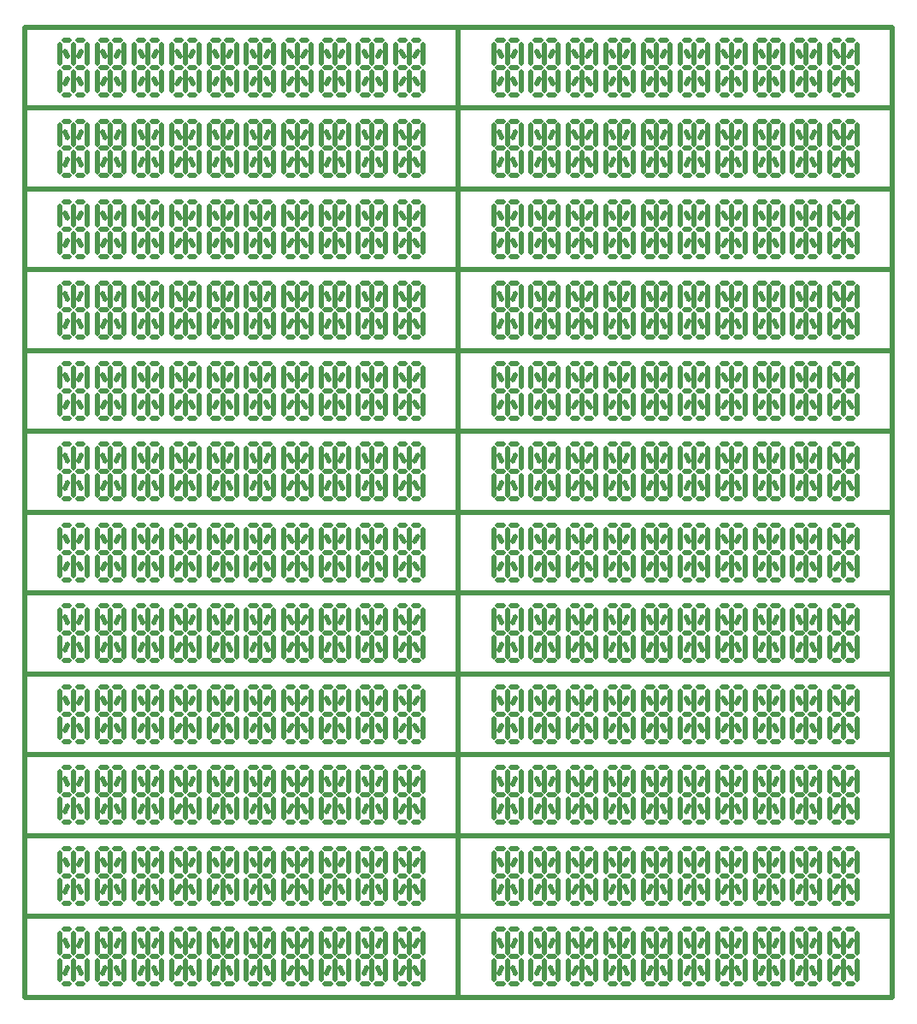
<source format=gbr>
%TF.GenerationSoftware,KiCad,Pcbnew,6.0.11-2627ca5db0~126~ubuntu20.04.1*%
%TF.CreationDate,2024-08-17T18:27:00-05:00*%
%TF.ProjectId,,58585858-5858-4585-9858-585858585858,rev?*%
%TF.SameCoordinates,Original*%
%TF.FileFunction,Legend,Top*%
%TF.FilePolarity,Positive*%
%FSLAX46Y46*%
G04 Gerber Fmt 4.6, Leading zero omitted, Abs format (unit mm)*
G04 Created by KiCad (PCBNEW 6.0.11-2627ca5db0~126~ubuntu20.04.1) date 2024-08-17 18:27:00*
%MOMM*%
%LPD*%
G01*
G04 APERTURE LIST*
%ADD10C,0.550000*%
%ADD11C,0.500000*%
G04 APERTURE END LIST*
D10*
X126360000Y-155279000D02*
X126910000Y-155279000D01*
X118960000Y-149879000D02*
X119510000Y-149879000D01*
X140760000Y-152979000D02*
X140760000Y-154879000D01*
X122660000Y-152579000D02*
X123210000Y-152579000D01*
X142647000Y-151505000D02*
X142923000Y-150953000D01*
X112510000Y-152179000D02*
X112510000Y-150279000D01*
X133760000Y-152579000D02*
X134310000Y-152579000D01*
X107997000Y-150953000D02*
X108273000Y-151505000D01*
X115260000Y-149879000D02*
X115810000Y-149879000D01*
X123610000Y-152179000D02*
X123610000Y-150279000D01*
X124960000Y-150279000D02*
X124960000Y-152179000D01*
X135110000Y-152579000D02*
X135660000Y-152579000D01*
X107460000Y-152979000D02*
X107460000Y-154879000D01*
X138947000Y-151505000D02*
X139223000Y-150953000D01*
X132360000Y-152979000D02*
X132360000Y-154879000D01*
X131410000Y-155279000D02*
X131960000Y-155279000D01*
X142923000Y-154205000D02*
X142647000Y-153653000D01*
X119910000Y-152179000D02*
X119910000Y-150279000D01*
X137460000Y-152579000D02*
X138010000Y-152579000D01*
X115260000Y-155279000D02*
X115810000Y-155279000D01*
X107860000Y-155279000D02*
X108410000Y-155279000D01*
X141160000Y-155279000D02*
X141710000Y-155279000D01*
X131823000Y-154205000D02*
X131547000Y-153653000D01*
X142510000Y-152579000D02*
X143060000Y-152579000D01*
X113047000Y-151505000D02*
X113323000Y-150953000D01*
X122660000Y-155279000D02*
X123210000Y-155279000D01*
X128660000Y-150279000D02*
X128660000Y-152179000D01*
X107460000Y-150279000D02*
X107460000Y-152179000D01*
X112910000Y-155279000D02*
X113460000Y-155279000D01*
X122260000Y-150279000D02*
X122260000Y-152179000D01*
X119097000Y-154205000D02*
X119373000Y-153653000D01*
X143460000Y-152979000D02*
X143460000Y-154879000D01*
X133360000Y-152979000D02*
X133360000Y-154879000D01*
X111560000Y-149879000D02*
X112110000Y-149879000D01*
X113860000Y-150279000D02*
X113860000Y-152179000D01*
X133360000Y-150279000D02*
X133360000Y-152179000D01*
X116747000Y-151505000D02*
X117023000Y-150953000D01*
X109623000Y-154205000D02*
X109347000Y-153653000D01*
X108810000Y-152979000D02*
X108810000Y-154879000D01*
X130197000Y-150953000D02*
X130473000Y-151505000D01*
D11*
X103960000Y-148579000D02*
X103960000Y-156579000D01*
D10*
X126360000Y-149879000D02*
X126910000Y-149879000D01*
X135523000Y-154205000D02*
X135247000Y-153653000D01*
X111560000Y-152579000D02*
X112110000Y-152579000D01*
X127710000Y-155279000D02*
X128260000Y-155279000D01*
X142110000Y-152979000D02*
X142110000Y-154879000D01*
X122797000Y-150953000D02*
X123073000Y-151505000D01*
X112510000Y-152979000D02*
X112510000Y-154879000D01*
X137060000Y-152979000D02*
X137060000Y-154879000D01*
X107997000Y-154205000D02*
X108273000Y-153653000D01*
X141160000Y-152579000D02*
X141710000Y-152579000D01*
X126497000Y-150953000D02*
X126773000Y-151505000D01*
X142110000Y-152179000D02*
X142110000Y-150279000D01*
X107860000Y-149879000D02*
X108410000Y-149879000D01*
X111697000Y-154205000D02*
X111973000Y-153653000D01*
X125960000Y-150279000D02*
X125960000Y-152179000D01*
X120310000Y-155279000D02*
X120860000Y-155279000D01*
X117023000Y-154205000D02*
X116747000Y-153653000D01*
X120310000Y-149879000D02*
X120860000Y-149879000D01*
X137460000Y-149879000D02*
X138010000Y-149879000D01*
X134710000Y-152979000D02*
X134710000Y-154879000D01*
X109210000Y-152579000D02*
X109760000Y-152579000D01*
X130060000Y-155279000D02*
X130610000Y-155279000D01*
X134710000Y-152179000D02*
X134710000Y-150279000D01*
X139760000Y-152979000D02*
X139760000Y-154879000D01*
X133760000Y-149879000D02*
X134310000Y-149879000D01*
X142510000Y-155279000D02*
X143060000Y-155279000D01*
X137597000Y-154205000D02*
X137873000Y-153653000D01*
X141297000Y-150953000D02*
X141573000Y-151505000D01*
X139223000Y-154205000D02*
X138947000Y-153653000D01*
X120723000Y-154205000D02*
X120447000Y-153653000D01*
X128660000Y-152979000D02*
X128660000Y-154879000D01*
X124010000Y-152579000D02*
X124560000Y-152579000D01*
X133897000Y-150953000D02*
X134173000Y-151505000D01*
X133760000Y-155279000D02*
X134310000Y-155279000D01*
X137060000Y-150279000D02*
X137060000Y-152179000D01*
X116610000Y-152579000D02*
X117160000Y-152579000D01*
X115260000Y-152579000D02*
X115810000Y-152579000D01*
X116610000Y-155279000D02*
X117160000Y-155279000D01*
X108810000Y-152179000D02*
X108810000Y-150279000D01*
X128123000Y-154205000D02*
X127847000Y-153653000D01*
X114860000Y-150279000D02*
X114860000Y-152179000D01*
X117560000Y-152979000D02*
X117560000Y-154879000D01*
X122797000Y-154205000D02*
X123073000Y-153653000D01*
X116210000Y-152179000D02*
X116210000Y-150279000D01*
X124423000Y-154205000D02*
X124147000Y-153653000D01*
D11*
X103960000Y-156579000D02*
X146960000Y-156579000D01*
D10*
X109347000Y-151505000D02*
X109623000Y-150953000D01*
X137597000Y-150953000D02*
X137873000Y-151505000D01*
X138810000Y-152579000D02*
X139360000Y-152579000D01*
X132360000Y-150279000D02*
X132360000Y-152179000D01*
X122260000Y-152979000D02*
X122260000Y-154879000D01*
X110160000Y-150279000D02*
X110160000Y-152179000D01*
X136060000Y-152979000D02*
X136060000Y-154879000D01*
X141160000Y-149879000D02*
X141710000Y-149879000D01*
X127710000Y-149879000D02*
X128260000Y-149879000D01*
D11*
X146960000Y-148579000D02*
X146960000Y-156579000D01*
D10*
X138410000Y-152979000D02*
X138410000Y-154879000D01*
X111560000Y-155279000D02*
X112110000Y-155279000D01*
X124147000Y-151505000D02*
X124423000Y-150953000D01*
X115397000Y-150953000D02*
X115673000Y-151505000D01*
X131410000Y-149879000D02*
X131960000Y-149879000D01*
X130197000Y-154205000D02*
X130473000Y-153653000D01*
X129660000Y-150279000D02*
X129660000Y-152179000D01*
X126497000Y-154205000D02*
X126773000Y-153653000D01*
X141297000Y-154205000D02*
X141573000Y-153653000D01*
X119097000Y-150953000D02*
X119373000Y-151505000D01*
X118960000Y-152579000D02*
X119510000Y-152579000D01*
X135110000Y-149879000D02*
X135660000Y-149879000D01*
X111697000Y-150953000D02*
X111973000Y-151505000D01*
X140760000Y-150279000D02*
X140760000Y-152179000D01*
X127847000Y-151505000D02*
X128123000Y-150953000D01*
X131010000Y-152979000D02*
X131010000Y-154879000D01*
X124010000Y-155279000D02*
X124560000Y-155279000D01*
X119910000Y-152979000D02*
X119910000Y-154879000D01*
X135247000Y-151505000D02*
X135523000Y-150953000D01*
X130060000Y-152579000D02*
X130610000Y-152579000D01*
X113323000Y-154205000D02*
X113047000Y-153653000D01*
X109210000Y-155279000D02*
X109760000Y-155279000D01*
X142510000Y-149879000D02*
X143060000Y-149879000D01*
X129660000Y-152979000D02*
X129660000Y-154879000D01*
X117560000Y-150279000D02*
X117560000Y-152179000D01*
X121260000Y-150279000D02*
X121260000Y-152179000D01*
X137460000Y-155279000D02*
X138010000Y-155279000D01*
X118960000Y-155279000D02*
X119510000Y-155279000D01*
X127310000Y-152179000D02*
X127310000Y-150279000D01*
X130060000Y-149879000D02*
X130610000Y-149879000D01*
X123610000Y-152979000D02*
X123610000Y-154879000D01*
X118560000Y-150279000D02*
X118560000Y-152179000D01*
X112910000Y-152579000D02*
X113460000Y-152579000D01*
X124010000Y-149879000D02*
X124560000Y-149879000D01*
X121260000Y-152979000D02*
X121260000Y-154879000D01*
X126360000Y-152579000D02*
X126910000Y-152579000D01*
X110160000Y-152979000D02*
X110160000Y-154879000D01*
X107860000Y-152579000D02*
X108410000Y-152579000D01*
X109210000Y-149879000D02*
X109760000Y-149879000D01*
X112910000Y-149879000D02*
X113460000Y-149879000D01*
X111160000Y-150279000D02*
X111160000Y-152179000D01*
X131547000Y-151505000D02*
X131823000Y-150953000D01*
X118560000Y-152979000D02*
X118560000Y-154879000D01*
X138410000Y-152179000D02*
X138410000Y-150279000D01*
X131010000Y-152179000D02*
X131010000Y-150279000D01*
X116210000Y-152979000D02*
X116210000Y-154879000D01*
X139760000Y-150279000D02*
X139760000Y-152179000D01*
X116610000Y-149879000D02*
X117160000Y-149879000D01*
X124960000Y-152979000D02*
X124960000Y-154879000D01*
X111160000Y-152979000D02*
X111160000Y-154879000D01*
X125960000Y-152979000D02*
X125960000Y-154879000D01*
X138810000Y-149879000D02*
X139360000Y-149879000D01*
X131410000Y-152579000D02*
X131960000Y-152579000D01*
X138810000Y-155279000D02*
X139360000Y-155279000D01*
X136060000Y-150279000D02*
X136060000Y-152179000D01*
X127710000Y-152579000D02*
X128260000Y-152579000D01*
X114860000Y-152979000D02*
X114860000Y-154879000D01*
X122660000Y-149879000D02*
X123210000Y-149879000D01*
X135110000Y-155279000D02*
X135660000Y-155279000D01*
X133897000Y-154205000D02*
X134173000Y-153653000D01*
X127310000Y-152979000D02*
X127310000Y-154879000D01*
D11*
X103960000Y-148579000D02*
X146960000Y-148579000D01*
D10*
X115397000Y-154205000D02*
X115673000Y-153653000D01*
X120310000Y-152579000D02*
X120860000Y-152579000D01*
X120447000Y-151505000D02*
X120723000Y-150953000D01*
X143460000Y-150279000D02*
X143460000Y-152179000D01*
X113860000Y-152979000D02*
X113860000Y-154879000D01*
X83360000Y-155279000D02*
X83910000Y-155279000D01*
X75960000Y-149879000D02*
X76510000Y-149879000D01*
X97760000Y-152979000D02*
X97760000Y-154879000D01*
X79660000Y-152579000D02*
X80210000Y-152579000D01*
X99647000Y-151505000D02*
X99923000Y-150953000D01*
X69510000Y-152179000D02*
X69510000Y-150279000D01*
X90760000Y-152579000D02*
X91310000Y-152579000D01*
X64997000Y-150953000D02*
X65273000Y-151505000D01*
X72260000Y-149879000D02*
X72810000Y-149879000D01*
X80610000Y-152179000D02*
X80610000Y-150279000D01*
X81960000Y-150279000D02*
X81960000Y-152179000D01*
X92110000Y-152579000D02*
X92660000Y-152579000D01*
X64460000Y-152979000D02*
X64460000Y-154879000D01*
X95947000Y-151505000D02*
X96223000Y-150953000D01*
X89360000Y-152979000D02*
X89360000Y-154879000D01*
X88410000Y-155279000D02*
X88960000Y-155279000D01*
X99923000Y-154205000D02*
X99647000Y-153653000D01*
X76910000Y-152179000D02*
X76910000Y-150279000D01*
X94460000Y-152579000D02*
X95010000Y-152579000D01*
X72260000Y-155279000D02*
X72810000Y-155279000D01*
X64860000Y-155279000D02*
X65410000Y-155279000D01*
X98160000Y-155279000D02*
X98710000Y-155279000D01*
X88823000Y-154205000D02*
X88547000Y-153653000D01*
X99510000Y-152579000D02*
X100060000Y-152579000D01*
X70047000Y-151505000D02*
X70323000Y-150953000D01*
X79660000Y-155279000D02*
X80210000Y-155279000D01*
X85660000Y-150279000D02*
X85660000Y-152179000D01*
X64460000Y-150279000D02*
X64460000Y-152179000D01*
X69910000Y-155279000D02*
X70460000Y-155279000D01*
X79260000Y-150279000D02*
X79260000Y-152179000D01*
X76097000Y-154205000D02*
X76373000Y-153653000D01*
X100460000Y-152979000D02*
X100460000Y-154879000D01*
X90360000Y-152979000D02*
X90360000Y-154879000D01*
X68560000Y-149879000D02*
X69110000Y-149879000D01*
X70860000Y-150279000D02*
X70860000Y-152179000D01*
X90360000Y-150279000D02*
X90360000Y-152179000D01*
X73747000Y-151505000D02*
X74023000Y-150953000D01*
X66623000Y-154205000D02*
X66347000Y-153653000D01*
X65810000Y-152979000D02*
X65810000Y-154879000D01*
X87197000Y-150953000D02*
X87473000Y-151505000D01*
D11*
X60960000Y-148579000D02*
X60960000Y-156579000D01*
D10*
X83360000Y-149879000D02*
X83910000Y-149879000D01*
X92523000Y-154205000D02*
X92247000Y-153653000D01*
X68560000Y-152579000D02*
X69110000Y-152579000D01*
X84710000Y-155279000D02*
X85260000Y-155279000D01*
X99110000Y-152979000D02*
X99110000Y-154879000D01*
X79797000Y-150953000D02*
X80073000Y-151505000D01*
X69510000Y-152979000D02*
X69510000Y-154879000D01*
X94060000Y-152979000D02*
X94060000Y-154879000D01*
X64997000Y-154205000D02*
X65273000Y-153653000D01*
X98160000Y-152579000D02*
X98710000Y-152579000D01*
X83497000Y-150953000D02*
X83773000Y-151505000D01*
X99110000Y-152179000D02*
X99110000Y-150279000D01*
X64860000Y-149879000D02*
X65410000Y-149879000D01*
X68697000Y-154205000D02*
X68973000Y-153653000D01*
X82960000Y-150279000D02*
X82960000Y-152179000D01*
X77310000Y-155279000D02*
X77860000Y-155279000D01*
X74023000Y-154205000D02*
X73747000Y-153653000D01*
X77310000Y-149879000D02*
X77860000Y-149879000D01*
X94460000Y-149879000D02*
X95010000Y-149879000D01*
X91710000Y-152979000D02*
X91710000Y-154879000D01*
X66210000Y-152579000D02*
X66760000Y-152579000D01*
X87060000Y-155279000D02*
X87610000Y-155279000D01*
X91710000Y-152179000D02*
X91710000Y-150279000D01*
X96760000Y-152979000D02*
X96760000Y-154879000D01*
X90760000Y-149879000D02*
X91310000Y-149879000D01*
X99510000Y-155279000D02*
X100060000Y-155279000D01*
X94597000Y-154205000D02*
X94873000Y-153653000D01*
X98297000Y-150953000D02*
X98573000Y-151505000D01*
X96223000Y-154205000D02*
X95947000Y-153653000D01*
X77723000Y-154205000D02*
X77447000Y-153653000D01*
X85660000Y-152979000D02*
X85660000Y-154879000D01*
X81010000Y-152579000D02*
X81560000Y-152579000D01*
X90897000Y-150953000D02*
X91173000Y-151505000D01*
X90760000Y-155279000D02*
X91310000Y-155279000D01*
X94060000Y-150279000D02*
X94060000Y-152179000D01*
X73610000Y-152579000D02*
X74160000Y-152579000D01*
X72260000Y-152579000D02*
X72810000Y-152579000D01*
X73610000Y-155279000D02*
X74160000Y-155279000D01*
X65810000Y-152179000D02*
X65810000Y-150279000D01*
X85123000Y-154205000D02*
X84847000Y-153653000D01*
X71860000Y-150279000D02*
X71860000Y-152179000D01*
X74560000Y-152979000D02*
X74560000Y-154879000D01*
X79797000Y-154205000D02*
X80073000Y-153653000D01*
X73210000Y-152179000D02*
X73210000Y-150279000D01*
X81423000Y-154205000D02*
X81147000Y-153653000D01*
D11*
X60960000Y-156579000D02*
X103960000Y-156579000D01*
D10*
X66347000Y-151505000D02*
X66623000Y-150953000D01*
X94597000Y-150953000D02*
X94873000Y-151505000D01*
X95810000Y-152579000D02*
X96360000Y-152579000D01*
X89360000Y-150279000D02*
X89360000Y-152179000D01*
X79260000Y-152979000D02*
X79260000Y-154879000D01*
X67160000Y-150279000D02*
X67160000Y-152179000D01*
X93060000Y-152979000D02*
X93060000Y-154879000D01*
X98160000Y-149879000D02*
X98710000Y-149879000D01*
X84710000Y-149879000D02*
X85260000Y-149879000D01*
D11*
X103960000Y-148579000D02*
X103960000Y-156579000D01*
D10*
X95410000Y-152979000D02*
X95410000Y-154879000D01*
X68560000Y-155279000D02*
X69110000Y-155279000D01*
X81147000Y-151505000D02*
X81423000Y-150953000D01*
X72397000Y-150953000D02*
X72673000Y-151505000D01*
X88410000Y-149879000D02*
X88960000Y-149879000D01*
X87197000Y-154205000D02*
X87473000Y-153653000D01*
X86660000Y-150279000D02*
X86660000Y-152179000D01*
X83497000Y-154205000D02*
X83773000Y-153653000D01*
X98297000Y-154205000D02*
X98573000Y-153653000D01*
X76097000Y-150953000D02*
X76373000Y-151505000D01*
X75960000Y-152579000D02*
X76510000Y-152579000D01*
X92110000Y-149879000D02*
X92660000Y-149879000D01*
X68697000Y-150953000D02*
X68973000Y-151505000D01*
X97760000Y-150279000D02*
X97760000Y-152179000D01*
X84847000Y-151505000D02*
X85123000Y-150953000D01*
X88010000Y-152979000D02*
X88010000Y-154879000D01*
X81010000Y-155279000D02*
X81560000Y-155279000D01*
X76910000Y-152979000D02*
X76910000Y-154879000D01*
X92247000Y-151505000D02*
X92523000Y-150953000D01*
X87060000Y-152579000D02*
X87610000Y-152579000D01*
X70323000Y-154205000D02*
X70047000Y-153653000D01*
X66210000Y-155279000D02*
X66760000Y-155279000D01*
X99510000Y-149879000D02*
X100060000Y-149879000D01*
X86660000Y-152979000D02*
X86660000Y-154879000D01*
X74560000Y-150279000D02*
X74560000Y-152179000D01*
X78260000Y-150279000D02*
X78260000Y-152179000D01*
X94460000Y-155279000D02*
X95010000Y-155279000D01*
X75960000Y-155279000D02*
X76510000Y-155279000D01*
X84310000Y-152179000D02*
X84310000Y-150279000D01*
X87060000Y-149879000D02*
X87610000Y-149879000D01*
X80610000Y-152979000D02*
X80610000Y-154879000D01*
X75560000Y-150279000D02*
X75560000Y-152179000D01*
X69910000Y-152579000D02*
X70460000Y-152579000D01*
X81010000Y-149879000D02*
X81560000Y-149879000D01*
X78260000Y-152979000D02*
X78260000Y-154879000D01*
X83360000Y-152579000D02*
X83910000Y-152579000D01*
X67160000Y-152979000D02*
X67160000Y-154879000D01*
X64860000Y-152579000D02*
X65410000Y-152579000D01*
X66210000Y-149879000D02*
X66760000Y-149879000D01*
X69910000Y-149879000D02*
X70460000Y-149879000D01*
X68160000Y-150279000D02*
X68160000Y-152179000D01*
X88547000Y-151505000D02*
X88823000Y-150953000D01*
X75560000Y-152979000D02*
X75560000Y-154879000D01*
X95410000Y-152179000D02*
X95410000Y-150279000D01*
X88010000Y-152179000D02*
X88010000Y-150279000D01*
X73210000Y-152979000D02*
X73210000Y-154879000D01*
X96760000Y-150279000D02*
X96760000Y-152179000D01*
X73610000Y-149879000D02*
X74160000Y-149879000D01*
X81960000Y-152979000D02*
X81960000Y-154879000D01*
X68160000Y-152979000D02*
X68160000Y-154879000D01*
X82960000Y-152979000D02*
X82960000Y-154879000D01*
X95810000Y-149879000D02*
X96360000Y-149879000D01*
X88410000Y-152579000D02*
X88960000Y-152579000D01*
X95810000Y-155279000D02*
X96360000Y-155279000D01*
X93060000Y-150279000D02*
X93060000Y-152179000D01*
X84710000Y-152579000D02*
X85260000Y-152579000D01*
X71860000Y-152979000D02*
X71860000Y-154879000D01*
X79660000Y-149879000D02*
X80210000Y-149879000D01*
X92110000Y-155279000D02*
X92660000Y-155279000D01*
X90897000Y-154205000D02*
X91173000Y-153653000D01*
X84310000Y-152979000D02*
X84310000Y-154879000D01*
D11*
X60960000Y-148579000D02*
X103960000Y-148579000D01*
D10*
X72397000Y-154205000D02*
X72673000Y-153653000D01*
X77310000Y-152579000D02*
X77860000Y-152579000D01*
X77447000Y-151505000D02*
X77723000Y-150953000D01*
X100460000Y-150279000D02*
X100460000Y-152179000D01*
X70860000Y-152979000D02*
X70860000Y-154879000D01*
X126360000Y-147279000D02*
X126910000Y-147279000D01*
X118960000Y-141879000D02*
X119510000Y-141879000D01*
X140760000Y-144979000D02*
X140760000Y-146879000D01*
X122660000Y-144579000D02*
X123210000Y-144579000D01*
X142647000Y-143505000D02*
X142923000Y-142953000D01*
X112510000Y-144179000D02*
X112510000Y-142279000D01*
X133760000Y-144579000D02*
X134310000Y-144579000D01*
X107997000Y-142953000D02*
X108273000Y-143505000D01*
X115260000Y-141879000D02*
X115810000Y-141879000D01*
X123610000Y-144179000D02*
X123610000Y-142279000D01*
X124960000Y-142279000D02*
X124960000Y-144179000D01*
X135110000Y-144579000D02*
X135660000Y-144579000D01*
X107460000Y-144979000D02*
X107460000Y-146879000D01*
X138947000Y-143505000D02*
X139223000Y-142953000D01*
X132360000Y-144979000D02*
X132360000Y-146879000D01*
X131410000Y-147279000D02*
X131960000Y-147279000D01*
X142923000Y-146205000D02*
X142647000Y-145653000D01*
X119910000Y-144179000D02*
X119910000Y-142279000D01*
X137460000Y-144579000D02*
X138010000Y-144579000D01*
X115260000Y-147279000D02*
X115810000Y-147279000D01*
X107860000Y-147279000D02*
X108410000Y-147279000D01*
X141160000Y-147279000D02*
X141710000Y-147279000D01*
X131823000Y-146205000D02*
X131547000Y-145653000D01*
X142510000Y-144579000D02*
X143060000Y-144579000D01*
X113047000Y-143505000D02*
X113323000Y-142953000D01*
X122660000Y-147279000D02*
X123210000Y-147279000D01*
X128660000Y-142279000D02*
X128660000Y-144179000D01*
X107460000Y-142279000D02*
X107460000Y-144179000D01*
X112910000Y-147279000D02*
X113460000Y-147279000D01*
X122260000Y-142279000D02*
X122260000Y-144179000D01*
X119097000Y-146205000D02*
X119373000Y-145653000D01*
X143460000Y-144979000D02*
X143460000Y-146879000D01*
X133360000Y-144979000D02*
X133360000Y-146879000D01*
X111560000Y-141879000D02*
X112110000Y-141879000D01*
X113860000Y-142279000D02*
X113860000Y-144179000D01*
X133360000Y-142279000D02*
X133360000Y-144179000D01*
X116747000Y-143505000D02*
X117023000Y-142953000D01*
X109623000Y-146205000D02*
X109347000Y-145653000D01*
X108810000Y-144979000D02*
X108810000Y-146879000D01*
X130197000Y-142953000D02*
X130473000Y-143505000D01*
D11*
X103960000Y-140579000D02*
X103960000Y-148579000D01*
D10*
X126360000Y-141879000D02*
X126910000Y-141879000D01*
X135523000Y-146205000D02*
X135247000Y-145653000D01*
X111560000Y-144579000D02*
X112110000Y-144579000D01*
X127710000Y-147279000D02*
X128260000Y-147279000D01*
X142110000Y-144979000D02*
X142110000Y-146879000D01*
X122797000Y-142953000D02*
X123073000Y-143505000D01*
X112510000Y-144979000D02*
X112510000Y-146879000D01*
X137060000Y-144979000D02*
X137060000Y-146879000D01*
X107997000Y-146205000D02*
X108273000Y-145653000D01*
X141160000Y-144579000D02*
X141710000Y-144579000D01*
X126497000Y-142953000D02*
X126773000Y-143505000D01*
X142110000Y-144179000D02*
X142110000Y-142279000D01*
X107860000Y-141879000D02*
X108410000Y-141879000D01*
X111697000Y-146205000D02*
X111973000Y-145653000D01*
X125960000Y-142279000D02*
X125960000Y-144179000D01*
X120310000Y-147279000D02*
X120860000Y-147279000D01*
X117023000Y-146205000D02*
X116747000Y-145653000D01*
X120310000Y-141879000D02*
X120860000Y-141879000D01*
X137460000Y-141879000D02*
X138010000Y-141879000D01*
X134710000Y-144979000D02*
X134710000Y-146879000D01*
X109210000Y-144579000D02*
X109760000Y-144579000D01*
X130060000Y-147279000D02*
X130610000Y-147279000D01*
X134710000Y-144179000D02*
X134710000Y-142279000D01*
X139760000Y-144979000D02*
X139760000Y-146879000D01*
X133760000Y-141879000D02*
X134310000Y-141879000D01*
X142510000Y-147279000D02*
X143060000Y-147279000D01*
X137597000Y-146205000D02*
X137873000Y-145653000D01*
X141297000Y-142953000D02*
X141573000Y-143505000D01*
X139223000Y-146205000D02*
X138947000Y-145653000D01*
X120723000Y-146205000D02*
X120447000Y-145653000D01*
X128660000Y-144979000D02*
X128660000Y-146879000D01*
X124010000Y-144579000D02*
X124560000Y-144579000D01*
X133897000Y-142953000D02*
X134173000Y-143505000D01*
X133760000Y-147279000D02*
X134310000Y-147279000D01*
X137060000Y-142279000D02*
X137060000Y-144179000D01*
X116610000Y-144579000D02*
X117160000Y-144579000D01*
X115260000Y-144579000D02*
X115810000Y-144579000D01*
X116610000Y-147279000D02*
X117160000Y-147279000D01*
X108810000Y-144179000D02*
X108810000Y-142279000D01*
X128123000Y-146205000D02*
X127847000Y-145653000D01*
X114860000Y-142279000D02*
X114860000Y-144179000D01*
X117560000Y-144979000D02*
X117560000Y-146879000D01*
X122797000Y-146205000D02*
X123073000Y-145653000D01*
X116210000Y-144179000D02*
X116210000Y-142279000D01*
X124423000Y-146205000D02*
X124147000Y-145653000D01*
D11*
X103960000Y-148579000D02*
X146960000Y-148579000D01*
D10*
X109347000Y-143505000D02*
X109623000Y-142953000D01*
X137597000Y-142953000D02*
X137873000Y-143505000D01*
X138810000Y-144579000D02*
X139360000Y-144579000D01*
X132360000Y-142279000D02*
X132360000Y-144179000D01*
X122260000Y-144979000D02*
X122260000Y-146879000D01*
X110160000Y-142279000D02*
X110160000Y-144179000D01*
X136060000Y-144979000D02*
X136060000Y-146879000D01*
X141160000Y-141879000D02*
X141710000Y-141879000D01*
X127710000Y-141879000D02*
X128260000Y-141879000D01*
D11*
X146960000Y-140579000D02*
X146960000Y-148579000D01*
D10*
X138410000Y-144979000D02*
X138410000Y-146879000D01*
X111560000Y-147279000D02*
X112110000Y-147279000D01*
X124147000Y-143505000D02*
X124423000Y-142953000D01*
X115397000Y-142953000D02*
X115673000Y-143505000D01*
X131410000Y-141879000D02*
X131960000Y-141879000D01*
X130197000Y-146205000D02*
X130473000Y-145653000D01*
X129660000Y-142279000D02*
X129660000Y-144179000D01*
X126497000Y-146205000D02*
X126773000Y-145653000D01*
X141297000Y-146205000D02*
X141573000Y-145653000D01*
X119097000Y-142953000D02*
X119373000Y-143505000D01*
X118960000Y-144579000D02*
X119510000Y-144579000D01*
X135110000Y-141879000D02*
X135660000Y-141879000D01*
X111697000Y-142953000D02*
X111973000Y-143505000D01*
X140760000Y-142279000D02*
X140760000Y-144179000D01*
X127847000Y-143505000D02*
X128123000Y-142953000D01*
X131010000Y-144979000D02*
X131010000Y-146879000D01*
X124010000Y-147279000D02*
X124560000Y-147279000D01*
X119910000Y-144979000D02*
X119910000Y-146879000D01*
X135247000Y-143505000D02*
X135523000Y-142953000D01*
X130060000Y-144579000D02*
X130610000Y-144579000D01*
X113323000Y-146205000D02*
X113047000Y-145653000D01*
X109210000Y-147279000D02*
X109760000Y-147279000D01*
X142510000Y-141879000D02*
X143060000Y-141879000D01*
X129660000Y-144979000D02*
X129660000Y-146879000D01*
X117560000Y-142279000D02*
X117560000Y-144179000D01*
X121260000Y-142279000D02*
X121260000Y-144179000D01*
X137460000Y-147279000D02*
X138010000Y-147279000D01*
X118960000Y-147279000D02*
X119510000Y-147279000D01*
X127310000Y-144179000D02*
X127310000Y-142279000D01*
X130060000Y-141879000D02*
X130610000Y-141879000D01*
X123610000Y-144979000D02*
X123610000Y-146879000D01*
X118560000Y-142279000D02*
X118560000Y-144179000D01*
X112910000Y-144579000D02*
X113460000Y-144579000D01*
X124010000Y-141879000D02*
X124560000Y-141879000D01*
X121260000Y-144979000D02*
X121260000Y-146879000D01*
X126360000Y-144579000D02*
X126910000Y-144579000D01*
X110160000Y-144979000D02*
X110160000Y-146879000D01*
X107860000Y-144579000D02*
X108410000Y-144579000D01*
X109210000Y-141879000D02*
X109760000Y-141879000D01*
X112910000Y-141879000D02*
X113460000Y-141879000D01*
X111160000Y-142279000D02*
X111160000Y-144179000D01*
X131547000Y-143505000D02*
X131823000Y-142953000D01*
X118560000Y-144979000D02*
X118560000Y-146879000D01*
X138410000Y-144179000D02*
X138410000Y-142279000D01*
X131010000Y-144179000D02*
X131010000Y-142279000D01*
X116210000Y-144979000D02*
X116210000Y-146879000D01*
X139760000Y-142279000D02*
X139760000Y-144179000D01*
X116610000Y-141879000D02*
X117160000Y-141879000D01*
X124960000Y-144979000D02*
X124960000Y-146879000D01*
X111160000Y-144979000D02*
X111160000Y-146879000D01*
X125960000Y-144979000D02*
X125960000Y-146879000D01*
X138810000Y-141879000D02*
X139360000Y-141879000D01*
X131410000Y-144579000D02*
X131960000Y-144579000D01*
X138810000Y-147279000D02*
X139360000Y-147279000D01*
X136060000Y-142279000D02*
X136060000Y-144179000D01*
X127710000Y-144579000D02*
X128260000Y-144579000D01*
X114860000Y-144979000D02*
X114860000Y-146879000D01*
X122660000Y-141879000D02*
X123210000Y-141879000D01*
X135110000Y-147279000D02*
X135660000Y-147279000D01*
X133897000Y-146205000D02*
X134173000Y-145653000D01*
X127310000Y-144979000D02*
X127310000Y-146879000D01*
D11*
X103960000Y-140579000D02*
X146960000Y-140579000D01*
D10*
X115397000Y-146205000D02*
X115673000Y-145653000D01*
X120310000Y-144579000D02*
X120860000Y-144579000D01*
X120447000Y-143505000D02*
X120723000Y-142953000D01*
X143460000Y-142279000D02*
X143460000Y-144179000D01*
X113860000Y-144979000D02*
X113860000Y-146879000D01*
X83360000Y-147279000D02*
X83910000Y-147279000D01*
X75960000Y-141879000D02*
X76510000Y-141879000D01*
X97760000Y-144979000D02*
X97760000Y-146879000D01*
X79660000Y-144579000D02*
X80210000Y-144579000D01*
X99647000Y-143505000D02*
X99923000Y-142953000D01*
X69510000Y-144179000D02*
X69510000Y-142279000D01*
X90760000Y-144579000D02*
X91310000Y-144579000D01*
X64997000Y-142953000D02*
X65273000Y-143505000D01*
X72260000Y-141879000D02*
X72810000Y-141879000D01*
X80610000Y-144179000D02*
X80610000Y-142279000D01*
X81960000Y-142279000D02*
X81960000Y-144179000D01*
X92110000Y-144579000D02*
X92660000Y-144579000D01*
X64460000Y-144979000D02*
X64460000Y-146879000D01*
X95947000Y-143505000D02*
X96223000Y-142953000D01*
X89360000Y-144979000D02*
X89360000Y-146879000D01*
X88410000Y-147279000D02*
X88960000Y-147279000D01*
X99923000Y-146205000D02*
X99647000Y-145653000D01*
X76910000Y-144179000D02*
X76910000Y-142279000D01*
X94460000Y-144579000D02*
X95010000Y-144579000D01*
X72260000Y-147279000D02*
X72810000Y-147279000D01*
X64860000Y-147279000D02*
X65410000Y-147279000D01*
X98160000Y-147279000D02*
X98710000Y-147279000D01*
X88823000Y-146205000D02*
X88547000Y-145653000D01*
X99510000Y-144579000D02*
X100060000Y-144579000D01*
X70047000Y-143505000D02*
X70323000Y-142953000D01*
X79660000Y-147279000D02*
X80210000Y-147279000D01*
X85660000Y-142279000D02*
X85660000Y-144179000D01*
X64460000Y-142279000D02*
X64460000Y-144179000D01*
X69910000Y-147279000D02*
X70460000Y-147279000D01*
X79260000Y-142279000D02*
X79260000Y-144179000D01*
X76097000Y-146205000D02*
X76373000Y-145653000D01*
X100460000Y-144979000D02*
X100460000Y-146879000D01*
X90360000Y-144979000D02*
X90360000Y-146879000D01*
X68560000Y-141879000D02*
X69110000Y-141879000D01*
X70860000Y-142279000D02*
X70860000Y-144179000D01*
X90360000Y-142279000D02*
X90360000Y-144179000D01*
X73747000Y-143505000D02*
X74023000Y-142953000D01*
X66623000Y-146205000D02*
X66347000Y-145653000D01*
X65810000Y-144979000D02*
X65810000Y-146879000D01*
X87197000Y-142953000D02*
X87473000Y-143505000D01*
D11*
X60960000Y-140579000D02*
X60960000Y-148579000D01*
D10*
X83360000Y-141879000D02*
X83910000Y-141879000D01*
X92523000Y-146205000D02*
X92247000Y-145653000D01*
X68560000Y-144579000D02*
X69110000Y-144579000D01*
X84710000Y-147279000D02*
X85260000Y-147279000D01*
X99110000Y-144979000D02*
X99110000Y-146879000D01*
X79797000Y-142953000D02*
X80073000Y-143505000D01*
X69510000Y-144979000D02*
X69510000Y-146879000D01*
X94060000Y-144979000D02*
X94060000Y-146879000D01*
X64997000Y-146205000D02*
X65273000Y-145653000D01*
X98160000Y-144579000D02*
X98710000Y-144579000D01*
X83497000Y-142953000D02*
X83773000Y-143505000D01*
X99110000Y-144179000D02*
X99110000Y-142279000D01*
X64860000Y-141879000D02*
X65410000Y-141879000D01*
X68697000Y-146205000D02*
X68973000Y-145653000D01*
X82960000Y-142279000D02*
X82960000Y-144179000D01*
X77310000Y-147279000D02*
X77860000Y-147279000D01*
X74023000Y-146205000D02*
X73747000Y-145653000D01*
X77310000Y-141879000D02*
X77860000Y-141879000D01*
X94460000Y-141879000D02*
X95010000Y-141879000D01*
X91710000Y-144979000D02*
X91710000Y-146879000D01*
X66210000Y-144579000D02*
X66760000Y-144579000D01*
X87060000Y-147279000D02*
X87610000Y-147279000D01*
X91710000Y-144179000D02*
X91710000Y-142279000D01*
X96760000Y-144979000D02*
X96760000Y-146879000D01*
X90760000Y-141879000D02*
X91310000Y-141879000D01*
X99510000Y-147279000D02*
X100060000Y-147279000D01*
X94597000Y-146205000D02*
X94873000Y-145653000D01*
X98297000Y-142953000D02*
X98573000Y-143505000D01*
X96223000Y-146205000D02*
X95947000Y-145653000D01*
X77723000Y-146205000D02*
X77447000Y-145653000D01*
X85660000Y-144979000D02*
X85660000Y-146879000D01*
X81010000Y-144579000D02*
X81560000Y-144579000D01*
X90897000Y-142953000D02*
X91173000Y-143505000D01*
X90760000Y-147279000D02*
X91310000Y-147279000D01*
X94060000Y-142279000D02*
X94060000Y-144179000D01*
X73610000Y-144579000D02*
X74160000Y-144579000D01*
X72260000Y-144579000D02*
X72810000Y-144579000D01*
X73610000Y-147279000D02*
X74160000Y-147279000D01*
X65810000Y-144179000D02*
X65810000Y-142279000D01*
X85123000Y-146205000D02*
X84847000Y-145653000D01*
X71860000Y-142279000D02*
X71860000Y-144179000D01*
X74560000Y-144979000D02*
X74560000Y-146879000D01*
X79797000Y-146205000D02*
X80073000Y-145653000D01*
X73210000Y-144179000D02*
X73210000Y-142279000D01*
X81423000Y-146205000D02*
X81147000Y-145653000D01*
D11*
X60960000Y-148579000D02*
X103960000Y-148579000D01*
D10*
X66347000Y-143505000D02*
X66623000Y-142953000D01*
X94597000Y-142953000D02*
X94873000Y-143505000D01*
X95810000Y-144579000D02*
X96360000Y-144579000D01*
X89360000Y-142279000D02*
X89360000Y-144179000D01*
X79260000Y-144979000D02*
X79260000Y-146879000D01*
X67160000Y-142279000D02*
X67160000Y-144179000D01*
X93060000Y-144979000D02*
X93060000Y-146879000D01*
X98160000Y-141879000D02*
X98710000Y-141879000D01*
X84710000Y-141879000D02*
X85260000Y-141879000D01*
D11*
X103960000Y-140579000D02*
X103960000Y-148579000D01*
D10*
X95410000Y-144979000D02*
X95410000Y-146879000D01*
X68560000Y-147279000D02*
X69110000Y-147279000D01*
X81147000Y-143505000D02*
X81423000Y-142953000D01*
X72397000Y-142953000D02*
X72673000Y-143505000D01*
X88410000Y-141879000D02*
X88960000Y-141879000D01*
X87197000Y-146205000D02*
X87473000Y-145653000D01*
X86660000Y-142279000D02*
X86660000Y-144179000D01*
X83497000Y-146205000D02*
X83773000Y-145653000D01*
X98297000Y-146205000D02*
X98573000Y-145653000D01*
X76097000Y-142953000D02*
X76373000Y-143505000D01*
X75960000Y-144579000D02*
X76510000Y-144579000D01*
X92110000Y-141879000D02*
X92660000Y-141879000D01*
X68697000Y-142953000D02*
X68973000Y-143505000D01*
X97760000Y-142279000D02*
X97760000Y-144179000D01*
X84847000Y-143505000D02*
X85123000Y-142953000D01*
X88010000Y-144979000D02*
X88010000Y-146879000D01*
X81010000Y-147279000D02*
X81560000Y-147279000D01*
X76910000Y-144979000D02*
X76910000Y-146879000D01*
X92247000Y-143505000D02*
X92523000Y-142953000D01*
X87060000Y-144579000D02*
X87610000Y-144579000D01*
X70323000Y-146205000D02*
X70047000Y-145653000D01*
X66210000Y-147279000D02*
X66760000Y-147279000D01*
X99510000Y-141879000D02*
X100060000Y-141879000D01*
X86660000Y-144979000D02*
X86660000Y-146879000D01*
X74560000Y-142279000D02*
X74560000Y-144179000D01*
X78260000Y-142279000D02*
X78260000Y-144179000D01*
X94460000Y-147279000D02*
X95010000Y-147279000D01*
X75960000Y-147279000D02*
X76510000Y-147279000D01*
X84310000Y-144179000D02*
X84310000Y-142279000D01*
X87060000Y-141879000D02*
X87610000Y-141879000D01*
X80610000Y-144979000D02*
X80610000Y-146879000D01*
X75560000Y-142279000D02*
X75560000Y-144179000D01*
X69910000Y-144579000D02*
X70460000Y-144579000D01*
X81010000Y-141879000D02*
X81560000Y-141879000D01*
X78260000Y-144979000D02*
X78260000Y-146879000D01*
X83360000Y-144579000D02*
X83910000Y-144579000D01*
X67160000Y-144979000D02*
X67160000Y-146879000D01*
X64860000Y-144579000D02*
X65410000Y-144579000D01*
X66210000Y-141879000D02*
X66760000Y-141879000D01*
X69910000Y-141879000D02*
X70460000Y-141879000D01*
X68160000Y-142279000D02*
X68160000Y-144179000D01*
X88547000Y-143505000D02*
X88823000Y-142953000D01*
X75560000Y-144979000D02*
X75560000Y-146879000D01*
X95410000Y-144179000D02*
X95410000Y-142279000D01*
X88010000Y-144179000D02*
X88010000Y-142279000D01*
X73210000Y-144979000D02*
X73210000Y-146879000D01*
X96760000Y-142279000D02*
X96760000Y-144179000D01*
X73610000Y-141879000D02*
X74160000Y-141879000D01*
X81960000Y-144979000D02*
X81960000Y-146879000D01*
X68160000Y-144979000D02*
X68160000Y-146879000D01*
X82960000Y-144979000D02*
X82960000Y-146879000D01*
X95810000Y-141879000D02*
X96360000Y-141879000D01*
X88410000Y-144579000D02*
X88960000Y-144579000D01*
X95810000Y-147279000D02*
X96360000Y-147279000D01*
X93060000Y-142279000D02*
X93060000Y-144179000D01*
X84710000Y-144579000D02*
X85260000Y-144579000D01*
X71860000Y-144979000D02*
X71860000Y-146879000D01*
X79660000Y-141879000D02*
X80210000Y-141879000D01*
X92110000Y-147279000D02*
X92660000Y-147279000D01*
X90897000Y-146205000D02*
X91173000Y-145653000D01*
X84310000Y-144979000D02*
X84310000Y-146879000D01*
D11*
X60960000Y-140579000D02*
X103960000Y-140579000D01*
D10*
X72397000Y-146205000D02*
X72673000Y-145653000D01*
X77310000Y-144579000D02*
X77860000Y-144579000D01*
X77447000Y-143505000D02*
X77723000Y-142953000D01*
X100460000Y-142279000D02*
X100460000Y-144179000D01*
X70860000Y-144979000D02*
X70860000Y-146879000D01*
X126360000Y-139279000D02*
X126910000Y-139279000D01*
X118960000Y-133879000D02*
X119510000Y-133879000D01*
X140760000Y-136979000D02*
X140760000Y-138879000D01*
X122660000Y-136579000D02*
X123210000Y-136579000D01*
X142647000Y-135505000D02*
X142923000Y-134953000D01*
X112510000Y-136179000D02*
X112510000Y-134279000D01*
X133760000Y-136579000D02*
X134310000Y-136579000D01*
X107997000Y-134953000D02*
X108273000Y-135505000D01*
X115260000Y-133879000D02*
X115810000Y-133879000D01*
X123610000Y-136179000D02*
X123610000Y-134279000D01*
X124960000Y-134279000D02*
X124960000Y-136179000D01*
X135110000Y-136579000D02*
X135660000Y-136579000D01*
X107460000Y-136979000D02*
X107460000Y-138879000D01*
X138947000Y-135505000D02*
X139223000Y-134953000D01*
X132360000Y-136979000D02*
X132360000Y-138879000D01*
X131410000Y-139279000D02*
X131960000Y-139279000D01*
X142923000Y-138205000D02*
X142647000Y-137653000D01*
X119910000Y-136179000D02*
X119910000Y-134279000D01*
X137460000Y-136579000D02*
X138010000Y-136579000D01*
X115260000Y-139279000D02*
X115810000Y-139279000D01*
X107860000Y-139279000D02*
X108410000Y-139279000D01*
X141160000Y-139279000D02*
X141710000Y-139279000D01*
X131823000Y-138205000D02*
X131547000Y-137653000D01*
X142510000Y-136579000D02*
X143060000Y-136579000D01*
X113047000Y-135505000D02*
X113323000Y-134953000D01*
X122660000Y-139279000D02*
X123210000Y-139279000D01*
X128660000Y-134279000D02*
X128660000Y-136179000D01*
X107460000Y-134279000D02*
X107460000Y-136179000D01*
X112910000Y-139279000D02*
X113460000Y-139279000D01*
X122260000Y-134279000D02*
X122260000Y-136179000D01*
X119097000Y-138205000D02*
X119373000Y-137653000D01*
X143460000Y-136979000D02*
X143460000Y-138879000D01*
X133360000Y-136979000D02*
X133360000Y-138879000D01*
X111560000Y-133879000D02*
X112110000Y-133879000D01*
X113860000Y-134279000D02*
X113860000Y-136179000D01*
X133360000Y-134279000D02*
X133360000Y-136179000D01*
X116747000Y-135505000D02*
X117023000Y-134953000D01*
X109623000Y-138205000D02*
X109347000Y-137653000D01*
X108810000Y-136979000D02*
X108810000Y-138879000D01*
X130197000Y-134953000D02*
X130473000Y-135505000D01*
D11*
X103960000Y-132579000D02*
X103960000Y-140579000D01*
D10*
X126360000Y-133879000D02*
X126910000Y-133879000D01*
X135523000Y-138205000D02*
X135247000Y-137653000D01*
X111560000Y-136579000D02*
X112110000Y-136579000D01*
X127710000Y-139279000D02*
X128260000Y-139279000D01*
X142110000Y-136979000D02*
X142110000Y-138879000D01*
X122797000Y-134953000D02*
X123073000Y-135505000D01*
X112510000Y-136979000D02*
X112510000Y-138879000D01*
X137060000Y-136979000D02*
X137060000Y-138879000D01*
X107997000Y-138205000D02*
X108273000Y-137653000D01*
X141160000Y-136579000D02*
X141710000Y-136579000D01*
X126497000Y-134953000D02*
X126773000Y-135505000D01*
X142110000Y-136179000D02*
X142110000Y-134279000D01*
X107860000Y-133879000D02*
X108410000Y-133879000D01*
X111697000Y-138205000D02*
X111973000Y-137653000D01*
X125960000Y-134279000D02*
X125960000Y-136179000D01*
X120310000Y-139279000D02*
X120860000Y-139279000D01*
X117023000Y-138205000D02*
X116747000Y-137653000D01*
X120310000Y-133879000D02*
X120860000Y-133879000D01*
X137460000Y-133879000D02*
X138010000Y-133879000D01*
X134710000Y-136979000D02*
X134710000Y-138879000D01*
X109210000Y-136579000D02*
X109760000Y-136579000D01*
X130060000Y-139279000D02*
X130610000Y-139279000D01*
X134710000Y-136179000D02*
X134710000Y-134279000D01*
X139760000Y-136979000D02*
X139760000Y-138879000D01*
X133760000Y-133879000D02*
X134310000Y-133879000D01*
X142510000Y-139279000D02*
X143060000Y-139279000D01*
X137597000Y-138205000D02*
X137873000Y-137653000D01*
X141297000Y-134953000D02*
X141573000Y-135505000D01*
X139223000Y-138205000D02*
X138947000Y-137653000D01*
X120723000Y-138205000D02*
X120447000Y-137653000D01*
X128660000Y-136979000D02*
X128660000Y-138879000D01*
X124010000Y-136579000D02*
X124560000Y-136579000D01*
X133897000Y-134953000D02*
X134173000Y-135505000D01*
X133760000Y-139279000D02*
X134310000Y-139279000D01*
X137060000Y-134279000D02*
X137060000Y-136179000D01*
X116610000Y-136579000D02*
X117160000Y-136579000D01*
X115260000Y-136579000D02*
X115810000Y-136579000D01*
X116610000Y-139279000D02*
X117160000Y-139279000D01*
X108810000Y-136179000D02*
X108810000Y-134279000D01*
X128123000Y-138205000D02*
X127847000Y-137653000D01*
X114860000Y-134279000D02*
X114860000Y-136179000D01*
X117560000Y-136979000D02*
X117560000Y-138879000D01*
X122797000Y-138205000D02*
X123073000Y-137653000D01*
X116210000Y-136179000D02*
X116210000Y-134279000D01*
X124423000Y-138205000D02*
X124147000Y-137653000D01*
D11*
X103960000Y-140579000D02*
X146960000Y-140579000D01*
D10*
X109347000Y-135505000D02*
X109623000Y-134953000D01*
X137597000Y-134953000D02*
X137873000Y-135505000D01*
X138810000Y-136579000D02*
X139360000Y-136579000D01*
X132360000Y-134279000D02*
X132360000Y-136179000D01*
X122260000Y-136979000D02*
X122260000Y-138879000D01*
X110160000Y-134279000D02*
X110160000Y-136179000D01*
X136060000Y-136979000D02*
X136060000Y-138879000D01*
X141160000Y-133879000D02*
X141710000Y-133879000D01*
X127710000Y-133879000D02*
X128260000Y-133879000D01*
D11*
X146960000Y-132579000D02*
X146960000Y-140579000D01*
D10*
X138410000Y-136979000D02*
X138410000Y-138879000D01*
X111560000Y-139279000D02*
X112110000Y-139279000D01*
X124147000Y-135505000D02*
X124423000Y-134953000D01*
X115397000Y-134953000D02*
X115673000Y-135505000D01*
X131410000Y-133879000D02*
X131960000Y-133879000D01*
X130197000Y-138205000D02*
X130473000Y-137653000D01*
X129660000Y-134279000D02*
X129660000Y-136179000D01*
X126497000Y-138205000D02*
X126773000Y-137653000D01*
X141297000Y-138205000D02*
X141573000Y-137653000D01*
X119097000Y-134953000D02*
X119373000Y-135505000D01*
X118960000Y-136579000D02*
X119510000Y-136579000D01*
X135110000Y-133879000D02*
X135660000Y-133879000D01*
X111697000Y-134953000D02*
X111973000Y-135505000D01*
X140760000Y-134279000D02*
X140760000Y-136179000D01*
X127847000Y-135505000D02*
X128123000Y-134953000D01*
X131010000Y-136979000D02*
X131010000Y-138879000D01*
X124010000Y-139279000D02*
X124560000Y-139279000D01*
X119910000Y-136979000D02*
X119910000Y-138879000D01*
X135247000Y-135505000D02*
X135523000Y-134953000D01*
X130060000Y-136579000D02*
X130610000Y-136579000D01*
X113323000Y-138205000D02*
X113047000Y-137653000D01*
X109210000Y-139279000D02*
X109760000Y-139279000D01*
X142510000Y-133879000D02*
X143060000Y-133879000D01*
X129660000Y-136979000D02*
X129660000Y-138879000D01*
X117560000Y-134279000D02*
X117560000Y-136179000D01*
X121260000Y-134279000D02*
X121260000Y-136179000D01*
X137460000Y-139279000D02*
X138010000Y-139279000D01*
X118960000Y-139279000D02*
X119510000Y-139279000D01*
X127310000Y-136179000D02*
X127310000Y-134279000D01*
X130060000Y-133879000D02*
X130610000Y-133879000D01*
X123610000Y-136979000D02*
X123610000Y-138879000D01*
X118560000Y-134279000D02*
X118560000Y-136179000D01*
X112910000Y-136579000D02*
X113460000Y-136579000D01*
X124010000Y-133879000D02*
X124560000Y-133879000D01*
X121260000Y-136979000D02*
X121260000Y-138879000D01*
X126360000Y-136579000D02*
X126910000Y-136579000D01*
X110160000Y-136979000D02*
X110160000Y-138879000D01*
X107860000Y-136579000D02*
X108410000Y-136579000D01*
X109210000Y-133879000D02*
X109760000Y-133879000D01*
X112910000Y-133879000D02*
X113460000Y-133879000D01*
X111160000Y-134279000D02*
X111160000Y-136179000D01*
X131547000Y-135505000D02*
X131823000Y-134953000D01*
X118560000Y-136979000D02*
X118560000Y-138879000D01*
X138410000Y-136179000D02*
X138410000Y-134279000D01*
X131010000Y-136179000D02*
X131010000Y-134279000D01*
X116210000Y-136979000D02*
X116210000Y-138879000D01*
X139760000Y-134279000D02*
X139760000Y-136179000D01*
X116610000Y-133879000D02*
X117160000Y-133879000D01*
X124960000Y-136979000D02*
X124960000Y-138879000D01*
X111160000Y-136979000D02*
X111160000Y-138879000D01*
X125960000Y-136979000D02*
X125960000Y-138879000D01*
X138810000Y-133879000D02*
X139360000Y-133879000D01*
X131410000Y-136579000D02*
X131960000Y-136579000D01*
X138810000Y-139279000D02*
X139360000Y-139279000D01*
X136060000Y-134279000D02*
X136060000Y-136179000D01*
X127710000Y-136579000D02*
X128260000Y-136579000D01*
X114860000Y-136979000D02*
X114860000Y-138879000D01*
X122660000Y-133879000D02*
X123210000Y-133879000D01*
X135110000Y-139279000D02*
X135660000Y-139279000D01*
X133897000Y-138205000D02*
X134173000Y-137653000D01*
X127310000Y-136979000D02*
X127310000Y-138879000D01*
D11*
X103960000Y-132579000D02*
X146960000Y-132579000D01*
D10*
X115397000Y-138205000D02*
X115673000Y-137653000D01*
X120310000Y-136579000D02*
X120860000Y-136579000D01*
X120447000Y-135505000D02*
X120723000Y-134953000D01*
X143460000Y-134279000D02*
X143460000Y-136179000D01*
X113860000Y-136979000D02*
X113860000Y-138879000D01*
X83360000Y-139279000D02*
X83910000Y-139279000D01*
X75960000Y-133879000D02*
X76510000Y-133879000D01*
X97760000Y-136979000D02*
X97760000Y-138879000D01*
X79660000Y-136579000D02*
X80210000Y-136579000D01*
X99647000Y-135505000D02*
X99923000Y-134953000D01*
X69510000Y-136179000D02*
X69510000Y-134279000D01*
X90760000Y-136579000D02*
X91310000Y-136579000D01*
X64997000Y-134953000D02*
X65273000Y-135505000D01*
X72260000Y-133879000D02*
X72810000Y-133879000D01*
X80610000Y-136179000D02*
X80610000Y-134279000D01*
X81960000Y-134279000D02*
X81960000Y-136179000D01*
X92110000Y-136579000D02*
X92660000Y-136579000D01*
X64460000Y-136979000D02*
X64460000Y-138879000D01*
X95947000Y-135505000D02*
X96223000Y-134953000D01*
X89360000Y-136979000D02*
X89360000Y-138879000D01*
X88410000Y-139279000D02*
X88960000Y-139279000D01*
X99923000Y-138205000D02*
X99647000Y-137653000D01*
X76910000Y-136179000D02*
X76910000Y-134279000D01*
X94460000Y-136579000D02*
X95010000Y-136579000D01*
X72260000Y-139279000D02*
X72810000Y-139279000D01*
X64860000Y-139279000D02*
X65410000Y-139279000D01*
X98160000Y-139279000D02*
X98710000Y-139279000D01*
X88823000Y-138205000D02*
X88547000Y-137653000D01*
X99510000Y-136579000D02*
X100060000Y-136579000D01*
X70047000Y-135505000D02*
X70323000Y-134953000D01*
X79660000Y-139279000D02*
X80210000Y-139279000D01*
X85660000Y-134279000D02*
X85660000Y-136179000D01*
X64460000Y-134279000D02*
X64460000Y-136179000D01*
X69910000Y-139279000D02*
X70460000Y-139279000D01*
X79260000Y-134279000D02*
X79260000Y-136179000D01*
X76097000Y-138205000D02*
X76373000Y-137653000D01*
X100460000Y-136979000D02*
X100460000Y-138879000D01*
X90360000Y-136979000D02*
X90360000Y-138879000D01*
X68560000Y-133879000D02*
X69110000Y-133879000D01*
X70860000Y-134279000D02*
X70860000Y-136179000D01*
X90360000Y-134279000D02*
X90360000Y-136179000D01*
X73747000Y-135505000D02*
X74023000Y-134953000D01*
X66623000Y-138205000D02*
X66347000Y-137653000D01*
X65810000Y-136979000D02*
X65810000Y-138879000D01*
X87197000Y-134953000D02*
X87473000Y-135505000D01*
D11*
X60960000Y-132579000D02*
X60960000Y-140579000D01*
D10*
X83360000Y-133879000D02*
X83910000Y-133879000D01*
X92523000Y-138205000D02*
X92247000Y-137653000D01*
X68560000Y-136579000D02*
X69110000Y-136579000D01*
X84710000Y-139279000D02*
X85260000Y-139279000D01*
X99110000Y-136979000D02*
X99110000Y-138879000D01*
X79797000Y-134953000D02*
X80073000Y-135505000D01*
X69510000Y-136979000D02*
X69510000Y-138879000D01*
X94060000Y-136979000D02*
X94060000Y-138879000D01*
X64997000Y-138205000D02*
X65273000Y-137653000D01*
X98160000Y-136579000D02*
X98710000Y-136579000D01*
X83497000Y-134953000D02*
X83773000Y-135505000D01*
X99110000Y-136179000D02*
X99110000Y-134279000D01*
X64860000Y-133879000D02*
X65410000Y-133879000D01*
X68697000Y-138205000D02*
X68973000Y-137653000D01*
X82960000Y-134279000D02*
X82960000Y-136179000D01*
X77310000Y-139279000D02*
X77860000Y-139279000D01*
X74023000Y-138205000D02*
X73747000Y-137653000D01*
X77310000Y-133879000D02*
X77860000Y-133879000D01*
X94460000Y-133879000D02*
X95010000Y-133879000D01*
X91710000Y-136979000D02*
X91710000Y-138879000D01*
X66210000Y-136579000D02*
X66760000Y-136579000D01*
X87060000Y-139279000D02*
X87610000Y-139279000D01*
X91710000Y-136179000D02*
X91710000Y-134279000D01*
X96760000Y-136979000D02*
X96760000Y-138879000D01*
X90760000Y-133879000D02*
X91310000Y-133879000D01*
X99510000Y-139279000D02*
X100060000Y-139279000D01*
X94597000Y-138205000D02*
X94873000Y-137653000D01*
X98297000Y-134953000D02*
X98573000Y-135505000D01*
X96223000Y-138205000D02*
X95947000Y-137653000D01*
X77723000Y-138205000D02*
X77447000Y-137653000D01*
X85660000Y-136979000D02*
X85660000Y-138879000D01*
X81010000Y-136579000D02*
X81560000Y-136579000D01*
X90897000Y-134953000D02*
X91173000Y-135505000D01*
X90760000Y-139279000D02*
X91310000Y-139279000D01*
X94060000Y-134279000D02*
X94060000Y-136179000D01*
X73610000Y-136579000D02*
X74160000Y-136579000D01*
X72260000Y-136579000D02*
X72810000Y-136579000D01*
X73610000Y-139279000D02*
X74160000Y-139279000D01*
X65810000Y-136179000D02*
X65810000Y-134279000D01*
X85123000Y-138205000D02*
X84847000Y-137653000D01*
X71860000Y-134279000D02*
X71860000Y-136179000D01*
X74560000Y-136979000D02*
X74560000Y-138879000D01*
X79797000Y-138205000D02*
X80073000Y-137653000D01*
X73210000Y-136179000D02*
X73210000Y-134279000D01*
X81423000Y-138205000D02*
X81147000Y-137653000D01*
D11*
X60960000Y-140579000D02*
X103960000Y-140579000D01*
D10*
X66347000Y-135505000D02*
X66623000Y-134953000D01*
X94597000Y-134953000D02*
X94873000Y-135505000D01*
X95810000Y-136579000D02*
X96360000Y-136579000D01*
X89360000Y-134279000D02*
X89360000Y-136179000D01*
X79260000Y-136979000D02*
X79260000Y-138879000D01*
X67160000Y-134279000D02*
X67160000Y-136179000D01*
X93060000Y-136979000D02*
X93060000Y-138879000D01*
X98160000Y-133879000D02*
X98710000Y-133879000D01*
X84710000Y-133879000D02*
X85260000Y-133879000D01*
D11*
X103960000Y-132579000D02*
X103960000Y-140579000D01*
D10*
X95410000Y-136979000D02*
X95410000Y-138879000D01*
X68560000Y-139279000D02*
X69110000Y-139279000D01*
X81147000Y-135505000D02*
X81423000Y-134953000D01*
X72397000Y-134953000D02*
X72673000Y-135505000D01*
X88410000Y-133879000D02*
X88960000Y-133879000D01*
X87197000Y-138205000D02*
X87473000Y-137653000D01*
X86660000Y-134279000D02*
X86660000Y-136179000D01*
X83497000Y-138205000D02*
X83773000Y-137653000D01*
X98297000Y-138205000D02*
X98573000Y-137653000D01*
X76097000Y-134953000D02*
X76373000Y-135505000D01*
X75960000Y-136579000D02*
X76510000Y-136579000D01*
X92110000Y-133879000D02*
X92660000Y-133879000D01*
X68697000Y-134953000D02*
X68973000Y-135505000D01*
X97760000Y-134279000D02*
X97760000Y-136179000D01*
X84847000Y-135505000D02*
X85123000Y-134953000D01*
X88010000Y-136979000D02*
X88010000Y-138879000D01*
X81010000Y-139279000D02*
X81560000Y-139279000D01*
X76910000Y-136979000D02*
X76910000Y-138879000D01*
X92247000Y-135505000D02*
X92523000Y-134953000D01*
X87060000Y-136579000D02*
X87610000Y-136579000D01*
X70323000Y-138205000D02*
X70047000Y-137653000D01*
X66210000Y-139279000D02*
X66760000Y-139279000D01*
X99510000Y-133879000D02*
X100060000Y-133879000D01*
X86660000Y-136979000D02*
X86660000Y-138879000D01*
X74560000Y-134279000D02*
X74560000Y-136179000D01*
X78260000Y-134279000D02*
X78260000Y-136179000D01*
X94460000Y-139279000D02*
X95010000Y-139279000D01*
X75960000Y-139279000D02*
X76510000Y-139279000D01*
X84310000Y-136179000D02*
X84310000Y-134279000D01*
X87060000Y-133879000D02*
X87610000Y-133879000D01*
X80610000Y-136979000D02*
X80610000Y-138879000D01*
X75560000Y-134279000D02*
X75560000Y-136179000D01*
X69910000Y-136579000D02*
X70460000Y-136579000D01*
X81010000Y-133879000D02*
X81560000Y-133879000D01*
X78260000Y-136979000D02*
X78260000Y-138879000D01*
X83360000Y-136579000D02*
X83910000Y-136579000D01*
X67160000Y-136979000D02*
X67160000Y-138879000D01*
X64860000Y-136579000D02*
X65410000Y-136579000D01*
X66210000Y-133879000D02*
X66760000Y-133879000D01*
X69910000Y-133879000D02*
X70460000Y-133879000D01*
X68160000Y-134279000D02*
X68160000Y-136179000D01*
X88547000Y-135505000D02*
X88823000Y-134953000D01*
X75560000Y-136979000D02*
X75560000Y-138879000D01*
X95410000Y-136179000D02*
X95410000Y-134279000D01*
X88010000Y-136179000D02*
X88010000Y-134279000D01*
X73210000Y-136979000D02*
X73210000Y-138879000D01*
X96760000Y-134279000D02*
X96760000Y-136179000D01*
X73610000Y-133879000D02*
X74160000Y-133879000D01*
X81960000Y-136979000D02*
X81960000Y-138879000D01*
X68160000Y-136979000D02*
X68160000Y-138879000D01*
X82960000Y-136979000D02*
X82960000Y-138879000D01*
X95810000Y-133879000D02*
X96360000Y-133879000D01*
X88410000Y-136579000D02*
X88960000Y-136579000D01*
X95810000Y-139279000D02*
X96360000Y-139279000D01*
X93060000Y-134279000D02*
X93060000Y-136179000D01*
X84710000Y-136579000D02*
X85260000Y-136579000D01*
X71860000Y-136979000D02*
X71860000Y-138879000D01*
X79660000Y-133879000D02*
X80210000Y-133879000D01*
X92110000Y-139279000D02*
X92660000Y-139279000D01*
X90897000Y-138205000D02*
X91173000Y-137653000D01*
X84310000Y-136979000D02*
X84310000Y-138879000D01*
D11*
X60960000Y-132579000D02*
X103960000Y-132579000D01*
D10*
X72397000Y-138205000D02*
X72673000Y-137653000D01*
X77310000Y-136579000D02*
X77860000Y-136579000D01*
X77447000Y-135505000D02*
X77723000Y-134953000D01*
X100460000Y-134279000D02*
X100460000Y-136179000D01*
X70860000Y-136979000D02*
X70860000Y-138879000D01*
X126360000Y-131279000D02*
X126910000Y-131279000D01*
X118960000Y-125879000D02*
X119510000Y-125879000D01*
X140760000Y-128979000D02*
X140760000Y-130879000D01*
X122660000Y-128579000D02*
X123210000Y-128579000D01*
X142647000Y-127505000D02*
X142923000Y-126953000D01*
X112510000Y-128179000D02*
X112510000Y-126279000D01*
X133760000Y-128579000D02*
X134310000Y-128579000D01*
X107997000Y-126953000D02*
X108273000Y-127505000D01*
X115260000Y-125879000D02*
X115810000Y-125879000D01*
X123610000Y-128179000D02*
X123610000Y-126279000D01*
X124960000Y-126279000D02*
X124960000Y-128179000D01*
X135110000Y-128579000D02*
X135660000Y-128579000D01*
X107460000Y-128979000D02*
X107460000Y-130879000D01*
X138947000Y-127505000D02*
X139223000Y-126953000D01*
X132360000Y-128979000D02*
X132360000Y-130879000D01*
X131410000Y-131279000D02*
X131960000Y-131279000D01*
X142923000Y-130205000D02*
X142647000Y-129653000D01*
X119910000Y-128179000D02*
X119910000Y-126279000D01*
X137460000Y-128579000D02*
X138010000Y-128579000D01*
X115260000Y-131279000D02*
X115810000Y-131279000D01*
X107860000Y-131279000D02*
X108410000Y-131279000D01*
X141160000Y-131279000D02*
X141710000Y-131279000D01*
X131823000Y-130205000D02*
X131547000Y-129653000D01*
X142510000Y-128579000D02*
X143060000Y-128579000D01*
X113047000Y-127505000D02*
X113323000Y-126953000D01*
X122660000Y-131279000D02*
X123210000Y-131279000D01*
X128660000Y-126279000D02*
X128660000Y-128179000D01*
X107460000Y-126279000D02*
X107460000Y-128179000D01*
X112910000Y-131279000D02*
X113460000Y-131279000D01*
X122260000Y-126279000D02*
X122260000Y-128179000D01*
X119097000Y-130205000D02*
X119373000Y-129653000D01*
X143460000Y-128979000D02*
X143460000Y-130879000D01*
X133360000Y-128979000D02*
X133360000Y-130879000D01*
X111560000Y-125879000D02*
X112110000Y-125879000D01*
X113860000Y-126279000D02*
X113860000Y-128179000D01*
X133360000Y-126279000D02*
X133360000Y-128179000D01*
X116747000Y-127505000D02*
X117023000Y-126953000D01*
X109623000Y-130205000D02*
X109347000Y-129653000D01*
X108810000Y-128979000D02*
X108810000Y-130879000D01*
X130197000Y-126953000D02*
X130473000Y-127505000D01*
D11*
X103960000Y-124579000D02*
X103960000Y-132579000D01*
D10*
X126360000Y-125879000D02*
X126910000Y-125879000D01*
X135523000Y-130205000D02*
X135247000Y-129653000D01*
X111560000Y-128579000D02*
X112110000Y-128579000D01*
X127710000Y-131279000D02*
X128260000Y-131279000D01*
X142110000Y-128979000D02*
X142110000Y-130879000D01*
X122797000Y-126953000D02*
X123073000Y-127505000D01*
X112510000Y-128979000D02*
X112510000Y-130879000D01*
X137060000Y-128979000D02*
X137060000Y-130879000D01*
X107997000Y-130205000D02*
X108273000Y-129653000D01*
X141160000Y-128579000D02*
X141710000Y-128579000D01*
X126497000Y-126953000D02*
X126773000Y-127505000D01*
X142110000Y-128179000D02*
X142110000Y-126279000D01*
X107860000Y-125879000D02*
X108410000Y-125879000D01*
X111697000Y-130205000D02*
X111973000Y-129653000D01*
X125960000Y-126279000D02*
X125960000Y-128179000D01*
X120310000Y-131279000D02*
X120860000Y-131279000D01*
X117023000Y-130205000D02*
X116747000Y-129653000D01*
X120310000Y-125879000D02*
X120860000Y-125879000D01*
X137460000Y-125879000D02*
X138010000Y-125879000D01*
X134710000Y-128979000D02*
X134710000Y-130879000D01*
X109210000Y-128579000D02*
X109760000Y-128579000D01*
X130060000Y-131279000D02*
X130610000Y-131279000D01*
X134710000Y-128179000D02*
X134710000Y-126279000D01*
X139760000Y-128979000D02*
X139760000Y-130879000D01*
X133760000Y-125879000D02*
X134310000Y-125879000D01*
X142510000Y-131279000D02*
X143060000Y-131279000D01*
X137597000Y-130205000D02*
X137873000Y-129653000D01*
X141297000Y-126953000D02*
X141573000Y-127505000D01*
X139223000Y-130205000D02*
X138947000Y-129653000D01*
X120723000Y-130205000D02*
X120447000Y-129653000D01*
X128660000Y-128979000D02*
X128660000Y-130879000D01*
X124010000Y-128579000D02*
X124560000Y-128579000D01*
X133897000Y-126953000D02*
X134173000Y-127505000D01*
X133760000Y-131279000D02*
X134310000Y-131279000D01*
X137060000Y-126279000D02*
X137060000Y-128179000D01*
X116610000Y-128579000D02*
X117160000Y-128579000D01*
X115260000Y-128579000D02*
X115810000Y-128579000D01*
X116610000Y-131279000D02*
X117160000Y-131279000D01*
X108810000Y-128179000D02*
X108810000Y-126279000D01*
X128123000Y-130205000D02*
X127847000Y-129653000D01*
X114860000Y-126279000D02*
X114860000Y-128179000D01*
X117560000Y-128979000D02*
X117560000Y-130879000D01*
X122797000Y-130205000D02*
X123073000Y-129653000D01*
X116210000Y-128179000D02*
X116210000Y-126279000D01*
X124423000Y-130205000D02*
X124147000Y-129653000D01*
D11*
X103960000Y-132579000D02*
X146960000Y-132579000D01*
D10*
X109347000Y-127505000D02*
X109623000Y-126953000D01*
X137597000Y-126953000D02*
X137873000Y-127505000D01*
X138810000Y-128579000D02*
X139360000Y-128579000D01*
X132360000Y-126279000D02*
X132360000Y-128179000D01*
X122260000Y-128979000D02*
X122260000Y-130879000D01*
X110160000Y-126279000D02*
X110160000Y-128179000D01*
X136060000Y-128979000D02*
X136060000Y-130879000D01*
X141160000Y-125879000D02*
X141710000Y-125879000D01*
X127710000Y-125879000D02*
X128260000Y-125879000D01*
D11*
X146960000Y-124579000D02*
X146960000Y-132579000D01*
D10*
X138410000Y-128979000D02*
X138410000Y-130879000D01*
X111560000Y-131279000D02*
X112110000Y-131279000D01*
X124147000Y-127505000D02*
X124423000Y-126953000D01*
X115397000Y-126953000D02*
X115673000Y-127505000D01*
X131410000Y-125879000D02*
X131960000Y-125879000D01*
X130197000Y-130205000D02*
X130473000Y-129653000D01*
X129660000Y-126279000D02*
X129660000Y-128179000D01*
X126497000Y-130205000D02*
X126773000Y-129653000D01*
X141297000Y-130205000D02*
X141573000Y-129653000D01*
X119097000Y-126953000D02*
X119373000Y-127505000D01*
X118960000Y-128579000D02*
X119510000Y-128579000D01*
X135110000Y-125879000D02*
X135660000Y-125879000D01*
X111697000Y-126953000D02*
X111973000Y-127505000D01*
X140760000Y-126279000D02*
X140760000Y-128179000D01*
X127847000Y-127505000D02*
X128123000Y-126953000D01*
X131010000Y-128979000D02*
X131010000Y-130879000D01*
X124010000Y-131279000D02*
X124560000Y-131279000D01*
X119910000Y-128979000D02*
X119910000Y-130879000D01*
X135247000Y-127505000D02*
X135523000Y-126953000D01*
X130060000Y-128579000D02*
X130610000Y-128579000D01*
X113323000Y-130205000D02*
X113047000Y-129653000D01*
X109210000Y-131279000D02*
X109760000Y-131279000D01*
X142510000Y-125879000D02*
X143060000Y-125879000D01*
X129660000Y-128979000D02*
X129660000Y-130879000D01*
X117560000Y-126279000D02*
X117560000Y-128179000D01*
X121260000Y-126279000D02*
X121260000Y-128179000D01*
X137460000Y-131279000D02*
X138010000Y-131279000D01*
X118960000Y-131279000D02*
X119510000Y-131279000D01*
X127310000Y-128179000D02*
X127310000Y-126279000D01*
X130060000Y-125879000D02*
X130610000Y-125879000D01*
X123610000Y-128979000D02*
X123610000Y-130879000D01*
X118560000Y-126279000D02*
X118560000Y-128179000D01*
X112910000Y-128579000D02*
X113460000Y-128579000D01*
X124010000Y-125879000D02*
X124560000Y-125879000D01*
X121260000Y-128979000D02*
X121260000Y-130879000D01*
X126360000Y-128579000D02*
X126910000Y-128579000D01*
X110160000Y-128979000D02*
X110160000Y-130879000D01*
X107860000Y-128579000D02*
X108410000Y-128579000D01*
X109210000Y-125879000D02*
X109760000Y-125879000D01*
X112910000Y-125879000D02*
X113460000Y-125879000D01*
X111160000Y-126279000D02*
X111160000Y-128179000D01*
X131547000Y-127505000D02*
X131823000Y-126953000D01*
X118560000Y-128979000D02*
X118560000Y-130879000D01*
X138410000Y-128179000D02*
X138410000Y-126279000D01*
X131010000Y-128179000D02*
X131010000Y-126279000D01*
X116210000Y-128979000D02*
X116210000Y-130879000D01*
X139760000Y-126279000D02*
X139760000Y-128179000D01*
X116610000Y-125879000D02*
X117160000Y-125879000D01*
X124960000Y-128979000D02*
X124960000Y-130879000D01*
X111160000Y-128979000D02*
X111160000Y-130879000D01*
X125960000Y-128979000D02*
X125960000Y-130879000D01*
X138810000Y-125879000D02*
X139360000Y-125879000D01*
X131410000Y-128579000D02*
X131960000Y-128579000D01*
X138810000Y-131279000D02*
X139360000Y-131279000D01*
X136060000Y-126279000D02*
X136060000Y-128179000D01*
X127710000Y-128579000D02*
X128260000Y-128579000D01*
X114860000Y-128979000D02*
X114860000Y-130879000D01*
X122660000Y-125879000D02*
X123210000Y-125879000D01*
X135110000Y-131279000D02*
X135660000Y-131279000D01*
X133897000Y-130205000D02*
X134173000Y-129653000D01*
X127310000Y-128979000D02*
X127310000Y-130879000D01*
D11*
X103960000Y-124579000D02*
X146960000Y-124579000D01*
D10*
X115397000Y-130205000D02*
X115673000Y-129653000D01*
X120310000Y-128579000D02*
X120860000Y-128579000D01*
X120447000Y-127505000D02*
X120723000Y-126953000D01*
X143460000Y-126279000D02*
X143460000Y-128179000D01*
X113860000Y-128979000D02*
X113860000Y-130879000D01*
X83360000Y-131279000D02*
X83910000Y-131279000D01*
X75960000Y-125879000D02*
X76510000Y-125879000D01*
X97760000Y-128979000D02*
X97760000Y-130879000D01*
X79660000Y-128579000D02*
X80210000Y-128579000D01*
X99647000Y-127505000D02*
X99923000Y-126953000D01*
X69510000Y-128179000D02*
X69510000Y-126279000D01*
X90760000Y-128579000D02*
X91310000Y-128579000D01*
X64997000Y-126953000D02*
X65273000Y-127505000D01*
X72260000Y-125879000D02*
X72810000Y-125879000D01*
X80610000Y-128179000D02*
X80610000Y-126279000D01*
X81960000Y-126279000D02*
X81960000Y-128179000D01*
X92110000Y-128579000D02*
X92660000Y-128579000D01*
X64460000Y-128979000D02*
X64460000Y-130879000D01*
X95947000Y-127505000D02*
X96223000Y-126953000D01*
X89360000Y-128979000D02*
X89360000Y-130879000D01*
X88410000Y-131279000D02*
X88960000Y-131279000D01*
X99923000Y-130205000D02*
X99647000Y-129653000D01*
X76910000Y-128179000D02*
X76910000Y-126279000D01*
X94460000Y-128579000D02*
X95010000Y-128579000D01*
X72260000Y-131279000D02*
X72810000Y-131279000D01*
X64860000Y-131279000D02*
X65410000Y-131279000D01*
X98160000Y-131279000D02*
X98710000Y-131279000D01*
X88823000Y-130205000D02*
X88547000Y-129653000D01*
X99510000Y-128579000D02*
X100060000Y-128579000D01*
X70047000Y-127505000D02*
X70323000Y-126953000D01*
X79660000Y-131279000D02*
X80210000Y-131279000D01*
X85660000Y-126279000D02*
X85660000Y-128179000D01*
X64460000Y-126279000D02*
X64460000Y-128179000D01*
X69910000Y-131279000D02*
X70460000Y-131279000D01*
X79260000Y-126279000D02*
X79260000Y-128179000D01*
X76097000Y-130205000D02*
X76373000Y-129653000D01*
X100460000Y-128979000D02*
X100460000Y-130879000D01*
X90360000Y-128979000D02*
X90360000Y-130879000D01*
X68560000Y-125879000D02*
X69110000Y-125879000D01*
X70860000Y-126279000D02*
X70860000Y-128179000D01*
X90360000Y-126279000D02*
X90360000Y-128179000D01*
X73747000Y-127505000D02*
X74023000Y-126953000D01*
X66623000Y-130205000D02*
X66347000Y-129653000D01*
X65810000Y-128979000D02*
X65810000Y-130879000D01*
X87197000Y-126953000D02*
X87473000Y-127505000D01*
D11*
X60960000Y-124579000D02*
X60960000Y-132579000D01*
D10*
X83360000Y-125879000D02*
X83910000Y-125879000D01*
X92523000Y-130205000D02*
X92247000Y-129653000D01*
X68560000Y-128579000D02*
X69110000Y-128579000D01*
X84710000Y-131279000D02*
X85260000Y-131279000D01*
X99110000Y-128979000D02*
X99110000Y-130879000D01*
X79797000Y-126953000D02*
X80073000Y-127505000D01*
X69510000Y-128979000D02*
X69510000Y-130879000D01*
X94060000Y-128979000D02*
X94060000Y-130879000D01*
X64997000Y-130205000D02*
X65273000Y-129653000D01*
X98160000Y-128579000D02*
X98710000Y-128579000D01*
X83497000Y-126953000D02*
X83773000Y-127505000D01*
X99110000Y-128179000D02*
X99110000Y-126279000D01*
X64860000Y-125879000D02*
X65410000Y-125879000D01*
X68697000Y-130205000D02*
X68973000Y-129653000D01*
X82960000Y-126279000D02*
X82960000Y-128179000D01*
X77310000Y-131279000D02*
X77860000Y-131279000D01*
X74023000Y-130205000D02*
X73747000Y-129653000D01*
X77310000Y-125879000D02*
X77860000Y-125879000D01*
X94460000Y-125879000D02*
X95010000Y-125879000D01*
X91710000Y-128979000D02*
X91710000Y-130879000D01*
X66210000Y-128579000D02*
X66760000Y-128579000D01*
X87060000Y-131279000D02*
X87610000Y-131279000D01*
X91710000Y-128179000D02*
X91710000Y-126279000D01*
X96760000Y-128979000D02*
X96760000Y-130879000D01*
X90760000Y-125879000D02*
X91310000Y-125879000D01*
X99510000Y-131279000D02*
X100060000Y-131279000D01*
X94597000Y-130205000D02*
X94873000Y-129653000D01*
X98297000Y-126953000D02*
X98573000Y-127505000D01*
X96223000Y-130205000D02*
X95947000Y-129653000D01*
X77723000Y-130205000D02*
X77447000Y-129653000D01*
X85660000Y-128979000D02*
X85660000Y-130879000D01*
X81010000Y-128579000D02*
X81560000Y-128579000D01*
X90897000Y-126953000D02*
X91173000Y-127505000D01*
X90760000Y-131279000D02*
X91310000Y-131279000D01*
X94060000Y-126279000D02*
X94060000Y-128179000D01*
X73610000Y-128579000D02*
X74160000Y-128579000D01*
X72260000Y-128579000D02*
X72810000Y-128579000D01*
X73610000Y-131279000D02*
X74160000Y-131279000D01*
X65810000Y-128179000D02*
X65810000Y-126279000D01*
X85123000Y-130205000D02*
X84847000Y-129653000D01*
X71860000Y-126279000D02*
X71860000Y-128179000D01*
X74560000Y-128979000D02*
X74560000Y-130879000D01*
X79797000Y-130205000D02*
X80073000Y-129653000D01*
X73210000Y-128179000D02*
X73210000Y-126279000D01*
X81423000Y-130205000D02*
X81147000Y-129653000D01*
D11*
X60960000Y-132579000D02*
X103960000Y-132579000D01*
D10*
X66347000Y-127505000D02*
X66623000Y-126953000D01*
X94597000Y-126953000D02*
X94873000Y-127505000D01*
X95810000Y-128579000D02*
X96360000Y-128579000D01*
X89360000Y-126279000D02*
X89360000Y-128179000D01*
X79260000Y-128979000D02*
X79260000Y-130879000D01*
X67160000Y-126279000D02*
X67160000Y-128179000D01*
X93060000Y-128979000D02*
X93060000Y-130879000D01*
X98160000Y-125879000D02*
X98710000Y-125879000D01*
X84710000Y-125879000D02*
X85260000Y-125879000D01*
D11*
X103960000Y-124579000D02*
X103960000Y-132579000D01*
D10*
X95410000Y-128979000D02*
X95410000Y-130879000D01*
X68560000Y-131279000D02*
X69110000Y-131279000D01*
X81147000Y-127505000D02*
X81423000Y-126953000D01*
X72397000Y-126953000D02*
X72673000Y-127505000D01*
X88410000Y-125879000D02*
X88960000Y-125879000D01*
X87197000Y-130205000D02*
X87473000Y-129653000D01*
X86660000Y-126279000D02*
X86660000Y-128179000D01*
X83497000Y-130205000D02*
X83773000Y-129653000D01*
X98297000Y-130205000D02*
X98573000Y-129653000D01*
X76097000Y-126953000D02*
X76373000Y-127505000D01*
X75960000Y-128579000D02*
X76510000Y-128579000D01*
X92110000Y-125879000D02*
X92660000Y-125879000D01*
X68697000Y-126953000D02*
X68973000Y-127505000D01*
X97760000Y-126279000D02*
X97760000Y-128179000D01*
X84847000Y-127505000D02*
X85123000Y-126953000D01*
X88010000Y-128979000D02*
X88010000Y-130879000D01*
X81010000Y-131279000D02*
X81560000Y-131279000D01*
X76910000Y-128979000D02*
X76910000Y-130879000D01*
X92247000Y-127505000D02*
X92523000Y-126953000D01*
X87060000Y-128579000D02*
X87610000Y-128579000D01*
X70323000Y-130205000D02*
X70047000Y-129653000D01*
X66210000Y-131279000D02*
X66760000Y-131279000D01*
X99510000Y-125879000D02*
X100060000Y-125879000D01*
X86660000Y-128979000D02*
X86660000Y-130879000D01*
X74560000Y-126279000D02*
X74560000Y-128179000D01*
X78260000Y-126279000D02*
X78260000Y-128179000D01*
X94460000Y-131279000D02*
X95010000Y-131279000D01*
X75960000Y-131279000D02*
X76510000Y-131279000D01*
X84310000Y-128179000D02*
X84310000Y-126279000D01*
X87060000Y-125879000D02*
X87610000Y-125879000D01*
X80610000Y-128979000D02*
X80610000Y-130879000D01*
X75560000Y-126279000D02*
X75560000Y-128179000D01*
X69910000Y-128579000D02*
X70460000Y-128579000D01*
X81010000Y-125879000D02*
X81560000Y-125879000D01*
X78260000Y-128979000D02*
X78260000Y-130879000D01*
X83360000Y-128579000D02*
X83910000Y-128579000D01*
X67160000Y-128979000D02*
X67160000Y-130879000D01*
X64860000Y-128579000D02*
X65410000Y-128579000D01*
X66210000Y-125879000D02*
X66760000Y-125879000D01*
X69910000Y-125879000D02*
X70460000Y-125879000D01*
X68160000Y-126279000D02*
X68160000Y-128179000D01*
X88547000Y-127505000D02*
X88823000Y-126953000D01*
X75560000Y-128979000D02*
X75560000Y-130879000D01*
X95410000Y-128179000D02*
X95410000Y-126279000D01*
X88010000Y-128179000D02*
X88010000Y-126279000D01*
X73210000Y-128979000D02*
X73210000Y-130879000D01*
X96760000Y-126279000D02*
X96760000Y-128179000D01*
X73610000Y-125879000D02*
X74160000Y-125879000D01*
X81960000Y-128979000D02*
X81960000Y-130879000D01*
X68160000Y-128979000D02*
X68160000Y-130879000D01*
X82960000Y-128979000D02*
X82960000Y-130879000D01*
X95810000Y-125879000D02*
X96360000Y-125879000D01*
X88410000Y-128579000D02*
X88960000Y-128579000D01*
X95810000Y-131279000D02*
X96360000Y-131279000D01*
X93060000Y-126279000D02*
X93060000Y-128179000D01*
X84710000Y-128579000D02*
X85260000Y-128579000D01*
X71860000Y-128979000D02*
X71860000Y-130879000D01*
X79660000Y-125879000D02*
X80210000Y-125879000D01*
X92110000Y-131279000D02*
X92660000Y-131279000D01*
X90897000Y-130205000D02*
X91173000Y-129653000D01*
X84310000Y-128979000D02*
X84310000Y-130879000D01*
D11*
X60960000Y-124579000D02*
X103960000Y-124579000D01*
D10*
X72397000Y-130205000D02*
X72673000Y-129653000D01*
X77310000Y-128579000D02*
X77860000Y-128579000D01*
X77447000Y-127505000D02*
X77723000Y-126953000D01*
X100460000Y-126279000D02*
X100460000Y-128179000D01*
X70860000Y-128979000D02*
X70860000Y-130879000D01*
X126360000Y-123279000D02*
X126910000Y-123279000D01*
X118960000Y-117879000D02*
X119510000Y-117879000D01*
X140760000Y-120979000D02*
X140760000Y-122879000D01*
X122660000Y-120579000D02*
X123210000Y-120579000D01*
X142647000Y-119505000D02*
X142923000Y-118953000D01*
X112510000Y-120179000D02*
X112510000Y-118279000D01*
X133760000Y-120579000D02*
X134310000Y-120579000D01*
X107997000Y-118953000D02*
X108273000Y-119505000D01*
X115260000Y-117879000D02*
X115810000Y-117879000D01*
X123610000Y-120179000D02*
X123610000Y-118279000D01*
X124960000Y-118279000D02*
X124960000Y-120179000D01*
X135110000Y-120579000D02*
X135660000Y-120579000D01*
X107460000Y-120979000D02*
X107460000Y-122879000D01*
X138947000Y-119505000D02*
X139223000Y-118953000D01*
X132360000Y-120979000D02*
X132360000Y-122879000D01*
X131410000Y-123279000D02*
X131960000Y-123279000D01*
X142923000Y-122205000D02*
X142647000Y-121653000D01*
X119910000Y-120179000D02*
X119910000Y-118279000D01*
X137460000Y-120579000D02*
X138010000Y-120579000D01*
X115260000Y-123279000D02*
X115810000Y-123279000D01*
X107860000Y-123279000D02*
X108410000Y-123279000D01*
X141160000Y-123279000D02*
X141710000Y-123279000D01*
X131823000Y-122205000D02*
X131547000Y-121653000D01*
X142510000Y-120579000D02*
X143060000Y-120579000D01*
X113047000Y-119505000D02*
X113323000Y-118953000D01*
X122660000Y-123279000D02*
X123210000Y-123279000D01*
X128660000Y-118279000D02*
X128660000Y-120179000D01*
X107460000Y-118279000D02*
X107460000Y-120179000D01*
X112910000Y-123279000D02*
X113460000Y-123279000D01*
X122260000Y-118279000D02*
X122260000Y-120179000D01*
X119097000Y-122205000D02*
X119373000Y-121653000D01*
X143460000Y-120979000D02*
X143460000Y-122879000D01*
X133360000Y-120979000D02*
X133360000Y-122879000D01*
X111560000Y-117879000D02*
X112110000Y-117879000D01*
X113860000Y-118279000D02*
X113860000Y-120179000D01*
X133360000Y-118279000D02*
X133360000Y-120179000D01*
X116747000Y-119505000D02*
X117023000Y-118953000D01*
X109623000Y-122205000D02*
X109347000Y-121653000D01*
X108810000Y-120979000D02*
X108810000Y-122879000D01*
X130197000Y-118953000D02*
X130473000Y-119505000D01*
D11*
X103960000Y-116579000D02*
X103960000Y-124579000D01*
D10*
X126360000Y-117879000D02*
X126910000Y-117879000D01*
X135523000Y-122205000D02*
X135247000Y-121653000D01*
X111560000Y-120579000D02*
X112110000Y-120579000D01*
X127710000Y-123279000D02*
X128260000Y-123279000D01*
X142110000Y-120979000D02*
X142110000Y-122879000D01*
X122797000Y-118953000D02*
X123073000Y-119505000D01*
X112510000Y-120979000D02*
X112510000Y-122879000D01*
X137060000Y-120979000D02*
X137060000Y-122879000D01*
X107997000Y-122205000D02*
X108273000Y-121653000D01*
X141160000Y-120579000D02*
X141710000Y-120579000D01*
X126497000Y-118953000D02*
X126773000Y-119505000D01*
X142110000Y-120179000D02*
X142110000Y-118279000D01*
X107860000Y-117879000D02*
X108410000Y-117879000D01*
X111697000Y-122205000D02*
X111973000Y-121653000D01*
X125960000Y-118279000D02*
X125960000Y-120179000D01*
X120310000Y-123279000D02*
X120860000Y-123279000D01*
X117023000Y-122205000D02*
X116747000Y-121653000D01*
X120310000Y-117879000D02*
X120860000Y-117879000D01*
X137460000Y-117879000D02*
X138010000Y-117879000D01*
X134710000Y-120979000D02*
X134710000Y-122879000D01*
X109210000Y-120579000D02*
X109760000Y-120579000D01*
X130060000Y-123279000D02*
X130610000Y-123279000D01*
X134710000Y-120179000D02*
X134710000Y-118279000D01*
X139760000Y-120979000D02*
X139760000Y-122879000D01*
X133760000Y-117879000D02*
X134310000Y-117879000D01*
X142510000Y-123279000D02*
X143060000Y-123279000D01*
X137597000Y-122205000D02*
X137873000Y-121653000D01*
X141297000Y-118953000D02*
X141573000Y-119505000D01*
X139223000Y-122205000D02*
X138947000Y-121653000D01*
X120723000Y-122205000D02*
X120447000Y-121653000D01*
X128660000Y-120979000D02*
X128660000Y-122879000D01*
X124010000Y-120579000D02*
X124560000Y-120579000D01*
X133897000Y-118953000D02*
X134173000Y-119505000D01*
X133760000Y-123279000D02*
X134310000Y-123279000D01*
X137060000Y-118279000D02*
X137060000Y-120179000D01*
X116610000Y-120579000D02*
X117160000Y-120579000D01*
X115260000Y-120579000D02*
X115810000Y-120579000D01*
X116610000Y-123279000D02*
X117160000Y-123279000D01*
X108810000Y-120179000D02*
X108810000Y-118279000D01*
X128123000Y-122205000D02*
X127847000Y-121653000D01*
X114860000Y-118279000D02*
X114860000Y-120179000D01*
X117560000Y-120979000D02*
X117560000Y-122879000D01*
X122797000Y-122205000D02*
X123073000Y-121653000D01*
X116210000Y-120179000D02*
X116210000Y-118279000D01*
X124423000Y-122205000D02*
X124147000Y-121653000D01*
D11*
X103960000Y-124579000D02*
X146960000Y-124579000D01*
D10*
X109347000Y-119505000D02*
X109623000Y-118953000D01*
X137597000Y-118953000D02*
X137873000Y-119505000D01*
X138810000Y-120579000D02*
X139360000Y-120579000D01*
X132360000Y-118279000D02*
X132360000Y-120179000D01*
X122260000Y-120979000D02*
X122260000Y-122879000D01*
X110160000Y-118279000D02*
X110160000Y-120179000D01*
X136060000Y-120979000D02*
X136060000Y-122879000D01*
X141160000Y-117879000D02*
X141710000Y-117879000D01*
X127710000Y-117879000D02*
X128260000Y-117879000D01*
D11*
X146960000Y-116579000D02*
X146960000Y-124579000D01*
D10*
X138410000Y-120979000D02*
X138410000Y-122879000D01*
X111560000Y-123279000D02*
X112110000Y-123279000D01*
X124147000Y-119505000D02*
X124423000Y-118953000D01*
X115397000Y-118953000D02*
X115673000Y-119505000D01*
X131410000Y-117879000D02*
X131960000Y-117879000D01*
X130197000Y-122205000D02*
X130473000Y-121653000D01*
X129660000Y-118279000D02*
X129660000Y-120179000D01*
X126497000Y-122205000D02*
X126773000Y-121653000D01*
X141297000Y-122205000D02*
X141573000Y-121653000D01*
X119097000Y-118953000D02*
X119373000Y-119505000D01*
X118960000Y-120579000D02*
X119510000Y-120579000D01*
X135110000Y-117879000D02*
X135660000Y-117879000D01*
X111697000Y-118953000D02*
X111973000Y-119505000D01*
X140760000Y-118279000D02*
X140760000Y-120179000D01*
X127847000Y-119505000D02*
X128123000Y-118953000D01*
X131010000Y-120979000D02*
X131010000Y-122879000D01*
X124010000Y-123279000D02*
X124560000Y-123279000D01*
X119910000Y-120979000D02*
X119910000Y-122879000D01*
X135247000Y-119505000D02*
X135523000Y-118953000D01*
X130060000Y-120579000D02*
X130610000Y-120579000D01*
X113323000Y-122205000D02*
X113047000Y-121653000D01*
X109210000Y-123279000D02*
X109760000Y-123279000D01*
X142510000Y-117879000D02*
X143060000Y-117879000D01*
X129660000Y-120979000D02*
X129660000Y-122879000D01*
X117560000Y-118279000D02*
X117560000Y-120179000D01*
X121260000Y-118279000D02*
X121260000Y-120179000D01*
X137460000Y-123279000D02*
X138010000Y-123279000D01*
X118960000Y-123279000D02*
X119510000Y-123279000D01*
X127310000Y-120179000D02*
X127310000Y-118279000D01*
X130060000Y-117879000D02*
X130610000Y-117879000D01*
X123610000Y-120979000D02*
X123610000Y-122879000D01*
X118560000Y-118279000D02*
X118560000Y-120179000D01*
X112910000Y-120579000D02*
X113460000Y-120579000D01*
X124010000Y-117879000D02*
X124560000Y-117879000D01*
X121260000Y-120979000D02*
X121260000Y-122879000D01*
X126360000Y-120579000D02*
X126910000Y-120579000D01*
X110160000Y-120979000D02*
X110160000Y-122879000D01*
X107860000Y-120579000D02*
X108410000Y-120579000D01*
X109210000Y-117879000D02*
X109760000Y-117879000D01*
X112910000Y-117879000D02*
X113460000Y-117879000D01*
X111160000Y-118279000D02*
X111160000Y-120179000D01*
X131547000Y-119505000D02*
X131823000Y-118953000D01*
X118560000Y-120979000D02*
X118560000Y-122879000D01*
X138410000Y-120179000D02*
X138410000Y-118279000D01*
X131010000Y-120179000D02*
X131010000Y-118279000D01*
X116210000Y-120979000D02*
X116210000Y-122879000D01*
X139760000Y-118279000D02*
X139760000Y-120179000D01*
X116610000Y-117879000D02*
X117160000Y-117879000D01*
X124960000Y-120979000D02*
X124960000Y-122879000D01*
X111160000Y-120979000D02*
X111160000Y-122879000D01*
X125960000Y-120979000D02*
X125960000Y-122879000D01*
X138810000Y-117879000D02*
X139360000Y-117879000D01*
X131410000Y-120579000D02*
X131960000Y-120579000D01*
X138810000Y-123279000D02*
X139360000Y-123279000D01*
X136060000Y-118279000D02*
X136060000Y-120179000D01*
X127710000Y-120579000D02*
X128260000Y-120579000D01*
X114860000Y-120979000D02*
X114860000Y-122879000D01*
X122660000Y-117879000D02*
X123210000Y-117879000D01*
X135110000Y-123279000D02*
X135660000Y-123279000D01*
X133897000Y-122205000D02*
X134173000Y-121653000D01*
X127310000Y-120979000D02*
X127310000Y-122879000D01*
D11*
X103960000Y-116579000D02*
X146960000Y-116579000D01*
D10*
X115397000Y-122205000D02*
X115673000Y-121653000D01*
X120310000Y-120579000D02*
X120860000Y-120579000D01*
X120447000Y-119505000D02*
X120723000Y-118953000D01*
X143460000Y-118279000D02*
X143460000Y-120179000D01*
X113860000Y-120979000D02*
X113860000Y-122879000D01*
X83360000Y-123279000D02*
X83910000Y-123279000D01*
X75960000Y-117879000D02*
X76510000Y-117879000D01*
X97760000Y-120979000D02*
X97760000Y-122879000D01*
X79660000Y-120579000D02*
X80210000Y-120579000D01*
X99647000Y-119505000D02*
X99923000Y-118953000D01*
X69510000Y-120179000D02*
X69510000Y-118279000D01*
X90760000Y-120579000D02*
X91310000Y-120579000D01*
X64997000Y-118953000D02*
X65273000Y-119505000D01*
X72260000Y-117879000D02*
X72810000Y-117879000D01*
X80610000Y-120179000D02*
X80610000Y-118279000D01*
X81960000Y-118279000D02*
X81960000Y-120179000D01*
X92110000Y-120579000D02*
X92660000Y-120579000D01*
X64460000Y-120979000D02*
X64460000Y-122879000D01*
X95947000Y-119505000D02*
X96223000Y-118953000D01*
X89360000Y-120979000D02*
X89360000Y-122879000D01*
X88410000Y-123279000D02*
X88960000Y-123279000D01*
X99923000Y-122205000D02*
X99647000Y-121653000D01*
X76910000Y-120179000D02*
X76910000Y-118279000D01*
X94460000Y-120579000D02*
X95010000Y-120579000D01*
X72260000Y-123279000D02*
X72810000Y-123279000D01*
X64860000Y-123279000D02*
X65410000Y-123279000D01*
X98160000Y-123279000D02*
X98710000Y-123279000D01*
X88823000Y-122205000D02*
X88547000Y-121653000D01*
X99510000Y-120579000D02*
X100060000Y-120579000D01*
X70047000Y-119505000D02*
X70323000Y-118953000D01*
X79660000Y-123279000D02*
X80210000Y-123279000D01*
X85660000Y-118279000D02*
X85660000Y-120179000D01*
X64460000Y-118279000D02*
X64460000Y-120179000D01*
X69910000Y-123279000D02*
X70460000Y-123279000D01*
X79260000Y-118279000D02*
X79260000Y-120179000D01*
X76097000Y-122205000D02*
X76373000Y-121653000D01*
X100460000Y-120979000D02*
X100460000Y-122879000D01*
X90360000Y-120979000D02*
X90360000Y-122879000D01*
X68560000Y-117879000D02*
X69110000Y-117879000D01*
X70860000Y-118279000D02*
X70860000Y-120179000D01*
X90360000Y-118279000D02*
X90360000Y-120179000D01*
X73747000Y-119505000D02*
X74023000Y-118953000D01*
X66623000Y-122205000D02*
X66347000Y-121653000D01*
X65810000Y-120979000D02*
X65810000Y-122879000D01*
X87197000Y-118953000D02*
X87473000Y-119505000D01*
D11*
X60960000Y-116579000D02*
X60960000Y-124579000D01*
D10*
X83360000Y-117879000D02*
X83910000Y-117879000D01*
X92523000Y-122205000D02*
X92247000Y-121653000D01*
X68560000Y-120579000D02*
X69110000Y-120579000D01*
X84710000Y-123279000D02*
X85260000Y-123279000D01*
X99110000Y-120979000D02*
X99110000Y-122879000D01*
X79797000Y-118953000D02*
X80073000Y-119505000D01*
X69510000Y-120979000D02*
X69510000Y-122879000D01*
X94060000Y-120979000D02*
X94060000Y-122879000D01*
X64997000Y-122205000D02*
X65273000Y-121653000D01*
X98160000Y-120579000D02*
X98710000Y-120579000D01*
X83497000Y-118953000D02*
X83773000Y-119505000D01*
X99110000Y-120179000D02*
X99110000Y-118279000D01*
X64860000Y-117879000D02*
X65410000Y-117879000D01*
X68697000Y-122205000D02*
X68973000Y-121653000D01*
X82960000Y-118279000D02*
X82960000Y-120179000D01*
X77310000Y-123279000D02*
X77860000Y-123279000D01*
X74023000Y-122205000D02*
X73747000Y-121653000D01*
X77310000Y-117879000D02*
X77860000Y-117879000D01*
X94460000Y-117879000D02*
X95010000Y-117879000D01*
X91710000Y-120979000D02*
X91710000Y-122879000D01*
X66210000Y-120579000D02*
X66760000Y-120579000D01*
X87060000Y-123279000D02*
X87610000Y-123279000D01*
X91710000Y-120179000D02*
X91710000Y-118279000D01*
X96760000Y-120979000D02*
X96760000Y-122879000D01*
X90760000Y-117879000D02*
X91310000Y-117879000D01*
X99510000Y-123279000D02*
X100060000Y-123279000D01*
X94597000Y-122205000D02*
X94873000Y-121653000D01*
X98297000Y-118953000D02*
X98573000Y-119505000D01*
X96223000Y-122205000D02*
X95947000Y-121653000D01*
X77723000Y-122205000D02*
X77447000Y-121653000D01*
X85660000Y-120979000D02*
X85660000Y-122879000D01*
X81010000Y-120579000D02*
X81560000Y-120579000D01*
X90897000Y-118953000D02*
X91173000Y-119505000D01*
X90760000Y-123279000D02*
X91310000Y-123279000D01*
X94060000Y-118279000D02*
X94060000Y-120179000D01*
X73610000Y-120579000D02*
X74160000Y-120579000D01*
X72260000Y-120579000D02*
X72810000Y-120579000D01*
X73610000Y-123279000D02*
X74160000Y-123279000D01*
X65810000Y-120179000D02*
X65810000Y-118279000D01*
X85123000Y-122205000D02*
X84847000Y-121653000D01*
X71860000Y-118279000D02*
X71860000Y-120179000D01*
X74560000Y-120979000D02*
X74560000Y-122879000D01*
X79797000Y-122205000D02*
X80073000Y-121653000D01*
X73210000Y-120179000D02*
X73210000Y-118279000D01*
X81423000Y-122205000D02*
X81147000Y-121653000D01*
D11*
X60960000Y-124579000D02*
X103960000Y-124579000D01*
D10*
X66347000Y-119505000D02*
X66623000Y-118953000D01*
X94597000Y-118953000D02*
X94873000Y-119505000D01*
X95810000Y-120579000D02*
X96360000Y-120579000D01*
X89360000Y-118279000D02*
X89360000Y-120179000D01*
X79260000Y-120979000D02*
X79260000Y-122879000D01*
X67160000Y-118279000D02*
X67160000Y-120179000D01*
X93060000Y-120979000D02*
X93060000Y-122879000D01*
X98160000Y-117879000D02*
X98710000Y-117879000D01*
X84710000Y-117879000D02*
X85260000Y-117879000D01*
D11*
X103960000Y-116579000D02*
X103960000Y-124579000D01*
D10*
X95410000Y-120979000D02*
X95410000Y-122879000D01*
X68560000Y-123279000D02*
X69110000Y-123279000D01*
X81147000Y-119505000D02*
X81423000Y-118953000D01*
X72397000Y-118953000D02*
X72673000Y-119505000D01*
X88410000Y-117879000D02*
X88960000Y-117879000D01*
X87197000Y-122205000D02*
X87473000Y-121653000D01*
X86660000Y-118279000D02*
X86660000Y-120179000D01*
X83497000Y-122205000D02*
X83773000Y-121653000D01*
X98297000Y-122205000D02*
X98573000Y-121653000D01*
X76097000Y-118953000D02*
X76373000Y-119505000D01*
X75960000Y-120579000D02*
X76510000Y-120579000D01*
X92110000Y-117879000D02*
X92660000Y-117879000D01*
X68697000Y-118953000D02*
X68973000Y-119505000D01*
X97760000Y-118279000D02*
X97760000Y-120179000D01*
X84847000Y-119505000D02*
X85123000Y-118953000D01*
X88010000Y-120979000D02*
X88010000Y-122879000D01*
X81010000Y-123279000D02*
X81560000Y-123279000D01*
X76910000Y-120979000D02*
X76910000Y-122879000D01*
X92247000Y-119505000D02*
X92523000Y-118953000D01*
X87060000Y-120579000D02*
X87610000Y-120579000D01*
X70323000Y-122205000D02*
X70047000Y-121653000D01*
X66210000Y-123279000D02*
X66760000Y-123279000D01*
X99510000Y-117879000D02*
X100060000Y-117879000D01*
X86660000Y-120979000D02*
X86660000Y-122879000D01*
X74560000Y-118279000D02*
X74560000Y-120179000D01*
X78260000Y-118279000D02*
X78260000Y-120179000D01*
X94460000Y-123279000D02*
X95010000Y-123279000D01*
X75960000Y-123279000D02*
X76510000Y-123279000D01*
X84310000Y-120179000D02*
X84310000Y-118279000D01*
X87060000Y-117879000D02*
X87610000Y-117879000D01*
X80610000Y-120979000D02*
X80610000Y-122879000D01*
X75560000Y-118279000D02*
X75560000Y-120179000D01*
X69910000Y-120579000D02*
X70460000Y-120579000D01*
X81010000Y-117879000D02*
X81560000Y-117879000D01*
X78260000Y-120979000D02*
X78260000Y-122879000D01*
X83360000Y-120579000D02*
X83910000Y-120579000D01*
X67160000Y-120979000D02*
X67160000Y-122879000D01*
X64860000Y-120579000D02*
X65410000Y-120579000D01*
X66210000Y-117879000D02*
X66760000Y-117879000D01*
X69910000Y-117879000D02*
X70460000Y-117879000D01*
X68160000Y-118279000D02*
X68160000Y-120179000D01*
X88547000Y-119505000D02*
X88823000Y-118953000D01*
X75560000Y-120979000D02*
X75560000Y-122879000D01*
X95410000Y-120179000D02*
X95410000Y-118279000D01*
X88010000Y-120179000D02*
X88010000Y-118279000D01*
X73210000Y-120979000D02*
X73210000Y-122879000D01*
X96760000Y-118279000D02*
X96760000Y-120179000D01*
X73610000Y-117879000D02*
X74160000Y-117879000D01*
X81960000Y-120979000D02*
X81960000Y-122879000D01*
X68160000Y-120979000D02*
X68160000Y-122879000D01*
X82960000Y-120979000D02*
X82960000Y-122879000D01*
X95810000Y-117879000D02*
X96360000Y-117879000D01*
X88410000Y-120579000D02*
X88960000Y-120579000D01*
X95810000Y-123279000D02*
X96360000Y-123279000D01*
X93060000Y-118279000D02*
X93060000Y-120179000D01*
X84710000Y-120579000D02*
X85260000Y-120579000D01*
X71860000Y-120979000D02*
X71860000Y-122879000D01*
X79660000Y-117879000D02*
X80210000Y-117879000D01*
X92110000Y-123279000D02*
X92660000Y-123279000D01*
X90897000Y-122205000D02*
X91173000Y-121653000D01*
X84310000Y-120979000D02*
X84310000Y-122879000D01*
D11*
X60960000Y-116579000D02*
X103960000Y-116579000D01*
D10*
X72397000Y-122205000D02*
X72673000Y-121653000D01*
X77310000Y-120579000D02*
X77860000Y-120579000D01*
X77447000Y-119505000D02*
X77723000Y-118953000D01*
X100460000Y-118279000D02*
X100460000Y-120179000D01*
X70860000Y-120979000D02*
X70860000Y-122879000D01*
X126360000Y-115279000D02*
X126910000Y-115279000D01*
X118960000Y-109879000D02*
X119510000Y-109879000D01*
X140760000Y-112979000D02*
X140760000Y-114879000D01*
X122660000Y-112579000D02*
X123210000Y-112579000D01*
X142647000Y-111505000D02*
X142923000Y-110953000D01*
X112510000Y-112179000D02*
X112510000Y-110279000D01*
X133760000Y-112579000D02*
X134310000Y-112579000D01*
X107997000Y-110953000D02*
X108273000Y-111505000D01*
X115260000Y-109879000D02*
X115810000Y-109879000D01*
X123610000Y-112179000D02*
X123610000Y-110279000D01*
X124960000Y-110279000D02*
X124960000Y-112179000D01*
X135110000Y-112579000D02*
X135660000Y-112579000D01*
X107460000Y-112979000D02*
X107460000Y-114879000D01*
X138947000Y-111505000D02*
X139223000Y-110953000D01*
X132360000Y-112979000D02*
X132360000Y-114879000D01*
X131410000Y-115279000D02*
X131960000Y-115279000D01*
X142923000Y-114205000D02*
X142647000Y-113653000D01*
X119910000Y-112179000D02*
X119910000Y-110279000D01*
X137460000Y-112579000D02*
X138010000Y-112579000D01*
X115260000Y-115279000D02*
X115810000Y-115279000D01*
X107860000Y-115279000D02*
X108410000Y-115279000D01*
X141160000Y-115279000D02*
X141710000Y-115279000D01*
X131823000Y-114205000D02*
X131547000Y-113653000D01*
X142510000Y-112579000D02*
X143060000Y-112579000D01*
X113047000Y-111505000D02*
X113323000Y-110953000D01*
X122660000Y-115279000D02*
X123210000Y-115279000D01*
X128660000Y-110279000D02*
X128660000Y-112179000D01*
X107460000Y-110279000D02*
X107460000Y-112179000D01*
X112910000Y-115279000D02*
X113460000Y-115279000D01*
X122260000Y-110279000D02*
X122260000Y-112179000D01*
X119097000Y-114205000D02*
X119373000Y-113653000D01*
X143460000Y-112979000D02*
X143460000Y-114879000D01*
X133360000Y-112979000D02*
X133360000Y-114879000D01*
X111560000Y-109879000D02*
X112110000Y-109879000D01*
X113860000Y-110279000D02*
X113860000Y-112179000D01*
X133360000Y-110279000D02*
X133360000Y-112179000D01*
X116747000Y-111505000D02*
X117023000Y-110953000D01*
X109623000Y-114205000D02*
X109347000Y-113653000D01*
X108810000Y-112979000D02*
X108810000Y-114879000D01*
X130197000Y-110953000D02*
X130473000Y-111505000D01*
D11*
X103960000Y-108579000D02*
X103960000Y-116579000D01*
D10*
X126360000Y-109879000D02*
X126910000Y-109879000D01*
X135523000Y-114205000D02*
X135247000Y-113653000D01*
X111560000Y-112579000D02*
X112110000Y-112579000D01*
X127710000Y-115279000D02*
X128260000Y-115279000D01*
X142110000Y-112979000D02*
X142110000Y-114879000D01*
X122797000Y-110953000D02*
X123073000Y-111505000D01*
X112510000Y-112979000D02*
X112510000Y-114879000D01*
X137060000Y-112979000D02*
X137060000Y-114879000D01*
X107997000Y-114205000D02*
X108273000Y-113653000D01*
X141160000Y-112579000D02*
X141710000Y-112579000D01*
X126497000Y-110953000D02*
X126773000Y-111505000D01*
X142110000Y-112179000D02*
X142110000Y-110279000D01*
X107860000Y-109879000D02*
X108410000Y-109879000D01*
X111697000Y-114205000D02*
X111973000Y-113653000D01*
X125960000Y-110279000D02*
X125960000Y-112179000D01*
X120310000Y-115279000D02*
X120860000Y-115279000D01*
X117023000Y-114205000D02*
X116747000Y-113653000D01*
X120310000Y-109879000D02*
X120860000Y-109879000D01*
X137460000Y-109879000D02*
X138010000Y-109879000D01*
X134710000Y-112979000D02*
X134710000Y-114879000D01*
X109210000Y-112579000D02*
X109760000Y-112579000D01*
X130060000Y-115279000D02*
X130610000Y-115279000D01*
X134710000Y-112179000D02*
X134710000Y-110279000D01*
X139760000Y-112979000D02*
X139760000Y-114879000D01*
X133760000Y-109879000D02*
X134310000Y-109879000D01*
X142510000Y-115279000D02*
X143060000Y-115279000D01*
X137597000Y-114205000D02*
X137873000Y-113653000D01*
X141297000Y-110953000D02*
X141573000Y-111505000D01*
X139223000Y-114205000D02*
X138947000Y-113653000D01*
X120723000Y-114205000D02*
X120447000Y-113653000D01*
X128660000Y-112979000D02*
X128660000Y-114879000D01*
X124010000Y-112579000D02*
X124560000Y-112579000D01*
X133897000Y-110953000D02*
X134173000Y-111505000D01*
X133760000Y-115279000D02*
X134310000Y-115279000D01*
X137060000Y-110279000D02*
X137060000Y-112179000D01*
X116610000Y-112579000D02*
X117160000Y-112579000D01*
X115260000Y-112579000D02*
X115810000Y-112579000D01*
X116610000Y-115279000D02*
X117160000Y-115279000D01*
X108810000Y-112179000D02*
X108810000Y-110279000D01*
X128123000Y-114205000D02*
X127847000Y-113653000D01*
X114860000Y-110279000D02*
X114860000Y-112179000D01*
X117560000Y-112979000D02*
X117560000Y-114879000D01*
X122797000Y-114205000D02*
X123073000Y-113653000D01*
X116210000Y-112179000D02*
X116210000Y-110279000D01*
X124423000Y-114205000D02*
X124147000Y-113653000D01*
D11*
X103960000Y-116579000D02*
X146960000Y-116579000D01*
D10*
X109347000Y-111505000D02*
X109623000Y-110953000D01*
X137597000Y-110953000D02*
X137873000Y-111505000D01*
X138810000Y-112579000D02*
X139360000Y-112579000D01*
X132360000Y-110279000D02*
X132360000Y-112179000D01*
X122260000Y-112979000D02*
X122260000Y-114879000D01*
X110160000Y-110279000D02*
X110160000Y-112179000D01*
X136060000Y-112979000D02*
X136060000Y-114879000D01*
X141160000Y-109879000D02*
X141710000Y-109879000D01*
X127710000Y-109879000D02*
X128260000Y-109879000D01*
D11*
X146960000Y-108579000D02*
X146960000Y-116579000D01*
D10*
X138410000Y-112979000D02*
X138410000Y-114879000D01*
X111560000Y-115279000D02*
X112110000Y-115279000D01*
X124147000Y-111505000D02*
X124423000Y-110953000D01*
X115397000Y-110953000D02*
X115673000Y-111505000D01*
X131410000Y-109879000D02*
X131960000Y-109879000D01*
X130197000Y-114205000D02*
X130473000Y-113653000D01*
X129660000Y-110279000D02*
X129660000Y-112179000D01*
X126497000Y-114205000D02*
X126773000Y-113653000D01*
X141297000Y-114205000D02*
X141573000Y-113653000D01*
X119097000Y-110953000D02*
X119373000Y-111505000D01*
X118960000Y-112579000D02*
X119510000Y-112579000D01*
X135110000Y-109879000D02*
X135660000Y-109879000D01*
X111697000Y-110953000D02*
X111973000Y-111505000D01*
X140760000Y-110279000D02*
X140760000Y-112179000D01*
X127847000Y-111505000D02*
X128123000Y-110953000D01*
X131010000Y-112979000D02*
X131010000Y-114879000D01*
X124010000Y-115279000D02*
X124560000Y-115279000D01*
X119910000Y-112979000D02*
X119910000Y-114879000D01*
X135247000Y-111505000D02*
X135523000Y-110953000D01*
X130060000Y-112579000D02*
X130610000Y-112579000D01*
X113323000Y-114205000D02*
X113047000Y-113653000D01*
X109210000Y-115279000D02*
X109760000Y-115279000D01*
X142510000Y-109879000D02*
X143060000Y-109879000D01*
X129660000Y-112979000D02*
X129660000Y-114879000D01*
X117560000Y-110279000D02*
X117560000Y-112179000D01*
X121260000Y-110279000D02*
X121260000Y-112179000D01*
X137460000Y-115279000D02*
X138010000Y-115279000D01*
X118960000Y-115279000D02*
X119510000Y-115279000D01*
X127310000Y-112179000D02*
X127310000Y-110279000D01*
X130060000Y-109879000D02*
X130610000Y-109879000D01*
X123610000Y-112979000D02*
X123610000Y-114879000D01*
X118560000Y-110279000D02*
X118560000Y-112179000D01*
X112910000Y-112579000D02*
X113460000Y-112579000D01*
X124010000Y-109879000D02*
X124560000Y-109879000D01*
X121260000Y-112979000D02*
X121260000Y-114879000D01*
X126360000Y-112579000D02*
X126910000Y-112579000D01*
X110160000Y-112979000D02*
X110160000Y-114879000D01*
X107860000Y-112579000D02*
X108410000Y-112579000D01*
X109210000Y-109879000D02*
X109760000Y-109879000D01*
X112910000Y-109879000D02*
X113460000Y-109879000D01*
X111160000Y-110279000D02*
X111160000Y-112179000D01*
X131547000Y-111505000D02*
X131823000Y-110953000D01*
X118560000Y-112979000D02*
X118560000Y-114879000D01*
X138410000Y-112179000D02*
X138410000Y-110279000D01*
X131010000Y-112179000D02*
X131010000Y-110279000D01*
X116210000Y-112979000D02*
X116210000Y-114879000D01*
X139760000Y-110279000D02*
X139760000Y-112179000D01*
X116610000Y-109879000D02*
X117160000Y-109879000D01*
X124960000Y-112979000D02*
X124960000Y-114879000D01*
X111160000Y-112979000D02*
X111160000Y-114879000D01*
X125960000Y-112979000D02*
X125960000Y-114879000D01*
X138810000Y-109879000D02*
X139360000Y-109879000D01*
X131410000Y-112579000D02*
X131960000Y-112579000D01*
X138810000Y-115279000D02*
X139360000Y-115279000D01*
X136060000Y-110279000D02*
X136060000Y-112179000D01*
X127710000Y-112579000D02*
X128260000Y-112579000D01*
X114860000Y-112979000D02*
X114860000Y-114879000D01*
X122660000Y-109879000D02*
X123210000Y-109879000D01*
X135110000Y-115279000D02*
X135660000Y-115279000D01*
X133897000Y-114205000D02*
X134173000Y-113653000D01*
X127310000Y-112979000D02*
X127310000Y-114879000D01*
D11*
X103960000Y-108579000D02*
X146960000Y-108579000D01*
D10*
X115397000Y-114205000D02*
X115673000Y-113653000D01*
X120310000Y-112579000D02*
X120860000Y-112579000D01*
X120447000Y-111505000D02*
X120723000Y-110953000D01*
X143460000Y-110279000D02*
X143460000Y-112179000D01*
X113860000Y-112979000D02*
X113860000Y-114879000D01*
X83360000Y-115279000D02*
X83910000Y-115279000D01*
X75960000Y-109879000D02*
X76510000Y-109879000D01*
X97760000Y-112979000D02*
X97760000Y-114879000D01*
X79660000Y-112579000D02*
X80210000Y-112579000D01*
X99647000Y-111505000D02*
X99923000Y-110953000D01*
X69510000Y-112179000D02*
X69510000Y-110279000D01*
X90760000Y-112579000D02*
X91310000Y-112579000D01*
X64997000Y-110953000D02*
X65273000Y-111505000D01*
X72260000Y-109879000D02*
X72810000Y-109879000D01*
X80610000Y-112179000D02*
X80610000Y-110279000D01*
X81960000Y-110279000D02*
X81960000Y-112179000D01*
X92110000Y-112579000D02*
X92660000Y-112579000D01*
X64460000Y-112979000D02*
X64460000Y-114879000D01*
X95947000Y-111505000D02*
X96223000Y-110953000D01*
X89360000Y-112979000D02*
X89360000Y-114879000D01*
X88410000Y-115279000D02*
X88960000Y-115279000D01*
X99923000Y-114205000D02*
X99647000Y-113653000D01*
X76910000Y-112179000D02*
X76910000Y-110279000D01*
X94460000Y-112579000D02*
X95010000Y-112579000D01*
X72260000Y-115279000D02*
X72810000Y-115279000D01*
X64860000Y-115279000D02*
X65410000Y-115279000D01*
X98160000Y-115279000D02*
X98710000Y-115279000D01*
X88823000Y-114205000D02*
X88547000Y-113653000D01*
X99510000Y-112579000D02*
X100060000Y-112579000D01*
X70047000Y-111505000D02*
X70323000Y-110953000D01*
X79660000Y-115279000D02*
X80210000Y-115279000D01*
X85660000Y-110279000D02*
X85660000Y-112179000D01*
X64460000Y-110279000D02*
X64460000Y-112179000D01*
X69910000Y-115279000D02*
X70460000Y-115279000D01*
X79260000Y-110279000D02*
X79260000Y-112179000D01*
X76097000Y-114205000D02*
X76373000Y-113653000D01*
X100460000Y-112979000D02*
X100460000Y-114879000D01*
X90360000Y-112979000D02*
X90360000Y-114879000D01*
X68560000Y-109879000D02*
X69110000Y-109879000D01*
X70860000Y-110279000D02*
X70860000Y-112179000D01*
X90360000Y-110279000D02*
X90360000Y-112179000D01*
X73747000Y-111505000D02*
X74023000Y-110953000D01*
X66623000Y-114205000D02*
X66347000Y-113653000D01*
X65810000Y-112979000D02*
X65810000Y-114879000D01*
X87197000Y-110953000D02*
X87473000Y-111505000D01*
D11*
X60960000Y-108579000D02*
X60960000Y-116579000D01*
D10*
X83360000Y-109879000D02*
X83910000Y-109879000D01*
X92523000Y-114205000D02*
X92247000Y-113653000D01*
X68560000Y-112579000D02*
X69110000Y-112579000D01*
X84710000Y-115279000D02*
X85260000Y-115279000D01*
X99110000Y-112979000D02*
X99110000Y-114879000D01*
X79797000Y-110953000D02*
X80073000Y-111505000D01*
X69510000Y-112979000D02*
X69510000Y-114879000D01*
X94060000Y-112979000D02*
X94060000Y-114879000D01*
X64997000Y-114205000D02*
X65273000Y-113653000D01*
X98160000Y-112579000D02*
X98710000Y-112579000D01*
X83497000Y-110953000D02*
X83773000Y-111505000D01*
X99110000Y-112179000D02*
X99110000Y-110279000D01*
X64860000Y-109879000D02*
X65410000Y-109879000D01*
X68697000Y-114205000D02*
X68973000Y-113653000D01*
X82960000Y-110279000D02*
X82960000Y-112179000D01*
X77310000Y-115279000D02*
X77860000Y-115279000D01*
X74023000Y-114205000D02*
X73747000Y-113653000D01*
X77310000Y-109879000D02*
X77860000Y-109879000D01*
X94460000Y-109879000D02*
X95010000Y-109879000D01*
X91710000Y-112979000D02*
X91710000Y-114879000D01*
X66210000Y-112579000D02*
X66760000Y-112579000D01*
X87060000Y-115279000D02*
X87610000Y-115279000D01*
X91710000Y-112179000D02*
X91710000Y-110279000D01*
X96760000Y-112979000D02*
X96760000Y-114879000D01*
X90760000Y-109879000D02*
X91310000Y-109879000D01*
X99510000Y-115279000D02*
X100060000Y-115279000D01*
X94597000Y-114205000D02*
X94873000Y-113653000D01*
X98297000Y-110953000D02*
X98573000Y-111505000D01*
X96223000Y-114205000D02*
X95947000Y-113653000D01*
X77723000Y-114205000D02*
X77447000Y-113653000D01*
X85660000Y-112979000D02*
X85660000Y-114879000D01*
X81010000Y-112579000D02*
X81560000Y-112579000D01*
X90897000Y-110953000D02*
X91173000Y-111505000D01*
X90760000Y-115279000D02*
X91310000Y-115279000D01*
X94060000Y-110279000D02*
X94060000Y-112179000D01*
X73610000Y-112579000D02*
X74160000Y-112579000D01*
X72260000Y-112579000D02*
X72810000Y-112579000D01*
X73610000Y-115279000D02*
X74160000Y-115279000D01*
X65810000Y-112179000D02*
X65810000Y-110279000D01*
X85123000Y-114205000D02*
X84847000Y-113653000D01*
X71860000Y-110279000D02*
X71860000Y-112179000D01*
X74560000Y-112979000D02*
X74560000Y-114879000D01*
X79797000Y-114205000D02*
X80073000Y-113653000D01*
X73210000Y-112179000D02*
X73210000Y-110279000D01*
X81423000Y-114205000D02*
X81147000Y-113653000D01*
D11*
X60960000Y-116579000D02*
X103960000Y-116579000D01*
D10*
X66347000Y-111505000D02*
X66623000Y-110953000D01*
X94597000Y-110953000D02*
X94873000Y-111505000D01*
X95810000Y-112579000D02*
X96360000Y-112579000D01*
X89360000Y-110279000D02*
X89360000Y-112179000D01*
X79260000Y-112979000D02*
X79260000Y-114879000D01*
X67160000Y-110279000D02*
X67160000Y-112179000D01*
X93060000Y-112979000D02*
X93060000Y-114879000D01*
X98160000Y-109879000D02*
X98710000Y-109879000D01*
X84710000Y-109879000D02*
X85260000Y-109879000D01*
D11*
X103960000Y-108579000D02*
X103960000Y-116579000D01*
D10*
X95410000Y-112979000D02*
X95410000Y-114879000D01*
X68560000Y-115279000D02*
X69110000Y-115279000D01*
X81147000Y-111505000D02*
X81423000Y-110953000D01*
X72397000Y-110953000D02*
X72673000Y-111505000D01*
X88410000Y-109879000D02*
X88960000Y-109879000D01*
X87197000Y-114205000D02*
X87473000Y-113653000D01*
X86660000Y-110279000D02*
X86660000Y-112179000D01*
X83497000Y-114205000D02*
X83773000Y-113653000D01*
X98297000Y-114205000D02*
X98573000Y-113653000D01*
X76097000Y-110953000D02*
X76373000Y-111505000D01*
X75960000Y-112579000D02*
X76510000Y-112579000D01*
X92110000Y-109879000D02*
X92660000Y-109879000D01*
X68697000Y-110953000D02*
X68973000Y-111505000D01*
X97760000Y-110279000D02*
X97760000Y-112179000D01*
X84847000Y-111505000D02*
X85123000Y-110953000D01*
X88010000Y-112979000D02*
X88010000Y-114879000D01*
X81010000Y-115279000D02*
X81560000Y-115279000D01*
X76910000Y-112979000D02*
X76910000Y-114879000D01*
X92247000Y-111505000D02*
X92523000Y-110953000D01*
X87060000Y-112579000D02*
X87610000Y-112579000D01*
X70323000Y-114205000D02*
X70047000Y-113653000D01*
X66210000Y-115279000D02*
X66760000Y-115279000D01*
X99510000Y-109879000D02*
X100060000Y-109879000D01*
X86660000Y-112979000D02*
X86660000Y-114879000D01*
X74560000Y-110279000D02*
X74560000Y-112179000D01*
X78260000Y-110279000D02*
X78260000Y-112179000D01*
X94460000Y-115279000D02*
X95010000Y-115279000D01*
X75960000Y-115279000D02*
X76510000Y-115279000D01*
X84310000Y-112179000D02*
X84310000Y-110279000D01*
X87060000Y-109879000D02*
X87610000Y-109879000D01*
X80610000Y-112979000D02*
X80610000Y-114879000D01*
X75560000Y-110279000D02*
X75560000Y-112179000D01*
X69910000Y-112579000D02*
X70460000Y-112579000D01*
X81010000Y-109879000D02*
X81560000Y-109879000D01*
X78260000Y-112979000D02*
X78260000Y-114879000D01*
X83360000Y-112579000D02*
X83910000Y-112579000D01*
X67160000Y-112979000D02*
X67160000Y-114879000D01*
X64860000Y-112579000D02*
X65410000Y-112579000D01*
X66210000Y-109879000D02*
X66760000Y-109879000D01*
X69910000Y-109879000D02*
X70460000Y-109879000D01*
X68160000Y-110279000D02*
X68160000Y-112179000D01*
X88547000Y-111505000D02*
X88823000Y-110953000D01*
X75560000Y-112979000D02*
X75560000Y-114879000D01*
X95410000Y-112179000D02*
X95410000Y-110279000D01*
X88010000Y-112179000D02*
X88010000Y-110279000D01*
X73210000Y-112979000D02*
X73210000Y-114879000D01*
X96760000Y-110279000D02*
X96760000Y-112179000D01*
X73610000Y-109879000D02*
X74160000Y-109879000D01*
X81960000Y-112979000D02*
X81960000Y-114879000D01*
X68160000Y-112979000D02*
X68160000Y-114879000D01*
X82960000Y-112979000D02*
X82960000Y-114879000D01*
X95810000Y-109879000D02*
X96360000Y-109879000D01*
X88410000Y-112579000D02*
X88960000Y-112579000D01*
X95810000Y-115279000D02*
X96360000Y-115279000D01*
X93060000Y-110279000D02*
X93060000Y-112179000D01*
X84710000Y-112579000D02*
X85260000Y-112579000D01*
X71860000Y-112979000D02*
X71860000Y-114879000D01*
X79660000Y-109879000D02*
X80210000Y-109879000D01*
X92110000Y-115279000D02*
X92660000Y-115279000D01*
X90897000Y-114205000D02*
X91173000Y-113653000D01*
X84310000Y-112979000D02*
X84310000Y-114879000D01*
D11*
X60960000Y-108579000D02*
X103960000Y-108579000D01*
D10*
X72397000Y-114205000D02*
X72673000Y-113653000D01*
X77310000Y-112579000D02*
X77860000Y-112579000D01*
X77447000Y-111505000D02*
X77723000Y-110953000D01*
X100460000Y-110279000D02*
X100460000Y-112179000D01*
X70860000Y-112979000D02*
X70860000Y-114879000D01*
X126360000Y-107279000D02*
X126910000Y-107279000D01*
X118960000Y-101879000D02*
X119510000Y-101879000D01*
X140760000Y-104979000D02*
X140760000Y-106879000D01*
X122660000Y-104579000D02*
X123210000Y-104579000D01*
X142647000Y-103505000D02*
X142923000Y-102953000D01*
X112510000Y-104179000D02*
X112510000Y-102279000D01*
X133760000Y-104579000D02*
X134310000Y-104579000D01*
X107997000Y-102953000D02*
X108273000Y-103505000D01*
X115260000Y-101879000D02*
X115810000Y-101879000D01*
X123610000Y-104179000D02*
X123610000Y-102279000D01*
X124960000Y-102279000D02*
X124960000Y-104179000D01*
X135110000Y-104579000D02*
X135660000Y-104579000D01*
X107460000Y-104979000D02*
X107460000Y-106879000D01*
X138947000Y-103505000D02*
X139223000Y-102953000D01*
X132360000Y-104979000D02*
X132360000Y-106879000D01*
X131410000Y-107279000D02*
X131960000Y-107279000D01*
X142923000Y-106205000D02*
X142647000Y-105653000D01*
X119910000Y-104179000D02*
X119910000Y-102279000D01*
X137460000Y-104579000D02*
X138010000Y-104579000D01*
X115260000Y-107279000D02*
X115810000Y-107279000D01*
X107860000Y-107279000D02*
X108410000Y-107279000D01*
X141160000Y-107279000D02*
X141710000Y-107279000D01*
X131823000Y-106205000D02*
X131547000Y-105653000D01*
X142510000Y-104579000D02*
X143060000Y-104579000D01*
X113047000Y-103505000D02*
X113323000Y-102953000D01*
X122660000Y-107279000D02*
X123210000Y-107279000D01*
X128660000Y-102279000D02*
X128660000Y-104179000D01*
X107460000Y-102279000D02*
X107460000Y-104179000D01*
X112910000Y-107279000D02*
X113460000Y-107279000D01*
X122260000Y-102279000D02*
X122260000Y-104179000D01*
X119097000Y-106205000D02*
X119373000Y-105653000D01*
X143460000Y-104979000D02*
X143460000Y-106879000D01*
X133360000Y-104979000D02*
X133360000Y-106879000D01*
X111560000Y-101879000D02*
X112110000Y-101879000D01*
X113860000Y-102279000D02*
X113860000Y-104179000D01*
X133360000Y-102279000D02*
X133360000Y-104179000D01*
X116747000Y-103505000D02*
X117023000Y-102953000D01*
X109623000Y-106205000D02*
X109347000Y-105653000D01*
X108810000Y-104979000D02*
X108810000Y-106879000D01*
X130197000Y-102953000D02*
X130473000Y-103505000D01*
D11*
X103960000Y-100579000D02*
X103960000Y-108579000D01*
D10*
X126360000Y-101879000D02*
X126910000Y-101879000D01*
X135523000Y-106205000D02*
X135247000Y-105653000D01*
X111560000Y-104579000D02*
X112110000Y-104579000D01*
X127710000Y-107279000D02*
X128260000Y-107279000D01*
X142110000Y-104979000D02*
X142110000Y-106879000D01*
X122797000Y-102953000D02*
X123073000Y-103505000D01*
X112510000Y-104979000D02*
X112510000Y-106879000D01*
X137060000Y-104979000D02*
X137060000Y-106879000D01*
X107997000Y-106205000D02*
X108273000Y-105653000D01*
X141160000Y-104579000D02*
X141710000Y-104579000D01*
X126497000Y-102953000D02*
X126773000Y-103505000D01*
X142110000Y-104179000D02*
X142110000Y-102279000D01*
X107860000Y-101879000D02*
X108410000Y-101879000D01*
X111697000Y-106205000D02*
X111973000Y-105653000D01*
X125960000Y-102279000D02*
X125960000Y-104179000D01*
X120310000Y-107279000D02*
X120860000Y-107279000D01*
X117023000Y-106205000D02*
X116747000Y-105653000D01*
X120310000Y-101879000D02*
X120860000Y-101879000D01*
X137460000Y-101879000D02*
X138010000Y-101879000D01*
X134710000Y-104979000D02*
X134710000Y-106879000D01*
X109210000Y-104579000D02*
X109760000Y-104579000D01*
X130060000Y-107279000D02*
X130610000Y-107279000D01*
X134710000Y-104179000D02*
X134710000Y-102279000D01*
X139760000Y-104979000D02*
X139760000Y-106879000D01*
X133760000Y-101879000D02*
X134310000Y-101879000D01*
X142510000Y-107279000D02*
X143060000Y-107279000D01*
X137597000Y-106205000D02*
X137873000Y-105653000D01*
X141297000Y-102953000D02*
X141573000Y-103505000D01*
X139223000Y-106205000D02*
X138947000Y-105653000D01*
X120723000Y-106205000D02*
X120447000Y-105653000D01*
X128660000Y-104979000D02*
X128660000Y-106879000D01*
X124010000Y-104579000D02*
X124560000Y-104579000D01*
X133897000Y-102953000D02*
X134173000Y-103505000D01*
X133760000Y-107279000D02*
X134310000Y-107279000D01*
X137060000Y-102279000D02*
X137060000Y-104179000D01*
X116610000Y-104579000D02*
X117160000Y-104579000D01*
X115260000Y-104579000D02*
X115810000Y-104579000D01*
X116610000Y-107279000D02*
X117160000Y-107279000D01*
X108810000Y-104179000D02*
X108810000Y-102279000D01*
X128123000Y-106205000D02*
X127847000Y-105653000D01*
X114860000Y-102279000D02*
X114860000Y-104179000D01*
X117560000Y-104979000D02*
X117560000Y-106879000D01*
X122797000Y-106205000D02*
X123073000Y-105653000D01*
X116210000Y-104179000D02*
X116210000Y-102279000D01*
X124423000Y-106205000D02*
X124147000Y-105653000D01*
D11*
X103960000Y-108579000D02*
X146960000Y-108579000D01*
D10*
X109347000Y-103505000D02*
X109623000Y-102953000D01*
X137597000Y-102953000D02*
X137873000Y-103505000D01*
X138810000Y-104579000D02*
X139360000Y-104579000D01*
X132360000Y-102279000D02*
X132360000Y-104179000D01*
X122260000Y-104979000D02*
X122260000Y-106879000D01*
X110160000Y-102279000D02*
X110160000Y-104179000D01*
X136060000Y-104979000D02*
X136060000Y-106879000D01*
X141160000Y-101879000D02*
X141710000Y-101879000D01*
X127710000Y-101879000D02*
X128260000Y-101879000D01*
D11*
X146960000Y-100579000D02*
X146960000Y-108579000D01*
D10*
X138410000Y-104979000D02*
X138410000Y-106879000D01*
X111560000Y-107279000D02*
X112110000Y-107279000D01*
X124147000Y-103505000D02*
X124423000Y-102953000D01*
X115397000Y-102953000D02*
X115673000Y-103505000D01*
X131410000Y-101879000D02*
X131960000Y-101879000D01*
X130197000Y-106205000D02*
X130473000Y-105653000D01*
X129660000Y-102279000D02*
X129660000Y-104179000D01*
X126497000Y-106205000D02*
X126773000Y-105653000D01*
X141297000Y-106205000D02*
X141573000Y-105653000D01*
X119097000Y-102953000D02*
X119373000Y-103505000D01*
X118960000Y-104579000D02*
X119510000Y-104579000D01*
X135110000Y-101879000D02*
X135660000Y-101879000D01*
X111697000Y-102953000D02*
X111973000Y-103505000D01*
X140760000Y-102279000D02*
X140760000Y-104179000D01*
X127847000Y-103505000D02*
X128123000Y-102953000D01*
X131010000Y-104979000D02*
X131010000Y-106879000D01*
X124010000Y-107279000D02*
X124560000Y-107279000D01*
X119910000Y-104979000D02*
X119910000Y-106879000D01*
X135247000Y-103505000D02*
X135523000Y-102953000D01*
X130060000Y-104579000D02*
X130610000Y-104579000D01*
X113323000Y-106205000D02*
X113047000Y-105653000D01*
X109210000Y-107279000D02*
X109760000Y-107279000D01*
X142510000Y-101879000D02*
X143060000Y-101879000D01*
X129660000Y-104979000D02*
X129660000Y-106879000D01*
X117560000Y-102279000D02*
X117560000Y-104179000D01*
X121260000Y-102279000D02*
X121260000Y-104179000D01*
X137460000Y-107279000D02*
X138010000Y-107279000D01*
X118960000Y-107279000D02*
X119510000Y-107279000D01*
X127310000Y-104179000D02*
X127310000Y-102279000D01*
X130060000Y-101879000D02*
X130610000Y-101879000D01*
X123610000Y-104979000D02*
X123610000Y-106879000D01*
X118560000Y-102279000D02*
X118560000Y-104179000D01*
X112910000Y-104579000D02*
X113460000Y-104579000D01*
X124010000Y-101879000D02*
X124560000Y-101879000D01*
X121260000Y-104979000D02*
X121260000Y-106879000D01*
X126360000Y-104579000D02*
X126910000Y-104579000D01*
X110160000Y-104979000D02*
X110160000Y-106879000D01*
X107860000Y-104579000D02*
X108410000Y-104579000D01*
X109210000Y-101879000D02*
X109760000Y-101879000D01*
X112910000Y-101879000D02*
X113460000Y-101879000D01*
X111160000Y-102279000D02*
X111160000Y-104179000D01*
X131547000Y-103505000D02*
X131823000Y-102953000D01*
X118560000Y-104979000D02*
X118560000Y-106879000D01*
X138410000Y-104179000D02*
X138410000Y-102279000D01*
X131010000Y-104179000D02*
X131010000Y-102279000D01*
X116210000Y-104979000D02*
X116210000Y-106879000D01*
X139760000Y-102279000D02*
X139760000Y-104179000D01*
X116610000Y-101879000D02*
X117160000Y-101879000D01*
X124960000Y-104979000D02*
X124960000Y-106879000D01*
X111160000Y-104979000D02*
X111160000Y-106879000D01*
X125960000Y-104979000D02*
X125960000Y-106879000D01*
X138810000Y-101879000D02*
X139360000Y-101879000D01*
X131410000Y-104579000D02*
X131960000Y-104579000D01*
X138810000Y-107279000D02*
X139360000Y-107279000D01*
X136060000Y-102279000D02*
X136060000Y-104179000D01*
X127710000Y-104579000D02*
X128260000Y-104579000D01*
X114860000Y-104979000D02*
X114860000Y-106879000D01*
X122660000Y-101879000D02*
X123210000Y-101879000D01*
X135110000Y-107279000D02*
X135660000Y-107279000D01*
X133897000Y-106205000D02*
X134173000Y-105653000D01*
X127310000Y-104979000D02*
X127310000Y-106879000D01*
D11*
X103960000Y-100579000D02*
X146960000Y-100579000D01*
D10*
X115397000Y-106205000D02*
X115673000Y-105653000D01*
X120310000Y-104579000D02*
X120860000Y-104579000D01*
X120447000Y-103505000D02*
X120723000Y-102953000D01*
X143460000Y-102279000D02*
X143460000Y-104179000D01*
X113860000Y-104979000D02*
X113860000Y-106879000D01*
X83360000Y-107279000D02*
X83910000Y-107279000D01*
X75960000Y-101879000D02*
X76510000Y-101879000D01*
X97760000Y-104979000D02*
X97760000Y-106879000D01*
X79660000Y-104579000D02*
X80210000Y-104579000D01*
X99647000Y-103505000D02*
X99923000Y-102953000D01*
X69510000Y-104179000D02*
X69510000Y-102279000D01*
X90760000Y-104579000D02*
X91310000Y-104579000D01*
X64997000Y-102953000D02*
X65273000Y-103505000D01*
X72260000Y-101879000D02*
X72810000Y-101879000D01*
X80610000Y-104179000D02*
X80610000Y-102279000D01*
X81960000Y-102279000D02*
X81960000Y-104179000D01*
X92110000Y-104579000D02*
X92660000Y-104579000D01*
X64460000Y-104979000D02*
X64460000Y-106879000D01*
X95947000Y-103505000D02*
X96223000Y-102953000D01*
X89360000Y-104979000D02*
X89360000Y-106879000D01*
X88410000Y-107279000D02*
X88960000Y-107279000D01*
X99923000Y-106205000D02*
X99647000Y-105653000D01*
X76910000Y-104179000D02*
X76910000Y-102279000D01*
X94460000Y-104579000D02*
X95010000Y-104579000D01*
X72260000Y-107279000D02*
X72810000Y-107279000D01*
X64860000Y-107279000D02*
X65410000Y-107279000D01*
X98160000Y-107279000D02*
X98710000Y-107279000D01*
X88823000Y-106205000D02*
X88547000Y-105653000D01*
X99510000Y-104579000D02*
X100060000Y-104579000D01*
X70047000Y-103505000D02*
X70323000Y-102953000D01*
X79660000Y-107279000D02*
X80210000Y-107279000D01*
X85660000Y-102279000D02*
X85660000Y-104179000D01*
X64460000Y-102279000D02*
X64460000Y-104179000D01*
X69910000Y-107279000D02*
X70460000Y-107279000D01*
X79260000Y-102279000D02*
X79260000Y-104179000D01*
X76097000Y-106205000D02*
X76373000Y-105653000D01*
X100460000Y-104979000D02*
X100460000Y-106879000D01*
X90360000Y-104979000D02*
X90360000Y-106879000D01*
X68560000Y-101879000D02*
X69110000Y-101879000D01*
X70860000Y-102279000D02*
X70860000Y-104179000D01*
X90360000Y-102279000D02*
X90360000Y-104179000D01*
X73747000Y-103505000D02*
X74023000Y-102953000D01*
X66623000Y-106205000D02*
X66347000Y-105653000D01*
X65810000Y-104979000D02*
X65810000Y-106879000D01*
X87197000Y-102953000D02*
X87473000Y-103505000D01*
D11*
X60960000Y-100579000D02*
X60960000Y-108579000D01*
D10*
X83360000Y-101879000D02*
X83910000Y-101879000D01*
X92523000Y-106205000D02*
X92247000Y-105653000D01*
X68560000Y-104579000D02*
X69110000Y-104579000D01*
X84710000Y-107279000D02*
X85260000Y-107279000D01*
X99110000Y-104979000D02*
X99110000Y-106879000D01*
X79797000Y-102953000D02*
X80073000Y-103505000D01*
X69510000Y-104979000D02*
X69510000Y-106879000D01*
X94060000Y-104979000D02*
X94060000Y-106879000D01*
X64997000Y-106205000D02*
X65273000Y-105653000D01*
X98160000Y-104579000D02*
X98710000Y-104579000D01*
X83497000Y-102953000D02*
X83773000Y-103505000D01*
X99110000Y-104179000D02*
X99110000Y-102279000D01*
X64860000Y-101879000D02*
X65410000Y-101879000D01*
X68697000Y-106205000D02*
X68973000Y-105653000D01*
X82960000Y-102279000D02*
X82960000Y-104179000D01*
X77310000Y-107279000D02*
X77860000Y-107279000D01*
X74023000Y-106205000D02*
X73747000Y-105653000D01*
X77310000Y-101879000D02*
X77860000Y-101879000D01*
X94460000Y-101879000D02*
X95010000Y-101879000D01*
X91710000Y-104979000D02*
X91710000Y-106879000D01*
X66210000Y-104579000D02*
X66760000Y-104579000D01*
X87060000Y-107279000D02*
X87610000Y-107279000D01*
X91710000Y-104179000D02*
X91710000Y-102279000D01*
X96760000Y-104979000D02*
X96760000Y-106879000D01*
X90760000Y-101879000D02*
X91310000Y-101879000D01*
X99510000Y-107279000D02*
X100060000Y-107279000D01*
X94597000Y-106205000D02*
X94873000Y-105653000D01*
X98297000Y-102953000D02*
X98573000Y-103505000D01*
X96223000Y-106205000D02*
X95947000Y-105653000D01*
X77723000Y-106205000D02*
X77447000Y-105653000D01*
X85660000Y-104979000D02*
X85660000Y-106879000D01*
X81010000Y-104579000D02*
X81560000Y-104579000D01*
X90897000Y-102953000D02*
X91173000Y-103505000D01*
X90760000Y-107279000D02*
X91310000Y-107279000D01*
X94060000Y-102279000D02*
X94060000Y-104179000D01*
X73610000Y-104579000D02*
X74160000Y-104579000D01*
X72260000Y-104579000D02*
X72810000Y-104579000D01*
X73610000Y-107279000D02*
X74160000Y-107279000D01*
X65810000Y-104179000D02*
X65810000Y-102279000D01*
X85123000Y-106205000D02*
X84847000Y-105653000D01*
X71860000Y-102279000D02*
X71860000Y-104179000D01*
X74560000Y-104979000D02*
X74560000Y-106879000D01*
X79797000Y-106205000D02*
X80073000Y-105653000D01*
X73210000Y-104179000D02*
X73210000Y-102279000D01*
X81423000Y-106205000D02*
X81147000Y-105653000D01*
D11*
X60960000Y-108579000D02*
X103960000Y-108579000D01*
D10*
X66347000Y-103505000D02*
X66623000Y-102953000D01*
X94597000Y-102953000D02*
X94873000Y-103505000D01*
X95810000Y-104579000D02*
X96360000Y-104579000D01*
X89360000Y-102279000D02*
X89360000Y-104179000D01*
X79260000Y-104979000D02*
X79260000Y-106879000D01*
X67160000Y-102279000D02*
X67160000Y-104179000D01*
X93060000Y-104979000D02*
X93060000Y-106879000D01*
X98160000Y-101879000D02*
X98710000Y-101879000D01*
X84710000Y-101879000D02*
X85260000Y-101879000D01*
D11*
X103960000Y-100579000D02*
X103960000Y-108579000D01*
D10*
X95410000Y-104979000D02*
X95410000Y-106879000D01*
X68560000Y-107279000D02*
X69110000Y-107279000D01*
X81147000Y-103505000D02*
X81423000Y-102953000D01*
X72397000Y-102953000D02*
X72673000Y-103505000D01*
X88410000Y-101879000D02*
X88960000Y-101879000D01*
X87197000Y-106205000D02*
X87473000Y-105653000D01*
X86660000Y-102279000D02*
X86660000Y-104179000D01*
X83497000Y-106205000D02*
X83773000Y-105653000D01*
X98297000Y-106205000D02*
X98573000Y-105653000D01*
X76097000Y-102953000D02*
X76373000Y-103505000D01*
X75960000Y-104579000D02*
X76510000Y-104579000D01*
X92110000Y-101879000D02*
X92660000Y-101879000D01*
X68697000Y-102953000D02*
X68973000Y-103505000D01*
X97760000Y-102279000D02*
X97760000Y-104179000D01*
X84847000Y-103505000D02*
X85123000Y-102953000D01*
X88010000Y-104979000D02*
X88010000Y-106879000D01*
X81010000Y-107279000D02*
X81560000Y-107279000D01*
X76910000Y-104979000D02*
X76910000Y-106879000D01*
X92247000Y-103505000D02*
X92523000Y-102953000D01*
X87060000Y-104579000D02*
X87610000Y-104579000D01*
X70323000Y-106205000D02*
X70047000Y-105653000D01*
X66210000Y-107279000D02*
X66760000Y-107279000D01*
X99510000Y-101879000D02*
X100060000Y-101879000D01*
X86660000Y-104979000D02*
X86660000Y-106879000D01*
X74560000Y-102279000D02*
X74560000Y-104179000D01*
X78260000Y-102279000D02*
X78260000Y-104179000D01*
X94460000Y-107279000D02*
X95010000Y-107279000D01*
X75960000Y-107279000D02*
X76510000Y-107279000D01*
X84310000Y-104179000D02*
X84310000Y-102279000D01*
X87060000Y-101879000D02*
X87610000Y-101879000D01*
X80610000Y-104979000D02*
X80610000Y-106879000D01*
X75560000Y-102279000D02*
X75560000Y-104179000D01*
X69910000Y-104579000D02*
X70460000Y-104579000D01*
X81010000Y-101879000D02*
X81560000Y-101879000D01*
X78260000Y-104979000D02*
X78260000Y-106879000D01*
X83360000Y-104579000D02*
X83910000Y-104579000D01*
X67160000Y-104979000D02*
X67160000Y-106879000D01*
X64860000Y-104579000D02*
X65410000Y-104579000D01*
X66210000Y-101879000D02*
X66760000Y-101879000D01*
X69910000Y-101879000D02*
X70460000Y-101879000D01*
X68160000Y-102279000D02*
X68160000Y-104179000D01*
X88547000Y-103505000D02*
X88823000Y-102953000D01*
X75560000Y-104979000D02*
X75560000Y-106879000D01*
X95410000Y-104179000D02*
X95410000Y-102279000D01*
X88010000Y-104179000D02*
X88010000Y-102279000D01*
X73210000Y-104979000D02*
X73210000Y-106879000D01*
X96760000Y-102279000D02*
X96760000Y-104179000D01*
X73610000Y-101879000D02*
X74160000Y-101879000D01*
X81960000Y-104979000D02*
X81960000Y-106879000D01*
X68160000Y-104979000D02*
X68160000Y-106879000D01*
X82960000Y-104979000D02*
X82960000Y-106879000D01*
X95810000Y-101879000D02*
X96360000Y-101879000D01*
X88410000Y-104579000D02*
X88960000Y-104579000D01*
X95810000Y-107279000D02*
X96360000Y-107279000D01*
X93060000Y-102279000D02*
X93060000Y-104179000D01*
X84710000Y-104579000D02*
X85260000Y-104579000D01*
X71860000Y-104979000D02*
X71860000Y-106879000D01*
X79660000Y-101879000D02*
X80210000Y-101879000D01*
X92110000Y-107279000D02*
X92660000Y-107279000D01*
X90897000Y-106205000D02*
X91173000Y-105653000D01*
X84310000Y-104979000D02*
X84310000Y-106879000D01*
D11*
X60960000Y-100579000D02*
X103960000Y-100579000D01*
D10*
X72397000Y-106205000D02*
X72673000Y-105653000D01*
X77310000Y-104579000D02*
X77860000Y-104579000D01*
X77447000Y-103505000D02*
X77723000Y-102953000D01*
X100460000Y-102279000D02*
X100460000Y-104179000D01*
X70860000Y-104979000D02*
X70860000Y-106879000D01*
X126360000Y-99279000D02*
X126910000Y-99279000D01*
X118960000Y-93879000D02*
X119510000Y-93879000D01*
X140760000Y-96979000D02*
X140760000Y-98879000D01*
X122660000Y-96579000D02*
X123210000Y-96579000D01*
X142647000Y-95505000D02*
X142923000Y-94953000D01*
X112510000Y-96179000D02*
X112510000Y-94279000D01*
X133760000Y-96579000D02*
X134310000Y-96579000D01*
X107997000Y-94953000D02*
X108273000Y-95505000D01*
X115260000Y-93879000D02*
X115810000Y-93879000D01*
X123610000Y-96179000D02*
X123610000Y-94279000D01*
X124960000Y-94279000D02*
X124960000Y-96179000D01*
X135110000Y-96579000D02*
X135660000Y-96579000D01*
X107460000Y-96979000D02*
X107460000Y-98879000D01*
X138947000Y-95505000D02*
X139223000Y-94953000D01*
X132360000Y-96979000D02*
X132360000Y-98879000D01*
X131410000Y-99279000D02*
X131960000Y-99279000D01*
X142923000Y-98205000D02*
X142647000Y-97653000D01*
X119910000Y-96179000D02*
X119910000Y-94279000D01*
X137460000Y-96579000D02*
X138010000Y-96579000D01*
X115260000Y-99279000D02*
X115810000Y-99279000D01*
X107860000Y-99279000D02*
X108410000Y-99279000D01*
X141160000Y-99279000D02*
X141710000Y-99279000D01*
X131823000Y-98205000D02*
X131547000Y-97653000D01*
X142510000Y-96579000D02*
X143060000Y-96579000D01*
X113047000Y-95505000D02*
X113323000Y-94953000D01*
X122660000Y-99279000D02*
X123210000Y-99279000D01*
X128660000Y-94279000D02*
X128660000Y-96179000D01*
X107460000Y-94279000D02*
X107460000Y-96179000D01*
X112910000Y-99279000D02*
X113460000Y-99279000D01*
X122260000Y-94279000D02*
X122260000Y-96179000D01*
X119097000Y-98205000D02*
X119373000Y-97653000D01*
X143460000Y-96979000D02*
X143460000Y-98879000D01*
X133360000Y-96979000D02*
X133360000Y-98879000D01*
X111560000Y-93879000D02*
X112110000Y-93879000D01*
X113860000Y-94279000D02*
X113860000Y-96179000D01*
X133360000Y-94279000D02*
X133360000Y-96179000D01*
X116747000Y-95505000D02*
X117023000Y-94953000D01*
X109623000Y-98205000D02*
X109347000Y-97653000D01*
X108810000Y-96979000D02*
X108810000Y-98879000D01*
X130197000Y-94953000D02*
X130473000Y-95505000D01*
D11*
X103960000Y-92579000D02*
X103960000Y-100579000D01*
D10*
X126360000Y-93879000D02*
X126910000Y-93879000D01*
X135523000Y-98205000D02*
X135247000Y-97653000D01*
X111560000Y-96579000D02*
X112110000Y-96579000D01*
X127710000Y-99279000D02*
X128260000Y-99279000D01*
X142110000Y-96979000D02*
X142110000Y-98879000D01*
X122797000Y-94953000D02*
X123073000Y-95505000D01*
X112510000Y-96979000D02*
X112510000Y-98879000D01*
X137060000Y-96979000D02*
X137060000Y-98879000D01*
X107997000Y-98205000D02*
X108273000Y-97653000D01*
X141160000Y-96579000D02*
X141710000Y-96579000D01*
X126497000Y-94953000D02*
X126773000Y-95505000D01*
X142110000Y-96179000D02*
X142110000Y-94279000D01*
X107860000Y-93879000D02*
X108410000Y-93879000D01*
X111697000Y-98205000D02*
X111973000Y-97653000D01*
X125960000Y-94279000D02*
X125960000Y-96179000D01*
X120310000Y-99279000D02*
X120860000Y-99279000D01*
X117023000Y-98205000D02*
X116747000Y-97653000D01*
X120310000Y-93879000D02*
X120860000Y-93879000D01*
X137460000Y-93879000D02*
X138010000Y-93879000D01*
X134710000Y-96979000D02*
X134710000Y-98879000D01*
X109210000Y-96579000D02*
X109760000Y-96579000D01*
X130060000Y-99279000D02*
X130610000Y-99279000D01*
X134710000Y-96179000D02*
X134710000Y-94279000D01*
X139760000Y-96979000D02*
X139760000Y-98879000D01*
X133760000Y-93879000D02*
X134310000Y-93879000D01*
X142510000Y-99279000D02*
X143060000Y-99279000D01*
X137597000Y-98205000D02*
X137873000Y-97653000D01*
X141297000Y-94953000D02*
X141573000Y-95505000D01*
X139223000Y-98205000D02*
X138947000Y-97653000D01*
X120723000Y-98205000D02*
X120447000Y-97653000D01*
X128660000Y-96979000D02*
X128660000Y-98879000D01*
X124010000Y-96579000D02*
X124560000Y-96579000D01*
X133897000Y-94953000D02*
X134173000Y-95505000D01*
X133760000Y-99279000D02*
X134310000Y-99279000D01*
X137060000Y-94279000D02*
X137060000Y-96179000D01*
X116610000Y-96579000D02*
X117160000Y-96579000D01*
X115260000Y-96579000D02*
X115810000Y-96579000D01*
X116610000Y-99279000D02*
X117160000Y-99279000D01*
X108810000Y-96179000D02*
X108810000Y-94279000D01*
X128123000Y-98205000D02*
X127847000Y-97653000D01*
X114860000Y-94279000D02*
X114860000Y-96179000D01*
X117560000Y-96979000D02*
X117560000Y-98879000D01*
X122797000Y-98205000D02*
X123073000Y-97653000D01*
X116210000Y-96179000D02*
X116210000Y-94279000D01*
X124423000Y-98205000D02*
X124147000Y-97653000D01*
D11*
X103960000Y-100579000D02*
X146960000Y-100579000D01*
D10*
X109347000Y-95505000D02*
X109623000Y-94953000D01*
X137597000Y-94953000D02*
X137873000Y-95505000D01*
X138810000Y-96579000D02*
X139360000Y-96579000D01*
X132360000Y-94279000D02*
X132360000Y-96179000D01*
X122260000Y-96979000D02*
X122260000Y-98879000D01*
X110160000Y-94279000D02*
X110160000Y-96179000D01*
X136060000Y-96979000D02*
X136060000Y-98879000D01*
X141160000Y-93879000D02*
X141710000Y-93879000D01*
X127710000Y-93879000D02*
X128260000Y-93879000D01*
D11*
X146960000Y-92579000D02*
X146960000Y-100579000D01*
D10*
X138410000Y-96979000D02*
X138410000Y-98879000D01*
X111560000Y-99279000D02*
X112110000Y-99279000D01*
X124147000Y-95505000D02*
X124423000Y-94953000D01*
X115397000Y-94953000D02*
X115673000Y-95505000D01*
X131410000Y-93879000D02*
X131960000Y-93879000D01*
X130197000Y-98205000D02*
X130473000Y-97653000D01*
X129660000Y-94279000D02*
X129660000Y-96179000D01*
X126497000Y-98205000D02*
X126773000Y-97653000D01*
X141297000Y-98205000D02*
X141573000Y-97653000D01*
X119097000Y-94953000D02*
X119373000Y-95505000D01*
X118960000Y-96579000D02*
X119510000Y-96579000D01*
X135110000Y-93879000D02*
X135660000Y-93879000D01*
X111697000Y-94953000D02*
X111973000Y-95505000D01*
X140760000Y-94279000D02*
X140760000Y-96179000D01*
X127847000Y-95505000D02*
X128123000Y-94953000D01*
X131010000Y-96979000D02*
X131010000Y-98879000D01*
X124010000Y-99279000D02*
X124560000Y-99279000D01*
X119910000Y-96979000D02*
X119910000Y-98879000D01*
X135247000Y-95505000D02*
X135523000Y-94953000D01*
X130060000Y-96579000D02*
X130610000Y-96579000D01*
X113323000Y-98205000D02*
X113047000Y-97653000D01*
X109210000Y-99279000D02*
X109760000Y-99279000D01*
X142510000Y-93879000D02*
X143060000Y-93879000D01*
X129660000Y-96979000D02*
X129660000Y-98879000D01*
X117560000Y-94279000D02*
X117560000Y-96179000D01*
X121260000Y-94279000D02*
X121260000Y-96179000D01*
X137460000Y-99279000D02*
X138010000Y-99279000D01*
X118960000Y-99279000D02*
X119510000Y-99279000D01*
X127310000Y-96179000D02*
X127310000Y-94279000D01*
X130060000Y-93879000D02*
X130610000Y-93879000D01*
X123610000Y-96979000D02*
X123610000Y-98879000D01*
X118560000Y-94279000D02*
X118560000Y-96179000D01*
X112910000Y-96579000D02*
X113460000Y-96579000D01*
X124010000Y-93879000D02*
X124560000Y-93879000D01*
X121260000Y-96979000D02*
X121260000Y-98879000D01*
X126360000Y-96579000D02*
X126910000Y-96579000D01*
X110160000Y-96979000D02*
X110160000Y-98879000D01*
X107860000Y-96579000D02*
X108410000Y-96579000D01*
X109210000Y-93879000D02*
X109760000Y-93879000D01*
X112910000Y-93879000D02*
X113460000Y-93879000D01*
X111160000Y-94279000D02*
X111160000Y-96179000D01*
X131547000Y-95505000D02*
X131823000Y-94953000D01*
X118560000Y-96979000D02*
X118560000Y-98879000D01*
X138410000Y-96179000D02*
X138410000Y-94279000D01*
X131010000Y-96179000D02*
X131010000Y-94279000D01*
X116210000Y-96979000D02*
X116210000Y-98879000D01*
X139760000Y-94279000D02*
X139760000Y-96179000D01*
X116610000Y-93879000D02*
X117160000Y-93879000D01*
X124960000Y-96979000D02*
X124960000Y-98879000D01*
X111160000Y-96979000D02*
X111160000Y-98879000D01*
X125960000Y-96979000D02*
X125960000Y-98879000D01*
X138810000Y-93879000D02*
X139360000Y-93879000D01*
X131410000Y-96579000D02*
X131960000Y-96579000D01*
X138810000Y-99279000D02*
X139360000Y-99279000D01*
X136060000Y-94279000D02*
X136060000Y-96179000D01*
X127710000Y-96579000D02*
X128260000Y-96579000D01*
X114860000Y-96979000D02*
X114860000Y-98879000D01*
X122660000Y-93879000D02*
X123210000Y-93879000D01*
X135110000Y-99279000D02*
X135660000Y-99279000D01*
X133897000Y-98205000D02*
X134173000Y-97653000D01*
X127310000Y-96979000D02*
X127310000Y-98879000D01*
D11*
X103960000Y-92579000D02*
X146960000Y-92579000D01*
D10*
X115397000Y-98205000D02*
X115673000Y-97653000D01*
X120310000Y-96579000D02*
X120860000Y-96579000D01*
X120447000Y-95505000D02*
X120723000Y-94953000D01*
X143460000Y-94279000D02*
X143460000Y-96179000D01*
X113860000Y-96979000D02*
X113860000Y-98879000D01*
X83360000Y-99279000D02*
X83910000Y-99279000D01*
X75960000Y-93879000D02*
X76510000Y-93879000D01*
X97760000Y-96979000D02*
X97760000Y-98879000D01*
X79660000Y-96579000D02*
X80210000Y-96579000D01*
X99647000Y-95505000D02*
X99923000Y-94953000D01*
X69510000Y-96179000D02*
X69510000Y-94279000D01*
X90760000Y-96579000D02*
X91310000Y-96579000D01*
X64997000Y-94953000D02*
X65273000Y-95505000D01*
X72260000Y-93879000D02*
X72810000Y-93879000D01*
X80610000Y-96179000D02*
X80610000Y-94279000D01*
X81960000Y-94279000D02*
X81960000Y-96179000D01*
X92110000Y-96579000D02*
X92660000Y-96579000D01*
X64460000Y-96979000D02*
X64460000Y-98879000D01*
X95947000Y-95505000D02*
X96223000Y-94953000D01*
X89360000Y-96979000D02*
X89360000Y-98879000D01*
X88410000Y-99279000D02*
X88960000Y-99279000D01*
X99923000Y-98205000D02*
X99647000Y-97653000D01*
X76910000Y-96179000D02*
X76910000Y-94279000D01*
X94460000Y-96579000D02*
X95010000Y-96579000D01*
X72260000Y-99279000D02*
X72810000Y-99279000D01*
X64860000Y-99279000D02*
X65410000Y-99279000D01*
X98160000Y-99279000D02*
X98710000Y-99279000D01*
X88823000Y-98205000D02*
X88547000Y-97653000D01*
X99510000Y-96579000D02*
X100060000Y-96579000D01*
X70047000Y-95505000D02*
X70323000Y-94953000D01*
X79660000Y-99279000D02*
X80210000Y-99279000D01*
X85660000Y-94279000D02*
X85660000Y-96179000D01*
X64460000Y-94279000D02*
X64460000Y-96179000D01*
X69910000Y-99279000D02*
X70460000Y-99279000D01*
X79260000Y-94279000D02*
X79260000Y-96179000D01*
X76097000Y-98205000D02*
X76373000Y-97653000D01*
X100460000Y-96979000D02*
X100460000Y-98879000D01*
X90360000Y-96979000D02*
X90360000Y-98879000D01*
X68560000Y-93879000D02*
X69110000Y-93879000D01*
X70860000Y-94279000D02*
X70860000Y-96179000D01*
X90360000Y-94279000D02*
X90360000Y-96179000D01*
X73747000Y-95505000D02*
X74023000Y-94953000D01*
X66623000Y-98205000D02*
X66347000Y-97653000D01*
X65810000Y-96979000D02*
X65810000Y-98879000D01*
X87197000Y-94953000D02*
X87473000Y-95505000D01*
D11*
X60960000Y-92579000D02*
X60960000Y-100579000D01*
D10*
X83360000Y-93879000D02*
X83910000Y-93879000D01*
X92523000Y-98205000D02*
X92247000Y-97653000D01*
X68560000Y-96579000D02*
X69110000Y-96579000D01*
X84710000Y-99279000D02*
X85260000Y-99279000D01*
X99110000Y-96979000D02*
X99110000Y-98879000D01*
X79797000Y-94953000D02*
X80073000Y-95505000D01*
X69510000Y-96979000D02*
X69510000Y-98879000D01*
X94060000Y-96979000D02*
X94060000Y-98879000D01*
X64997000Y-98205000D02*
X65273000Y-97653000D01*
X98160000Y-96579000D02*
X98710000Y-96579000D01*
X83497000Y-94953000D02*
X83773000Y-95505000D01*
X99110000Y-96179000D02*
X99110000Y-94279000D01*
X64860000Y-93879000D02*
X65410000Y-93879000D01*
X68697000Y-98205000D02*
X68973000Y-97653000D01*
X82960000Y-94279000D02*
X82960000Y-96179000D01*
X77310000Y-99279000D02*
X77860000Y-99279000D01*
X74023000Y-98205000D02*
X73747000Y-97653000D01*
X77310000Y-93879000D02*
X77860000Y-93879000D01*
X94460000Y-93879000D02*
X95010000Y-93879000D01*
X91710000Y-96979000D02*
X91710000Y-98879000D01*
X66210000Y-96579000D02*
X66760000Y-96579000D01*
X87060000Y-99279000D02*
X87610000Y-99279000D01*
X91710000Y-96179000D02*
X91710000Y-94279000D01*
X96760000Y-96979000D02*
X96760000Y-98879000D01*
X90760000Y-93879000D02*
X91310000Y-93879000D01*
X99510000Y-99279000D02*
X100060000Y-99279000D01*
X94597000Y-98205000D02*
X94873000Y-97653000D01*
X98297000Y-94953000D02*
X98573000Y-95505000D01*
X96223000Y-98205000D02*
X95947000Y-97653000D01*
X77723000Y-98205000D02*
X77447000Y-97653000D01*
X85660000Y-96979000D02*
X85660000Y-98879000D01*
X81010000Y-96579000D02*
X81560000Y-96579000D01*
X90897000Y-94953000D02*
X91173000Y-95505000D01*
X90760000Y-99279000D02*
X91310000Y-99279000D01*
X94060000Y-94279000D02*
X94060000Y-96179000D01*
X73610000Y-96579000D02*
X74160000Y-96579000D01*
X72260000Y-96579000D02*
X72810000Y-96579000D01*
X73610000Y-99279000D02*
X74160000Y-99279000D01*
X65810000Y-96179000D02*
X65810000Y-94279000D01*
X85123000Y-98205000D02*
X84847000Y-97653000D01*
X71860000Y-94279000D02*
X71860000Y-96179000D01*
X74560000Y-96979000D02*
X74560000Y-98879000D01*
X79797000Y-98205000D02*
X80073000Y-97653000D01*
X73210000Y-96179000D02*
X73210000Y-94279000D01*
X81423000Y-98205000D02*
X81147000Y-97653000D01*
D11*
X60960000Y-100579000D02*
X103960000Y-100579000D01*
D10*
X66347000Y-95505000D02*
X66623000Y-94953000D01*
X94597000Y-94953000D02*
X94873000Y-95505000D01*
X95810000Y-96579000D02*
X96360000Y-96579000D01*
X89360000Y-94279000D02*
X89360000Y-96179000D01*
X79260000Y-96979000D02*
X79260000Y-98879000D01*
X67160000Y-94279000D02*
X67160000Y-96179000D01*
X93060000Y-96979000D02*
X93060000Y-98879000D01*
X98160000Y-93879000D02*
X98710000Y-93879000D01*
X84710000Y-93879000D02*
X85260000Y-93879000D01*
D11*
X103960000Y-92579000D02*
X103960000Y-100579000D01*
D10*
X95410000Y-96979000D02*
X95410000Y-98879000D01*
X68560000Y-99279000D02*
X69110000Y-99279000D01*
X81147000Y-95505000D02*
X81423000Y-94953000D01*
X72397000Y-94953000D02*
X72673000Y-95505000D01*
X88410000Y-93879000D02*
X88960000Y-93879000D01*
X87197000Y-98205000D02*
X87473000Y-97653000D01*
X86660000Y-94279000D02*
X86660000Y-96179000D01*
X83497000Y-98205000D02*
X83773000Y-97653000D01*
X98297000Y-98205000D02*
X98573000Y-97653000D01*
X76097000Y-94953000D02*
X76373000Y-95505000D01*
X75960000Y-96579000D02*
X76510000Y-96579000D01*
X92110000Y-93879000D02*
X92660000Y-93879000D01*
X68697000Y-94953000D02*
X68973000Y-95505000D01*
X97760000Y-94279000D02*
X97760000Y-96179000D01*
X84847000Y-95505000D02*
X85123000Y-94953000D01*
X88010000Y-96979000D02*
X88010000Y-98879000D01*
X81010000Y-99279000D02*
X81560000Y-99279000D01*
X76910000Y-96979000D02*
X76910000Y-98879000D01*
X92247000Y-95505000D02*
X92523000Y-94953000D01*
X87060000Y-96579000D02*
X87610000Y-96579000D01*
X70323000Y-98205000D02*
X70047000Y-97653000D01*
X66210000Y-99279000D02*
X66760000Y-99279000D01*
X99510000Y-93879000D02*
X100060000Y-93879000D01*
X86660000Y-96979000D02*
X86660000Y-98879000D01*
X74560000Y-94279000D02*
X74560000Y-96179000D01*
X78260000Y-94279000D02*
X78260000Y-96179000D01*
X94460000Y-99279000D02*
X95010000Y-99279000D01*
X75960000Y-99279000D02*
X76510000Y-99279000D01*
X84310000Y-96179000D02*
X84310000Y-94279000D01*
X87060000Y-93879000D02*
X87610000Y-93879000D01*
X80610000Y-96979000D02*
X80610000Y-98879000D01*
X75560000Y-94279000D02*
X75560000Y-96179000D01*
X69910000Y-96579000D02*
X70460000Y-96579000D01*
X81010000Y-93879000D02*
X81560000Y-93879000D01*
X78260000Y-96979000D02*
X78260000Y-98879000D01*
X83360000Y-96579000D02*
X83910000Y-96579000D01*
X67160000Y-96979000D02*
X67160000Y-98879000D01*
X64860000Y-96579000D02*
X65410000Y-96579000D01*
X66210000Y-93879000D02*
X66760000Y-93879000D01*
X69910000Y-93879000D02*
X70460000Y-93879000D01*
X68160000Y-94279000D02*
X68160000Y-96179000D01*
X88547000Y-95505000D02*
X88823000Y-94953000D01*
X75560000Y-96979000D02*
X75560000Y-98879000D01*
X95410000Y-96179000D02*
X95410000Y-94279000D01*
X88010000Y-96179000D02*
X88010000Y-94279000D01*
X73210000Y-96979000D02*
X73210000Y-98879000D01*
X96760000Y-94279000D02*
X96760000Y-96179000D01*
X73610000Y-93879000D02*
X74160000Y-93879000D01*
X81960000Y-96979000D02*
X81960000Y-98879000D01*
X68160000Y-96979000D02*
X68160000Y-98879000D01*
X82960000Y-96979000D02*
X82960000Y-98879000D01*
X95810000Y-93879000D02*
X96360000Y-93879000D01*
X88410000Y-96579000D02*
X88960000Y-96579000D01*
X95810000Y-99279000D02*
X96360000Y-99279000D01*
X93060000Y-94279000D02*
X93060000Y-96179000D01*
X84710000Y-96579000D02*
X85260000Y-96579000D01*
X71860000Y-96979000D02*
X71860000Y-98879000D01*
X79660000Y-93879000D02*
X80210000Y-93879000D01*
X92110000Y-99279000D02*
X92660000Y-99279000D01*
X90897000Y-98205000D02*
X91173000Y-97653000D01*
X84310000Y-96979000D02*
X84310000Y-98879000D01*
D11*
X60960000Y-92579000D02*
X103960000Y-92579000D01*
D10*
X72397000Y-98205000D02*
X72673000Y-97653000D01*
X77310000Y-96579000D02*
X77860000Y-96579000D01*
X77447000Y-95505000D02*
X77723000Y-94953000D01*
X100460000Y-94279000D02*
X100460000Y-96179000D01*
X70860000Y-96979000D02*
X70860000Y-98879000D01*
X126360000Y-91279000D02*
X126910000Y-91279000D01*
X118960000Y-85879000D02*
X119510000Y-85879000D01*
X140760000Y-88979000D02*
X140760000Y-90879000D01*
X122660000Y-88579000D02*
X123210000Y-88579000D01*
X142647000Y-87505000D02*
X142923000Y-86953000D01*
X112510000Y-88179000D02*
X112510000Y-86279000D01*
X133760000Y-88579000D02*
X134310000Y-88579000D01*
X107997000Y-86953000D02*
X108273000Y-87505000D01*
X115260000Y-85879000D02*
X115810000Y-85879000D01*
X123610000Y-88179000D02*
X123610000Y-86279000D01*
X124960000Y-86279000D02*
X124960000Y-88179000D01*
X135110000Y-88579000D02*
X135660000Y-88579000D01*
X107460000Y-88979000D02*
X107460000Y-90879000D01*
X138947000Y-87505000D02*
X139223000Y-86953000D01*
X132360000Y-88979000D02*
X132360000Y-90879000D01*
X131410000Y-91279000D02*
X131960000Y-91279000D01*
X142923000Y-90205000D02*
X142647000Y-89653000D01*
X119910000Y-88179000D02*
X119910000Y-86279000D01*
X137460000Y-88579000D02*
X138010000Y-88579000D01*
X115260000Y-91279000D02*
X115810000Y-91279000D01*
X107860000Y-91279000D02*
X108410000Y-91279000D01*
X141160000Y-91279000D02*
X141710000Y-91279000D01*
X131823000Y-90205000D02*
X131547000Y-89653000D01*
X142510000Y-88579000D02*
X143060000Y-88579000D01*
X113047000Y-87505000D02*
X113323000Y-86953000D01*
X122660000Y-91279000D02*
X123210000Y-91279000D01*
X128660000Y-86279000D02*
X128660000Y-88179000D01*
X107460000Y-86279000D02*
X107460000Y-88179000D01*
X112910000Y-91279000D02*
X113460000Y-91279000D01*
X122260000Y-86279000D02*
X122260000Y-88179000D01*
X119097000Y-90205000D02*
X119373000Y-89653000D01*
X143460000Y-88979000D02*
X143460000Y-90879000D01*
X133360000Y-88979000D02*
X133360000Y-90879000D01*
X111560000Y-85879000D02*
X112110000Y-85879000D01*
X113860000Y-86279000D02*
X113860000Y-88179000D01*
X133360000Y-86279000D02*
X133360000Y-88179000D01*
X116747000Y-87505000D02*
X117023000Y-86953000D01*
X109623000Y-90205000D02*
X109347000Y-89653000D01*
X108810000Y-88979000D02*
X108810000Y-90879000D01*
X130197000Y-86953000D02*
X130473000Y-87505000D01*
D11*
X103960000Y-84579000D02*
X103960000Y-92579000D01*
D10*
X126360000Y-85879000D02*
X126910000Y-85879000D01*
X135523000Y-90205000D02*
X135247000Y-89653000D01*
X111560000Y-88579000D02*
X112110000Y-88579000D01*
X127710000Y-91279000D02*
X128260000Y-91279000D01*
X142110000Y-88979000D02*
X142110000Y-90879000D01*
X122797000Y-86953000D02*
X123073000Y-87505000D01*
X112510000Y-88979000D02*
X112510000Y-90879000D01*
X137060000Y-88979000D02*
X137060000Y-90879000D01*
X107997000Y-90205000D02*
X108273000Y-89653000D01*
X141160000Y-88579000D02*
X141710000Y-88579000D01*
X126497000Y-86953000D02*
X126773000Y-87505000D01*
X142110000Y-88179000D02*
X142110000Y-86279000D01*
X107860000Y-85879000D02*
X108410000Y-85879000D01*
X111697000Y-90205000D02*
X111973000Y-89653000D01*
X125960000Y-86279000D02*
X125960000Y-88179000D01*
X120310000Y-91279000D02*
X120860000Y-91279000D01*
X117023000Y-90205000D02*
X116747000Y-89653000D01*
X120310000Y-85879000D02*
X120860000Y-85879000D01*
X137460000Y-85879000D02*
X138010000Y-85879000D01*
X134710000Y-88979000D02*
X134710000Y-90879000D01*
X109210000Y-88579000D02*
X109760000Y-88579000D01*
X130060000Y-91279000D02*
X130610000Y-91279000D01*
X134710000Y-88179000D02*
X134710000Y-86279000D01*
X139760000Y-88979000D02*
X139760000Y-90879000D01*
X133760000Y-85879000D02*
X134310000Y-85879000D01*
X142510000Y-91279000D02*
X143060000Y-91279000D01*
X137597000Y-90205000D02*
X137873000Y-89653000D01*
X141297000Y-86953000D02*
X141573000Y-87505000D01*
X139223000Y-90205000D02*
X138947000Y-89653000D01*
X120723000Y-90205000D02*
X120447000Y-89653000D01*
X128660000Y-88979000D02*
X128660000Y-90879000D01*
X124010000Y-88579000D02*
X124560000Y-88579000D01*
X133897000Y-86953000D02*
X134173000Y-87505000D01*
X133760000Y-91279000D02*
X134310000Y-91279000D01*
X137060000Y-86279000D02*
X137060000Y-88179000D01*
X116610000Y-88579000D02*
X117160000Y-88579000D01*
X115260000Y-88579000D02*
X115810000Y-88579000D01*
X116610000Y-91279000D02*
X117160000Y-91279000D01*
X108810000Y-88179000D02*
X108810000Y-86279000D01*
X128123000Y-90205000D02*
X127847000Y-89653000D01*
X114860000Y-86279000D02*
X114860000Y-88179000D01*
X117560000Y-88979000D02*
X117560000Y-90879000D01*
X122797000Y-90205000D02*
X123073000Y-89653000D01*
X116210000Y-88179000D02*
X116210000Y-86279000D01*
X124423000Y-90205000D02*
X124147000Y-89653000D01*
D11*
X103960000Y-92579000D02*
X146960000Y-92579000D01*
D10*
X109347000Y-87505000D02*
X109623000Y-86953000D01*
X137597000Y-86953000D02*
X137873000Y-87505000D01*
X138810000Y-88579000D02*
X139360000Y-88579000D01*
X132360000Y-86279000D02*
X132360000Y-88179000D01*
X122260000Y-88979000D02*
X122260000Y-90879000D01*
X110160000Y-86279000D02*
X110160000Y-88179000D01*
X136060000Y-88979000D02*
X136060000Y-90879000D01*
X141160000Y-85879000D02*
X141710000Y-85879000D01*
X127710000Y-85879000D02*
X128260000Y-85879000D01*
D11*
X146960000Y-84579000D02*
X146960000Y-92579000D01*
D10*
X138410000Y-88979000D02*
X138410000Y-90879000D01*
X111560000Y-91279000D02*
X112110000Y-91279000D01*
X124147000Y-87505000D02*
X124423000Y-86953000D01*
X115397000Y-86953000D02*
X115673000Y-87505000D01*
X131410000Y-85879000D02*
X131960000Y-85879000D01*
X130197000Y-90205000D02*
X130473000Y-89653000D01*
X129660000Y-86279000D02*
X129660000Y-88179000D01*
X126497000Y-90205000D02*
X126773000Y-89653000D01*
X141297000Y-90205000D02*
X141573000Y-89653000D01*
X119097000Y-86953000D02*
X119373000Y-87505000D01*
X118960000Y-88579000D02*
X119510000Y-88579000D01*
X135110000Y-85879000D02*
X135660000Y-85879000D01*
X111697000Y-86953000D02*
X111973000Y-87505000D01*
X140760000Y-86279000D02*
X140760000Y-88179000D01*
X127847000Y-87505000D02*
X128123000Y-86953000D01*
X131010000Y-88979000D02*
X131010000Y-90879000D01*
X124010000Y-91279000D02*
X124560000Y-91279000D01*
X119910000Y-88979000D02*
X119910000Y-90879000D01*
X135247000Y-87505000D02*
X135523000Y-86953000D01*
X130060000Y-88579000D02*
X130610000Y-88579000D01*
X113323000Y-90205000D02*
X113047000Y-89653000D01*
X109210000Y-91279000D02*
X109760000Y-91279000D01*
X142510000Y-85879000D02*
X143060000Y-85879000D01*
X129660000Y-88979000D02*
X129660000Y-90879000D01*
X117560000Y-86279000D02*
X117560000Y-88179000D01*
X121260000Y-86279000D02*
X121260000Y-88179000D01*
X137460000Y-91279000D02*
X138010000Y-91279000D01*
X118960000Y-91279000D02*
X119510000Y-91279000D01*
X127310000Y-88179000D02*
X127310000Y-86279000D01*
X130060000Y-85879000D02*
X130610000Y-85879000D01*
X123610000Y-88979000D02*
X123610000Y-90879000D01*
X118560000Y-86279000D02*
X118560000Y-88179000D01*
X112910000Y-88579000D02*
X113460000Y-88579000D01*
X124010000Y-85879000D02*
X124560000Y-85879000D01*
X121260000Y-88979000D02*
X121260000Y-90879000D01*
X126360000Y-88579000D02*
X126910000Y-88579000D01*
X110160000Y-88979000D02*
X110160000Y-90879000D01*
X107860000Y-88579000D02*
X108410000Y-88579000D01*
X109210000Y-85879000D02*
X109760000Y-85879000D01*
X112910000Y-85879000D02*
X113460000Y-85879000D01*
X111160000Y-86279000D02*
X111160000Y-88179000D01*
X131547000Y-87505000D02*
X131823000Y-86953000D01*
X118560000Y-88979000D02*
X118560000Y-90879000D01*
X138410000Y-88179000D02*
X138410000Y-86279000D01*
X131010000Y-88179000D02*
X131010000Y-86279000D01*
X116210000Y-88979000D02*
X116210000Y-90879000D01*
X139760000Y-86279000D02*
X139760000Y-88179000D01*
X116610000Y-85879000D02*
X117160000Y-85879000D01*
X124960000Y-88979000D02*
X124960000Y-90879000D01*
X111160000Y-88979000D02*
X111160000Y-90879000D01*
X125960000Y-88979000D02*
X125960000Y-90879000D01*
X138810000Y-85879000D02*
X139360000Y-85879000D01*
X131410000Y-88579000D02*
X131960000Y-88579000D01*
X138810000Y-91279000D02*
X139360000Y-91279000D01*
X136060000Y-86279000D02*
X136060000Y-88179000D01*
X127710000Y-88579000D02*
X128260000Y-88579000D01*
X114860000Y-88979000D02*
X114860000Y-90879000D01*
X122660000Y-85879000D02*
X123210000Y-85879000D01*
X135110000Y-91279000D02*
X135660000Y-91279000D01*
X133897000Y-90205000D02*
X134173000Y-89653000D01*
X127310000Y-88979000D02*
X127310000Y-90879000D01*
D11*
X103960000Y-84579000D02*
X146960000Y-84579000D01*
D10*
X115397000Y-90205000D02*
X115673000Y-89653000D01*
X120310000Y-88579000D02*
X120860000Y-88579000D01*
X120447000Y-87505000D02*
X120723000Y-86953000D01*
X143460000Y-86279000D02*
X143460000Y-88179000D01*
X113860000Y-88979000D02*
X113860000Y-90879000D01*
X83360000Y-91279000D02*
X83910000Y-91279000D01*
X75960000Y-85879000D02*
X76510000Y-85879000D01*
X97760000Y-88979000D02*
X97760000Y-90879000D01*
X79660000Y-88579000D02*
X80210000Y-88579000D01*
X99647000Y-87505000D02*
X99923000Y-86953000D01*
X69510000Y-88179000D02*
X69510000Y-86279000D01*
X90760000Y-88579000D02*
X91310000Y-88579000D01*
X64997000Y-86953000D02*
X65273000Y-87505000D01*
X72260000Y-85879000D02*
X72810000Y-85879000D01*
X80610000Y-88179000D02*
X80610000Y-86279000D01*
X81960000Y-86279000D02*
X81960000Y-88179000D01*
X92110000Y-88579000D02*
X92660000Y-88579000D01*
X64460000Y-88979000D02*
X64460000Y-90879000D01*
X95947000Y-87505000D02*
X96223000Y-86953000D01*
X89360000Y-88979000D02*
X89360000Y-90879000D01*
X88410000Y-91279000D02*
X88960000Y-91279000D01*
X99923000Y-90205000D02*
X99647000Y-89653000D01*
X76910000Y-88179000D02*
X76910000Y-86279000D01*
X94460000Y-88579000D02*
X95010000Y-88579000D01*
X72260000Y-91279000D02*
X72810000Y-91279000D01*
X64860000Y-91279000D02*
X65410000Y-91279000D01*
X98160000Y-91279000D02*
X98710000Y-91279000D01*
X88823000Y-90205000D02*
X88547000Y-89653000D01*
X99510000Y-88579000D02*
X100060000Y-88579000D01*
X70047000Y-87505000D02*
X70323000Y-86953000D01*
X79660000Y-91279000D02*
X80210000Y-91279000D01*
X85660000Y-86279000D02*
X85660000Y-88179000D01*
X64460000Y-86279000D02*
X64460000Y-88179000D01*
X69910000Y-91279000D02*
X70460000Y-91279000D01*
X79260000Y-86279000D02*
X79260000Y-88179000D01*
X76097000Y-90205000D02*
X76373000Y-89653000D01*
X100460000Y-88979000D02*
X100460000Y-90879000D01*
X90360000Y-88979000D02*
X90360000Y-90879000D01*
X68560000Y-85879000D02*
X69110000Y-85879000D01*
X70860000Y-86279000D02*
X70860000Y-88179000D01*
X90360000Y-86279000D02*
X90360000Y-88179000D01*
X73747000Y-87505000D02*
X74023000Y-86953000D01*
X66623000Y-90205000D02*
X66347000Y-89653000D01*
X65810000Y-88979000D02*
X65810000Y-90879000D01*
X87197000Y-86953000D02*
X87473000Y-87505000D01*
D11*
X60960000Y-84579000D02*
X60960000Y-92579000D01*
D10*
X83360000Y-85879000D02*
X83910000Y-85879000D01*
X92523000Y-90205000D02*
X92247000Y-89653000D01*
X68560000Y-88579000D02*
X69110000Y-88579000D01*
X84710000Y-91279000D02*
X85260000Y-91279000D01*
X99110000Y-88979000D02*
X99110000Y-90879000D01*
X79797000Y-86953000D02*
X80073000Y-87505000D01*
X69510000Y-88979000D02*
X69510000Y-90879000D01*
X94060000Y-88979000D02*
X94060000Y-90879000D01*
X64997000Y-90205000D02*
X65273000Y-89653000D01*
X98160000Y-88579000D02*
X98710000Y-88579000D01*
X83497000Y-86953000D02*
X83773000Y-87505000D01*
X99110000Y-88179000D02*
X99110000Y-86279000D01*
X64860000Y-85879000D02*
X65410000Y-85879000D01*
X68697000Y-90205000D02*
X68973000Y-89653000D01*
X82960000Y-86279000D02*
X82960000Y-88179000D01*
X77310000Y-91279000D02*
X77860000Y-91279000D01*
X74023000Y-90205000D02*
X73747000Y-89653000D01*
X77310000Y-85879000D02*
X77860000Y-85879000D01*
X94460000Y-85879000D02*
X95010000Y-85879000D01*
X91710000Y-88979000D02*
X91710000Y-90879000D01*
X66210000Y-88579000D02*
X66760000Y-88579000D01*
X87060000Y-91279000D02*
X87610000Y-91279000D01*
X91710000Y-88179000D02*
X91710000Y-86279000D01*
X96760000Y-88979000D02*
X96760000Y-90879000D01*
X90760000Y-85879000D02*
X91310000Y-85879000D01*
X99510000Y-91279000D02*
X100060000Y-91279000D01*
X94597000Y-90205000D02*
X94873000Y-89653000D01*
X98297000Y-86953000D02*
X98573000Y-87505000D01*
X96223000Y-90205000D02*
X95947000Y-89653000D01*
X77723000Y-90205000D02*
X77447000Y-89653000D01*
X85660000Y-88979000D02*
X85660000Y-90879000D01*
X81010000Y-88579000D02*
X81560000Y-88579000D01*
X90897000Y-86953000D02*
X91173000Y-87505000D01*
X90760000Y-91279000D02*
X91310000Y-91279000D01*
X94060000Y-86279000D02*
X94060000Y-88179000D01*
X73610000Y-88579000D02*
X74160000Y-88579000D01*
X72260000Y-88579000D02*
X72810000Y-88579000D01*
X73610000Y-91279000D02*
X74160000Y-91279000D01*
X65810000Y-88179000D02*
X65810000Y-86279000D01*
X85123000Y-90205000D02*
X84847000Y-89653000D01*
X71860000Y-86279000D02*
X71860000Y-88179000D01*
X74560000Y-88979000D02*
X74560000Y-90879000D01*
X79797000Y-90205000D02*
X80073000Y-89653000D01*
X73210000Y-88179000D02*
X73210000Y-86279000D01*
X81423000Y-90205000D02*
X81147000Y-89653000D01*
D11*
X60960000Y-92579000D02*
X103960000Y-92579000D01*
D10*
X66347000Y-87505000D02*
X66623000Y-86953000D01*
X94597000Y-86953000D02*
X94873000Y-87505000D01*
X95810000Y-88579000D02*
X96360000Y-88579000D01*
X89360000Y-86279000D02*
X89360000Y-88179000D01*
X79260000Y-88979000D02*
X79260000Y-90879000D01*
X67160000Y-86279000D02*
X67160000Y-88179000D01*
X93060000Y-88979000D02*
X93060000Y-90879000D01*
X98160000Y-85879000D02*
X98710000Y-85879000D01*
X84710000Y-85879000D02*
X85260000Y-85879000D01*
D11*
X103960000Y-84579000D02*
X103960000Y-92579000D01*
D10*
X95410000Y-88979000D02*
X95410000Y-90879000D01*
X68560000Y-91279000D02*
X69110000Y-91279000D01*
X81147000Y-87505000D02*
X81423000Y-86953000D01*
X72397000Y-86953000D02*
X72673000Y-87505000D01*
X88410000Y-85879000D02*
X88960000Y-85879000D01*
X87197000Y-90205000D02*
X87473000Y-89653000D01*
X86660000Y-86279000D02*
X86660000Y-88179000D01*
X83497000Y-90205000D02*
X83773000Y-89653000D01*
X98297000Y-90205000D02*
X98573000Y-89653000D01*
X76097000Y-86953000D02*
X76373000Y-87505000D01*
X75960000Y-88579000D02*
X76510000Y-88579000D01*
X92110000Y-85879000D02*
X92660000Y-85879000D01*
X68697000Y-86953000D02*
X68973000Y-87505000D01*
X97760000Y-86279000D02*
X97760000Y-88179000D01*
X84847000Y-87505000D02*
X85123000Y-86953000D01*
X88010000Y-88979000D02*
X88010000Y-90879000D01*
X81010000Y-91279000D02*
X81560000Y-91279000D01*
X76910000Y-88979000D02*
X76910000Y-90879000D01*
X92247000Y-87505000D02*
X92523000Y-86953000D01*
X87060000Y-88579000D02*
X87610000Y-88579000D01*
X70323000Y-90205000D02*
X70047000Y-89653000D01*
X66210000Y-91279000D02*
X66760000Y-91279000D01*
X99510000Y-85879000D02*
X100060000Y-85879000D01*
X86660000Y-88979000D02*
X86660000Y-90879000D01*
X74560000Y-86279000D02*
X74560000Y-88179000D01*
X78260000Y-86279000D02*
X78260000Y-88179000D01*
X94460000Y-91279000D02*
X95010000Y-91279000D01*
X75960000Y-91279000D02*
X76510000Y-91279000D01*
X84310000Y-88179000D02*
X84310000Y-86279000D01*
X87060000Y-85879000D02*
X87610000Y-85879000D01*
X80610000Y-88979000D02*
X80610000Y-90879000D01*
X75560000Y-86279000D02*
X75560000Y-88179000D01*
X69910000Y-88579000D02*
X70460000Y-88579000D01*
X81010000Y-85879000D02*
X81560000Y-85879000D01*
X78260000Y-88979000D02*
X78260000Y-90879000D01*
X83360000Y-88579000D02*
X83910000Y-88579000D01*
X67160000Y-88979000D02*
X67160000Y-90879000D01*
X64860000Y-88579000D02*
X65410000Y-88579000D01*
X66210000Y-85879000D02*
X66760000Y-85879000D01*
X69910000Y-85879000D02*
X70460000Y-85879000D01*
X68160000Y-86279000D02*
X68160000Y-88179000D01*
X88547000Y-87505000D02*
X88823000Y-86953000D01*
X75560000Y-88979000D02*
X75560000Y-90879000D01*
X95410000Y-88179000D02*
X95410000Y-86279000D01*
X88010000Y-88179000D02*
X88010000Y-86279000D01*
X73210000Y-88979000D02*
X73210000Y-90879000D01*
X96760000Y-86279000D02*
X96760000Y-88179000D01*
X73610000Y-85879000D02*
X74160000Y-85879000D01*
X81960000Y-88979000D02*
X81960000Y-90879000D01*
X68160000Y-88979000D02*
X68160000Y-90879000D01*
X82960000Y-88979000D02*
X82960000Y-90879000D01*
X95810000Y-85879000D02*
X96360000Y-85879000D01*
X88410000Y-88579000D02*
X88960000Y-88579000D01*
X95810000Y-91279000D02*
X96360000Y-91279000D01*
X93060000Y-86279000D02*
X93060000Y-88179000D01*
X84710000Y-88579000D02*
X85260000Y-88579000D01*
X71860000Y-88979000D02*
X71860000Y-90879000D01*
X79660000Y-85879000D02*
X80210000Y-85879000D01*
X92110000Y-91279000D02*
X92660000Y-91279000D01*
X90897000Y-90205000D02*
X91173000Y-89653000D01*
X84310000Y-88979000D02*
X84310000Y-90879000D01*
D11*
X60960000Y-84579000D02*
X103960000Y-84579000D01*
D10*
X72397000Y-90205000D02*
X72673000Y-89653000D01*
X77310000Y-88579000D02*
X77860000Y-88579000D01*
X77447000Y-87505000D02*
X77723000Y-86953000D01*
X100460000Y-86279000D02*
X100460000Y-88179000D01*
X70860000Y-88979000D02*
X70860000Y-90879000D01*
X126360000Y-83279000D02*
X126910000Y-83279000D01*
X118960000Y-77879000D02*
X119510000Y-77879000D01*
X140760000Y-80979000D02*
X140760000Y-82879000D01*
X122660000Y-80579000D02*
X123210000Y-80579000D01*
X142647000Y-79505000D02*
X142923000Y-78953000D01*
X112510000Y-80179000D02*
X112510000Y-78279000D01*
X133760000Y-80579000D02*
X134310000Y-80579000D01*
X107997000Y-78953000D02*
X108273000Y-79505000D01*
X115260000Y-77879000D02*
X115810000Y-77879000D01*
X123610000Y-80179000D02*
X123610000Y-78279000D01*
X124960000Y-78279000D02*
X124960000Y-80179000D01*
X135110000Y-80579000D02*
X135660000Y-80579000D01*
X107460000Y-80979000D02*
X107460000Y-82879000D01*
X138947000Y-79505000D02*
X139223000Y-78953000D01*
X132360000Y-80979000D02*
X132360000Y-82879000D01*
X131410000Y-83279000D02*
X131960000Y-83279000D01*
X142923000Y-82205000D02*
X142647000Y-81653000D01*
X119910000Y-80179000D02*
X119910000Y-78279000D01*
X137460000Y-80579000D02*
X138010000Y-80579000D01*
X115260000Y-83279000D02*
X115810000Y-83279000D01*
X107860000Y-83279000D02*
X108410000Y-83279000D01*
X141160000Y-83279000D02*
X141710000Y-83279000D01*
X131823000Y-82205000D02*
X131547000Y-81653000D01*
X142510000Y-80579000D02*
X143060000Y-80579000D01*
X113047000Y-79505000D02*
X113323000Y-78953000D01*
X122660000Y-83279000D02*
X123210000Y-83279000D01*
X128660000Y-78279000D02*
X128660000Y-80179000D01*
X107460000Y-78279000D02*
X107460000Y-80179000D01*
X112910000Y-83279000D02*
X113460000Y-83279000D01*
X122260000Y-78279000D02*
X122260000Y-80179000D01*
X119097000Y-82205000D02*
X119373000Y-81653000D01*
X143460000Y-80979000D02*
X143460000Y-82879000D01*
X133360000Y-80979000D02*
X133360000Y-82879000D01*
X111560000Y-77879000D02*
X112110000Y-77879000D01*
X113860000Y-78279000D02*
X113860000Y-80179000D01*
X133360000Y-78279000D02*
X133360000Y-80179000D01*
X116747000Y-79505000D02*
X117023000Y-78953000D01*
X109623000Y-82205000D02*
X109347000Y-81653000D01*
X108810000Y-80979000D02*
X108810000Y-82879000D01*
X130197000Y-78953000D02*
X130473000Y-79505000D01*
D11*
X103960000Y-76579000D02*
X103960000Y-84579000D01*
D10*
X126360000Y-77879000D02*
X126910000Y-77879000D01*
X135523000Y-82205000D02*
X135247000Y-81653000D01*
X111560000Y-80579000D02*
X112110000Y-80579000D01*
X127710000Y-83279000D02*
X128260000Y-83279000D01*
X142110000Y-80979000D02*
X142110000Y-82879000D01*
X122797000Y-78953000D02*
X123073000Y-79505000D01*
X112510000Y-80979000D02*
X112510000Y-82879000D01*
X137060000Y-80979000D02*
X137060000Y-82879000D01*
X107997000Y-82205000D02*
X108273000Y-81653000D01*
X141160000Y-80579000D02*
X141710000Y-80579000D01*
X126497000Y-78953000D02*
X126773000Y-79505000D01*
X142110000Y-80179000D02*
X142110000Y-78279000D01*
X107860000Y-77879000D02*
X108410000Y-77879000D01*
X111697000Y-82205000D02*
X111973000Y-81653000D01*
X125960000Y-78279000D02*
X125960000Y-80179000D01*
X120310000Y-83279000D02*
X120860000Y-83279000D01*
X117023000Y-82205000D02*
X116747000Y-81653000D01*
X120310000Y-77879000D02*
X120860000Y-77879000D01*
X137460000Y-77879000D02*
X138010000Y-77879000D01*
X134710000Y-80979000D02*
X134710000Y-82879000D01*
X109210000Y-80579000D02*
X109760000Y-80579000D01*
X130060000Y-83279000D02*
X130610000Y-83279000D01*
X134710000Y-80179000D02*
X134710000Y-78279000D01*
X139760000Y-80979000D02*
X139760000Y-82879000D01*
X133760000Y-77879000D02*
X134310000Y-77879000D01*
X142510000Y-83279000D02*
X143060000Y-83279000D01*
X137597000Y-82205000D02*
X137873000Y-81653000D01*
X141297000Y-78953000D02*
X141573000Y-79505000D01*
X139223000Y-82205000D02*
X138947000Y-81653000D01*
X120723000Y-82205000D02*
X120447000Y-81653000D01*
X128660000Y-80979000D02*
X128660000Y-82879000D01*
X124010000Y-80579000D02*
X124560000Y-80579000D01*
X133897000Y-78953000D02*
X134173000Y-79505000D01*
X133760000Y-83279000D02*
X134310000Y-83279000D01*
X137060000Y-78279000D02*
X137060000Y-80179000D01*
X116610000Y-80579000D02*
X117160000Y-80579000D01*
X115260000Y-80579000D02*
X115810000Y-80579000D01*
X116610000Y-83279000D02*
X117160000Y-83279000D01*
X108810000Y-80179000D02*
X108810000Y-78279000D01*
X128123000Y-82205000D02*
X127847000Y-81653000D01*
X114860000Y-78279000D02*
X114860000Y-80179000D01*
X117560000Y-80979000D02*
X117560000Y-82879000D01*
X122797000Y-82205000D02*
X123073000Y-81653000D01*
X116210000Y-80179000D02*
X116210000Y-78279000D01*
X124423000Y-82205000D02*
X124147000Y-81653000D01*
D11*
X103960000Y-84579000D02*
X146960000Y-84579000D01*
D10*
X109347000Y-79505000D02*
X109623000Y-78953000D01*
X137597000Y-78953000D02*
X137873000Y-79505000D01*
X138810000Y-80579000D02*
X139360000Y-80579000D01*
X132360000Y-78279000D02*
X132360000Y-80179000D01*
X122260000Y-80979000D02*
X122260000Y-82879000D01*
X110160000Y-78279000D02*
X110160000Y-80179000D01*
X136060000Y-80979000D02*
X136060000Y-82879000D01*
X141160000Y-77879000D02*
X141710000Y-77879000D01*
X127710000Y-77879000D02*
X128260000Y-77879000D01*
D11*
X146960000Y-76579000D02*
X146960000Y-84579000D01*
D10*
X138410000Y-80979000D02*
X138410000Y-82879000D01*
X111560000Y-83279000D02*
X112110000Y-83279000D01*
X124147000Y-79505000D02*
X124423000Y-78953000D01*
X115397000Y-78953000D02*
X115673000Y-79505000D01*
X131410000Y-77879000D02*
X131960000Y-77879000D01*
X130197000Y-82205000D02*
X130473000Y-81653000D01*
X129660000Y-78279000D02*
X129660000Y-80179000D01*
X126497000Y-82205000D02*
X126773000Y-81653000D01*
X141297000Y-82205000D02*
X141573000Y-81653000D01*
X119097000Y-78953000D02*
X119373000Y-79505000D01*
X118960000Y-80579000D02*
X119510000Y-80579000D01*
X135110000Y-77879000D02*
X135660000Y-77879000D01*
X111697000Y-78953000D02*
X111973000Y-79505000D01*
X140760000Y-78279000D02*
X140760000Y-80179000D01*
X127847000Y-79505000D02*
X128123000Y-78953000D01*
X131010000Y-80979000D02*
X131010000Y-82879000D01*
X124010000Y-83279000D02*
X124560000Y-83279000D01*
X119910000Y-80979000D02*
X119910000Y-82879000D01*
X135247000Y-79505000D02*
X135523000Y-78953000D01*
X130060000Y-80579000D02*
X130610000Y-80579000D01*
X113323000Y-82205000D02*
X113047000Y-81653000D01*
X109210000Y-83279000D02*
X109760000Y-83279000D01*
X142510000Y-77879000D02*
X143060000Y-77879000D01*
X129660000Y-80979000D02*
X129660000Y-82879000D01*
X117560000Y-78279000D02*
X117560000Y-80179000D01*
X121260000Y-78279000D02*
X121260000Y-80179000D01*
X137460000Y-83279000D02*
X138010000Y-83279000D01*
X118960000Y-83279000D02*
X119510000Y-83279000D01*
X127310000Y-80179000D02*
X127310000Y-78279000D01*
X130060000Y-77879000D02*
X130610000Y-77879000D01*
X123610000Y-80979000D02*
X123610000Y-82879000D01*
X118560000Y-78279000D02*
X118560000Y-80179000D01*
X112910000Y-80579000D02*
X113460000Y-80579000D01*
X124010000Y-77879000D02*
X124560000Y-77879000D01*
X121260000Y-80979000D02*
X121260000Y-82879000D01*
X126360000Y-80579000D02*
X126910000Y-80579000D01*
X110160000Y-80979000D02*
X110160000Y-82879000D01*
X107860000Y-80579000D02*
X108410000Y-80579000D01*
X109210000Y-77879000D02*
X109760000Y-77879000D01*
X112910000Y-77879000D02*
X113460000Y-77879000D01*
X111160000Y-78279000D02*
X111160000Y-80179000D01*
X131547000Y-79505000D02*
X131823000Y-78953000D01*
X118560000Y-80979000D02*
X118560000Y-82879000D01*
X138410000Y-80179000D02*
X138410000Y-78279000D01*
X131010000Y-80179000D02*
X131010000Y-78279000D01*
X116210000Y-80979000D02*
X116210000Y-82879000D01*
X139760000Y-78279000D02*
X139760000Y-80179000D01*
X116610000Y-77879000D02*
X117160000Y-77879000D01*
X124960000Y-80979000D02*
X124960000Y-82879000D01*
X111160000Y-80979000D02*
X111160000Y-82879000D01*
X125960000Y-80979000D02*
X125960000Y-82879000D01*
X138810000Y-77879000D02*
X139360000Y-77879000D01*
X131410000Y-80579000D02*
X131960000Y-80579000D01*
X138810000Y-83279000D02*
X139360000Y-83279000D01*
X136060000Y-78279000D02*
X136060000Y-80179000D01*
X127710000Y-80579000D02*
X128260000Y-80579000D01*
X114860000Y-80979000D02*
X114860000Y-82879000D01*
X122660000Y-77879000D02*
X123210000Y-77879000D01*
X135110000Y-83279000D02*
X135660000Y-83279000D01*
X133897000Y-82205000D02*
X134173000Y-81653000D01*
X127310000Y-80979000D02*
X127310000Y-82879000D01*
D11*
X103960000Y-76579000D02*
X146960000Y-76579000D01*
D10*
X115397000Y-82205000D02*
X115673000Y-81653000D01*
X120310000Y-80579000D02*
X120860000Y-80579000D01*
X120447000Y-79505000D02*
X120723000Y-78953000D01*
X143460000Y-78279000D02*
X143460000Y-80179000D01*
X113860000Y-80979000D02*
X113860000Y-82879000D01*
X83360000Y-83279000D02*
X83910000Y-83279000D01*
X75960000Y-77879000D02*
X76510000Y-77879000D01*
X97760000Y-80979000D02*
X97760000Y-82879000D01*
X79660000Y-80579000D02*
X80210000Y-80579000D01*
X99647000Y-79505000D02*
X99923000Y-78953000D01*
X69510000Y-80179000D02*
X69510000Y-78279000D01*
X90760000Y-80579000D02*
X91310000Y-80579000D01*
X64997000Y-78953000D02*
X65273000Y-79505000D01*
X72260000Y-77879000D02*
X72810000Y-77879000D01*
X80610000Y-80179000D02*
X80610000Y-78279000D01*
X81960000Y-78279000D02*
X81960000Y-80179000D01*
X92110000Y-80579000D02*
X92660000Y-80579000D01*
X64460000Y-80979000D02*
X64460000Y-82879000D01*
X95947000Y-79505000D02*
X96223000Y-78953000D01*
X89360000Y-80979000D02*
X89360000Y-82879000D01*
X88410000Y-83279000D02*
X88960000Y-83279000D01*
X99923000Y-82205000D02*
X99647000Y-81653000D01*
X76910000Y-80179000D02*
X76910000Y-78279000D01*
X94460000Y-80579000D02*
X95010000Y-80579000D01*
X72260000Y-83279000D02*
X72810000Y-83279000D01*
X64860000Y-83279000D02*
X65410000Y-83279000D01*
X98160000Y-83279000D02*
X98710000Y-83279000D01*
X88823000Y-82205000D02*
X88547000Y-81653000D01*
X99510000Y-80579000D02*
X100060000Y-80579000D01*
X70047000Y-79505000D02*
X70323000Y-78953000D01*
X79660000Y-83279000D02*
X80210000Y-83279000D01*
X85660000Y-78279000D02*
X85660000Y-80179000D01*
X64460000Y-78279000D02*
X64460000Y-80179000D01*
X69910000Y-83279000D02*
X70460000Y-83279000D01*
X79260000Y-78279000D02*
X79260000Y-80179000D01*
X76097000Y-82205000D02*
X76373000Y-81653000D01*
X100460000Y-80979000D02*
X100460000Y-82879000D01*
X90360000Y-80979000D02*
X90360000Y-82879000D01*
X68560000Y-77879000D02*
X69110000Y-77879000D01*
X70860000Y-78279000D02*
X70860000Y-80179000D01*
X90360000Y-78279000D02*
X90360000Y-80179000D01*
X73747000Y-79505000D02*
X74023000Y-78953000D01*
X66623000Y-82205000D02*
X66347000Y-81653000D01*
X65810000Y-80979000D02*
X65810000Y-82879000D01*
X87197000Y-78953000D02*
X87473000Y-79505000D01*
D11*
X60960000Y-76579000D02*
X60960000Y-84579000D01*
D10*
X83360000Y-77879000D02*
X83910000Y-77879000D01*
X92523000Y-82205000D02*
X92247000Y-81653000D01*
X68560000Y-80579000D02*
X69110000Y-80579000D01*
X84710000Y-83279000D02*
X85260000Y-83279000D01*
X99110000Y-80979000D02*
X99110000Y-82879000D01*
X79797000Y-78953000D02*
X80073000Y-79505000D01*
X69510000Y-80979000D02*
X69510000Y-82879000D01*
X94060000Y-80979000D02*
X94060000Y-82879000D01*
X64997000Y-82205000D02*
X65273000Y-81653000D01*
X98160000Y-80579000D02*
X98710000Y-80579000D01*
X83497000Y-78953000D02*
X83773000Y-79505000D01*
X99110000Y-80179000D02*
X99110000Y-78279000D01*
X64860000Y-77879000D02*
X65410000Y-77879000D01*
X68697000Y-82205000D02*
X68973000Y-81653000D01*
X82960000Y-78279000D02*
X82960000Y-80179000D01*
X77310000Y-83279000D02*
X77860000Y-83279000D01*
X74023000Y-82205000D02*
X73747000Y-81653000D01*
X77310000Y-77879000D02*
X77860000Y-77879000D01*
X94460000Y-77879000D02*
X95010000Y-77879000D01*
X91710000Y-80979000D02*
X91710000Y-82879000D01*
X66210000Y-80579000D02*
X66760000Y-80579000D01*
X87060000Y-83279000D02*
X87610000Y-83279000D01*
X91710000Y-80179000D02*
X91710000Y-78279000D01*
X96760000Y-80979000D02*
X96760000Y-82879000D01*
X90760000Y-77879000D02*
X91310000Y-77879000D01*
X99510000Y-83279000D02*
X100060000Y-83279000D01*
X94597000Y-82205000D02*
X94873000Y-81653000D01*
X98297000Y-78953000D02*
X98573000Y-79505000D01*
X96223000Y-82205000D02*
X95947000Y-81653000D01*
X77723000Y-82205000D02*
X77447000Y-81653000D01*
X85660000Y-80979000D02*
X85660000Y-82879000D01*
X81010000Y-80579000D02*
X81560000Y-80579000D01*
X90897000Y-78953000D02*
X91173000Y-79505000D01*
X90760000Y-83279000D02*
X91310000Y-83279000D01*
X94060000Y-78279000D02*
X94060000Y-80179000D01*
X73610000Y-80579000D02*
X74160000Y-80579000D01*
X72260000Y-80579000D02*
X72810000Y-80579000D01*
X73610000Y-83279000D02*
X74160000Y-83279000D01*
X65810000Y-80179000D02*
X65810000Y-78279000D01*
X85123000Y-82205000D02*
X84847000Y-81653000D01*
X71860000Y-78279000D02*
X71860000Y-80179000D01*
X74560000Y-80979000D02*
X74560000Y-82879000D01*
X79797000Y-82205000D02*
X80073000Y-81653000D01*
X73210000Y-80179000D02*
X73210000Y-78279000D01*
X81423000Y-82205000D02*
X81147000Y-81653000D01*
D11*
X60960000Y-84579000D02*
X103960000Y-84579000D01*
D10*
X66347000Y-79505000D02*
X66623000Y-78953000D01*
X94597000Y-78953000D02*
X94873000Y-79505000D01*
X95810000Y-80579000D02*
X96360000Y-80579000D01*
X89360000Y-78279000D02*
X89360000Y-80179000D01*
X79260000Y-80979000D02*
X79260000Y-82879000D01*
X67160000Y-78279000D02*
X67160000Y-80179000D01*
X93060000Y-80979000D02*
X93060000Y-82879000D01*
X98160000Y-77879000D02*
X98710000Y-77879000D01*
X84710000Y-77879000D02*
X85260000Y-77879000D01*
D11*
X103960000Y-76579000D02*
X103960000Y-84579000D01*
D10*
X95410000Y-80979000D02*
X95410000Y-82879000D01*
X68560000Y-83279000D02*
X69110000Y-83279000D01*
X81147000Y-79505000D02*
X81423000Y-78953000D01*
X72397000Y-78953000D02*
X72673000Y-79505000D01*
X88410000Y-77879000D02*
X88960000Y-77879000D01*
X87197000Y-82205000D02*
X87473000Y-81653000D01*
X86660000Y-78279000D02*
X86660000Y-80179000D01*
X83497000Y-82205000D02*
X83773000Y-81653000D01*
X98297000Y-82205000D02*
X98573000Y-81653000D01*
X76097000Y-78953000D02*
X76373000Y-79505000D01*
X75960000Y-80579000D02*
X76510000Y-80579000D01*
X92110000Y-77879000D02*
X92660000Y-77879000D01*
X68697000Y-78953000D02*
X68973000Y-79505000D01*
X97760000Y-78279000D02*
X97760000Y-80179000D01*
X84847000Y-79505000D02*
X85123000Y-78953000D01*
X88010000Y-80979000D02*
X88010000Y-82879000D01*
X81010000Y-83279000D02*
X81560000Y-83279000D01*
X76910000Y-80979000D02*
X76910000Y-82879000D01*
X92247000Y-79505000D02*
X92523000Y-78953000D01*
X87060000Y-80579000D02*
X87610000Y-80579000D01*
X70323000Y-82205000D02*
X70047000Y-81653000D01*
X66210000Y-83279000D02*
X66760000Y-83279000D01*
X99510000Y-77879000D02*
X100060000Y-77879000D01*
X86660000Y-80979000D02*
X86660000Y-82879000D01*
X74560000Y-78279000D02*
X74560000Y-80179000D01*
X78260000Y-78279000D02*
X78260000Y-80179000D01*
X94460000Y-83279000D02*
X95010000Y-83279000D01*
X75960000Y-83279000D02*
X76510000Y-83279000D01*
X84310000Y-80179000D02*
X84310000Y-78279000D01*
X87060000Y-77879000D02*
X87610000Y-77879000D01*
X80610000Y-80979000D02*
X80610000Y-82879000D01*
X75560000Y-78279000D02*
X75560000Y-80179000D01*
X69910000Y-80579000D02*
X70460000Y-80579000D01*
X81010000Y-77879000D02*
X81560000Y-77879000D01*
X78260000Y-80979000D02*
X78260000Y-82879000D01*
X83360000Y-80579000D02*
X83910000Y-80579000D01*
X67160000Y-80979000D02*
X67160000Y-82879000D01*
X64860000Y-80579000D02*
X65410000Y-80579000D01*
X66210000Y-77879000D02*
X66760000Y-77879000D01*
X69910000Y-77879000D02*
X70460000Y-77879000D01*
X68160000Y-78279000D02*
X68160000Y-80179000D01*
X88547000Y-79505000D02*
X88823000Y-78953000D01*
X75560000Y-80979000D02*
X75560000Y-82879000D01*
X95410000Y-80179000D02*
X95410000Y-78279000D01*
X88010000Y-80179000D02*
X88010000Y-78279000D01*
X73210000Y-80979000D02*
X73210000Y-82879000D01*
X96760000Y-78279000D02*
X96760000Y-80179000D01*
X73610000Y-77879000D02*
X74160000Y-77879000D01*
X81960000Y-80979000D02*
X81960000Y-82879000D01*
X68160000Y-80979000D02*
X68160000Y-82879000D01*
X82960000Y-80979000D02*
X82960000Y-82879000D01*
X95810000Y-77879000D02*
X96360000Y-77879000D01*
X88410000Y-80579000D02*
X88960000Y-80579000D01*
X95810000Y-83279000D02*
X96360000Y-83279000D01*
X93060000Y-78279000D02*
X93060000Y-80179000D01*
X84710000Y-80579000D02*
X85260000Y-80579000D01*
X71860000Y-80979000D02*
X71860000Y-82879000D01*
X79660000Y-77879000D02*
X80210000Y-77879000D01*
X92110000Y-83279000D02*
X92660000Y-83279000D01*
X90897000Y-82205000D02*
X91173000Y-81653000D01*
X84310000Y-80979000D02*
X84310000Y-82879000D01*
D11*
X60960000Y-76579000D02*
X103960000Y-76579000D01*
D10*
X72397000Y-82205000D02*
X72673000Y-81653000D01*
X77310000Y-80579000D02*
X77860000Y-80579000D01*
X77447000Y-79505000D02*
X77723000Y-78953000D01*
X100460000Y-78279000D02*
X100460000Y-80179000D01*
X70860000Y-80979000D02*
X70860000Y-82879000D01*
X126360000Y-75279000D02*
X126910000Y-75279000D01*
X118960000Y-69879000D02*
X119510000Y-69879000D01*
X140760000Y-72979000D02*
X140760000Y-74879000D01*
X122660000Y-72579000D02*
X123210000Y-72579000D01*
X142647000Y-71505000D02*
X142923000Y-70953000D01*
X112510000Y-72179000D02*
X112510000Y-70279000D01*
X133760000Y-72579000D02*
X134310000Y-72579000D01*
X107997000Y-70953000D02*
X108273000Y-71505000D01*
X115260000Y-69879000D02*
X115810000Y-69879000D01*
X123610000Y-72179000D02*
X123610000Y-70279000D01*
X124960000Y-70279000D02*
X124960000Y-72179000D01*
X135110000Y-72579000D02*
X135660000Y-72579000D01*
X107460000Y-72979000D02*
X107460000Y-74879000D01*
X138947000Y-71505000D02*
X139223000Y-70953000D01*
X132360000Y-72979000D02*
X132360000Y-74879000D01*
X131410000Y-75279000D02*
X131960000Y-75279000D01*
X142923000Y-74205000D02*
X142647000Y-73653000D01*
X119910000Y-72179000D02*
X119910000Y-70279000D01*
X137460000Y-72579000D02*
X138010000Y-72579000D01*
X115260000Y-75279000D02*
X115810000Y-75279000D01*
X107860000Y-75279000D02*
X108410000Y-75279000D01*
X141160000Y-75279000D02*
X141710000Y-75279000D01*
X131823000Y-74205000D02*
X131547000Y-73653000D01*
X142510000Y-72579000D02*
X143060000Y-72579000D01*
X113047000Y-71505000D02*
X113323000Y-70953000D01*
X122660000Y-75279000D02*
X123210000Y-75279000D01*
X128660000Y-70279000D02*
X128660000Y-72179000D01*
X107460000Y-70279000D02*
X107460000Y-72179000D01*
X112910000Y-75279000D02*
X113460000Y-75279000D01*
X122260000Y-70279000D02*
X122260000Y-72179000D01*
X119097000Y-74205000D02*
X119373000Y-73653000D01*
X143460000Y-72979000D02*
X143460000Y-74879000D01*
X133360000Y-72979000D02*
X133360000Y-74879000D01*
X111560000Y-69879000D02*
X112110000Y-69879000D01*
X113860000Y-70279000D02*
X113860000Y-72179000D01*
X133360000Y-70279000D02*
X133360000Y-72179000D01*
X116747000Y-71505000D02*
X117023000Y-70953000D01*
X109623000Y-74205000D02*
X109347000Y-73653000D01*
X108810000Y-72979000D02*
X108810000Y-74879000D01*
X130197000Y-70953000D02*
X130473000Y-71505000D01*
D11*
X103960000Y-68579000D02*
X103960000Y-76579000D01*
D10*
X126360000Y-69879000D02*
X126910000Y-69879000D01*
X135523000Y-74205000D02*
X135247000Y-73653000D01*
X111560000Y-72579000D02*
X112110000Y-72579000D01*
X127710000Y-75279000D02*
X128260000Y-75279000D01*
X142110000Y-72979000D02*
X142110000Y-74879000D01*
X122797000Y-70953000D02*
X123073000Y-71505000D01*
X112510000Y-72979000D02*
X112510000Y-74879000D01*
X137060000Y-72979000D02*
X137060000Y-74879000D01*
X107997000Y-74205000D02*
X108273000Y-73653000D01*
X141160000Y-72579000D02*
X141710000Y-72579000D01*
X126497000Y-70953000D02*
X126773000Y-71505000D01*
X142110000Y-72179000D02*
X142110000Y-70279000D01*
X107860000Y-69879000D02*
X108410000Y-69879000D01*
X111697000Y-74205000D02*
X111973000Y-73653000D01*
X125960000Y-70279000D02*
X125960000Y-72179000D01*
X120310000Y-75279000D02*
X120860000Y-75279000D01*
X117023000Y-74205000D02*
X116747000Y-73653000D01*
X120310000Y-69879000D02*
X120860000Y-69879000D01*
X137460000Y-69879000D02*
X138010000Y-69879000D01*
X134710000Y-72979000D02*
X134710000Y-74879000D01*
X109210000Y-72579000D02*
X109760000Y-72579000D01*
X130060000Y-75279000D02*
X130610000Y-75279000D01*
X134710000Y-72179000D02*
X134710000Y-70279000D01*
X139760000Y-72979000D02*
X139760000Y-74879000D01*
X133760000Y-69879000D02*
X134310000Y-69879000D01*
X142510000Y-75279000D02*
X143060000Y-75279000D01*
X137597000Y-74205000D02*
X137873000Y-73653000D01*
X141297000Y-70953000D02*
X141573000Y-71505000D01*
X139223000Y-74205000D02*
X138947000Y-73653000D01*
X120723000Y-74205000D02*
X120447000Y-73653000D01*
X128660000Y-72979000D02*
X128660000Y-74879000D01*
X124010000Y-72579000D02*
X124560000Y-72579000D01*
X133897000Y-70953000D02*
X134173000Y-71505000D01*
X133760000Y-75279000D02*
X134310000Y-75279000D01*
X137060000Y-70279000D02*
X137060000Y-72179000D01*
X116610000Y-72579000D02*
X117160000Y-72579000D01*
X115260000Y-72579000D02*
X115810000Y-72579000D01*
X116610000Y-75279000D02*
X117160000Y-75279000D01*
X108810000Y-72179000D02*
X108810000Y-70279000D01*
X128123000Y-74205000D02*
X127847000Y-73653000D01*
X114860000Y-70279000D02*
X114860000Y-72179000D01*
X117560000Y-72979000D02*
X117560000Y-74879000D01*
X122797000Y-74205000D02*
X123073000Y-73653000D01*
X116210000Y-72179000D02*
X116210000Y-70279000D01*
X124423000Y-74205000D02*
X124147000Y-73653000D01*
D11*
X103960000Y-76579000D02*
X146960000Y-76579000D01*
D10*
X109347000Y-71505000D02*
X109623000Y-70953000D01*
X137597000Y-70953000D02*
X137873000Y-71505000D01*
X138810000Y-72579000D02*
X139360000Y-72579000D01*
X132360000Y-70279000D02*
X132360000Y-72179000D01*
X122260000Y-72979000D02*
X122260000Y-74879000D01*
X110160000Y-70279000D02*
X110160000Y-72179000D01*
X136060000Y-72979000D02*
X136060000Y-74879000D01*
X141160000Y-69879000D02*
X141710000Y-69879000D01*
X127710000Y-69879000D02*
X128260000Y-69879000D01*
D11*
X146960000Y-68579000D02*
X146960000Y-76579000D01*
D10*
X138410000Y-72979000D02*
X138410000Y-74879000D01*
X111560000Y-75279000D02*
X112110000Y-75279000D01*
X124147000Y-71505000D02*
X124423000Y-70953000D01*
X115397000Y-70953000D02*
X115673000Y-71505000D01*
X131410000Y-69879000D02*
X131960000Y-69879000D01*
X130197000Y-74205000D02*
X130473000Y-73653000D01*
X129660000Y-70279000D02*
X129660000Y-72179000D01*
X126497000Y-74205000D02*
X126773000Y-73653000D01*
X141297000Y-74205000D02*
X141573000Y-73653000D01*
X119097000Y-70953000D02*
X119373000Y-71505000D01*
X118960000Y-72579000D02*
X119510000Y-72579000D01*
X135110000Y-69879000D02*
X135660000Y-69879000D01*
X111697000Y-70953000D02*
X111973000Y-71505000D01*
X140760000Y-70279000D02*
X140760000Y-72179000D01*
X127847000Y-71505000D02*
X128123000Y-70953000D01*
X131010000Y-72979000D02*
X131010000Y-74879000D01*
X124010000Y-75279000D02*
X124560000Y-75279000D01*
X119910000Y-72979000D02*
X119910000Y-74879000D01*
X135247000Y-71505000D02*
X135523000Y-70953000D01*
X130060000Y-72579000D02*
X130610000Y-72579000D01*
X113323000Y-74205000D02*
X113047000Y-73653000D01*
X109210000Y-75279000D02*
X109760000Y-75279000D01*
X142510000Y-69879000D02*
X143060000Y-69879000D01*
X129660000Y-72979000D02*
X129660000Y-74879000D01*
X117560000Y-70279000D02*
X117560000Y-72179000D01*
X121260000Y-70279000D02*
X121260000Y-72179000D01*
X137460000Y-75279000D02*
X138010000Y-75279000D01*
X118960000Y-75279000D02*
X119510000Y-75279000D01*
X127310000Y-72179000D02*
X127310000Y-70279000D01*
X130060000Y-69879000D02*
X130610000Y-69879000D01*
X123610000Y-72979000D02*
X123610000Y-74879000D01*
X118560000Y-70279000D02*
X118560000Y-72179000D01*
X112910000Y-72579000D02*
X113460000Y-72579000D01*
X124010000Y-69879000D02*
X124560000Y-69879000D01*
X121260000Y-72979000D02*
X121260000Y-74879000D01*
X126360000Y-72579000D02*
X126910000Y-72579000D01*
X110160000Y-72979000D02*
X110160000Y-74879000D01*
X107860000Y-72579000D02*
X108410000Y-72579000D01*
X109210000Y-69879000D02*
X109760000Y-69879000D01*
X112910000Y-69879000D02*
X113460000Y-69879000D01*
X111160000Y-70279000D02*
X111160000Y-72179000D01*
X131547000Y-71505000D02*
X131823000Y-70953000D01*
X118560000Y-72979000D02*
X118560000Y-74879000D01*
X138410000Y-72179000D02*
X138410000Y-70279000D01*
X131010000Y-72179000D02*
X131010000Y-70279000D01*
X116210000Y-72979000D02*
X116210000Y-74879000D01*
X139760000Y-70279000D02*
X139760000Y-72179000D01*
X116610000Y-69879000D02*
X117160000Y-69879000D01*
X124960000Y-72979000D02*
X124960000Y-74879000D01*
X111160000Y-72979000D02*
X111160000Y-74879000D01*
X125960000Y-72979000D02*
X125960000Y-74879000D01*
X138810000Y-69879000D02*
X139360000Y-69879000D01*
X131410000Y-72579000D02*
X131960000Y-72579000D01*
X138810000Y-75279000D02*
X139360000Y-75279000D01*
X136060000Y-70279000D02*
X136060000Y-72179000D01*
X127710000Y-72579000D02*
X128260000Y-72579000D01*
X114860000Y-72979000D02*
X114860000Y-74879000D01*
X122660000Y-69879000D02*
X123210000Y-69879000D01*
X135110000Y-75279000D02*
X135660000Y-75279000D01*
X133897000Y-74205000D02*
X134173000Y-73653000D01*
X127310000Y-72979000D02*
X127310000Y-74879000D01*
D11*
X103960000Y-68579000D02*
X146960000Y-68579000D01*
D10*
X115397000Y-74205000D02*
X115673000Y-73653000D01*
X120310000Y-72579000D02*
X120860000Y-72579000D01*
X120447000Y-71505000D02*
X120723000Y-70953000D01*
X143460000Y-70279000D02*
X143460000Y-72179000D01*
X113860000Y-72979000D02*
X113860000Y-74879000D01*
X83360000Y-75279000D02*
X83910000Y-75279000D01*
X75960000Y-69879000D02*
X76510000Y-69879000D01*
X97760000Y-72979000D02*
X97760000Y-74879000D01*
X79660000Y-72579000D02*
X80210000Y-72579000D01*
X99647000Y-71505000D02*
X99923000Y-70953000D01*
X69510000Y-72179000D02*
X69510000Y-70279000D01*
X90760000Y-72579000D02*
X91310000Y-72579000D01*
X64997000Y-70953000D02*
X65273000Y-71505000D01*
X72260000Y-69879000D02*
X72810000Y-69879000D01*
X80610000Y-72179000D02*
X80610000Y-70279000D01*
X81960000Y-70279000D02*
X81960000Y-72179000D01*
X92110000Y-72579000D02*
X92660000Y-72579000D01*
X64460000Y-72979000D02*
X64460000Y-74879000D01*
X95947000Y-71505000D02*
X96223000Y-70953000D01*
X89360000Y-72979000D02*
X89360000Y-74879000D01*
X88410000Y-75279000D02*
X88960000Y-75279000D01*
X99923000Y-74205000D02*
X99647000Y-73653000D01*
X76910000Y-72179000D02*
X76910000Y-70279000D01*
X94460000Y-72579000D02*
X95010000Y-72579000D01*
X72260000Y-75279000D02*
X72810000Y-75279000D01*
X64860000Y-75279000D02*
X65410000Y-75279000D01*
X98160000Y-75279000D02*
X98710000Y-75279000D01*
X88823000Y-74205000D02*
X88547000Y-73653000D01*
X99510000Y-72579000D02*
X100060000Y-72579000D01*
X70047000Y-71505000D02*
X70323000Y-70953000D01*
X79660000Y-75279000D02*
X80210000Y-75279000D01*
X85660000Y-70279000D02*
X85660000Y-72179000D01*
X64460000Y-70279000D02*
X64460000Y-72179000D01*
X69910000Y-75279000D02*
X70460000Y-75279000D01*
X79260000Y-70279000D02*
X79260000Y-72179000D01*
X76097000Y-74205000D02*
X76373000Y-73653000D01*
X100460000Y-72979000D02*
X100460000Y-74879000D01*
X90360000Y-72979000D02*
X90360000Y-74879000D01*
X68560000Y-69879000D02*
X69110000Y-69879000D01*
X70860000Y-70279000D02*
X70860000Y-72179000D01*
X90360000Y-70279000D02*
X90360000Y-72179000D01*
X73747000Y-71505000D02*
X74023000Y-70953000D01*
X66623000Y-74205000D02*
X66347000Y-73653000D01*
X65810000Y-72979000D02*
X65810000Y-74879000D01*
X87197000Y-70953000D02*
X87473000Y-71505000D01*
D11*
X60960000Y-68579000D02*
X60960000Y-76579000D01*
D10*
X83360000Y-69879000D02*
X83910000Y-69879000D01*
X92523000Y-74205000D02*
X92247000Y-73653000D01*
X68560000Y-72579000D02*
X69110000Y-72579000D01*
X84710000Y-75279000D02*
X85260000Y-75279000D01*
X99110000Y-72979000D02*
X99110000Y-74879000D01*
X79797000Y-70953000D02*
X80073000Y-71505000D01*
X69510000Y-72979000D02*
X69510000Y-74879000D01*
X94060000Y-72979000D02*
X94060000Y-74879000D01*
X64997000Y-74205000D02*
X65273000Y-73653000D01*
X98160000Y-72579000D02*
X98710000Y-72579000D01*
X83497000Y-70953000D02*
X83773000Y-71505000D01*
X99110000Y-72179000D02*
X99110000Y-70279000D01*
X64860000Y-69879000D02*
X65410000Y-69879000D01*
X68697000Y-74205000D02*
X68973000Y-73653000D01*
X82960000Y-70279000D02*
X82960000Y-72179000D01*
X77310000Y-75279000D02*
X77860000Y-75279000D01*
X74023000Y-74205000D02*
X73747000Y-73653000D01*
X77310000Y-69879000D02*
X77860000Y-69879000D01*
X94460000Y-69879000D02*
X95010000Y-69879000D01*
X91710000Y-72979000D02*
X91710000Y-74879000D01*
X66210000Y-72579000D02*
X66760000Y-72579000D01*
X87060000Y-75279000D02*
X87610000Y-75279000D01*
X91710000Y-72179000D02*
X91710000Y-70279000D01*
X96760000Y-72979000D02*
X96760000Y-74879000D01*
X90760000Y-69879000D02*
X91310000Y-69879000D01*
X99510000Y-75279000D02*
X100060000Y-75279000D01*
X94597000Y-74205000D02*
X94873000Y-73653000D01*
X98297000Y-70953000D02*
X98573000Y-71505000D01*
X96223000Y-74205000D02*
X95947000Y-73653000D01*
X77723000Y-74205000D02*
X77447000Y-73653000D01*
X85660000Y-72979000D02*
X85660000Y-74879000D01*
X81010000Y-72579000D02*
X81560000Y-72579000D01*
X90897000Y-70953000D02*
X91173000Y-71505000D01*
X90760000Y-75279000D02*
X91310000Y-75279000D01*
X94060000Y-70279000D02*
X94060000Y-72179000D01*
X73610000Y-72579000D02*
X74160000Y-72579000D01*
X72260000Y-72579000D02*
X72810000Y-72579000D01*
X73610000Y-75279000D02*
X74160000Y-75279000D01*
X65810000Y-72179000D02*
X65810000Y-70279000D01*
X85123000Y-74205000D02*
X84847000Y-73653000D01*
X71860000Y-70279000D02*
X71860000Y-72179000D01*
X74560000Y-72979000D02*
X74560000Y-74879000D01*
X79797000Y-74205000D02*
X80073000Y-73653000D01*
X73210000Y-72179000D02*
X73210000Y-70279000D01*
X81423000Y-74205000D02*
X81147000Y-73653000D01*
D11*
X60960000Y-76579000D02*
X103960000Y-76579000D01*
D10*
X66347000Y-71505000D02*
X66623000Y-70953000D01*
X94597000Y-70953000D02*
X94873000Y-71505000D01*
X95810000Y-72579000D02*
X96360000Y-72579000D01*
X89360000Y-70279000D02*
X89360000Y-72179000D01*
X79260000Y-72979000D02*
X79260000Y-74879000D01*
X67160000Y-70279000D02*
X67160000Y-72179000D01*
X93060000Y-72979000D02*
X93060000Y-74879000D01*
X98160000Y-69879000D02*
X98710000Y-69879000D01*
X84710000Y-69879000D02*
X85260000Y-69879000D01*
D11*
X103960000Y-68579000D02*
X103960000Y-76579000D01*
D10*
X95410000Y-72979000D02*
X95410000Y-74879000D01*
X68560000Y-75279000D02*
X69110000Y-75279000D01*
X81147000Y-71505000D02*
X81423000Y-70953000D01*
X72397000Y-70953000D02*
X72673000Y-71505000D01*
X88410000Y-69879000D02*
X88960000Y-69879000D01*
X87197000Y-74205000D02*
X87473000Y-73653000D01*
X86660000Y-70279000D02*
X86660000Y-72179000D01*
X83497000Y-74205000D02*
X83773000Y-73653000D01*
X98297000Y-74205000D02*
X98573000Y-73653000D01*
X76097000Y-70953000D02*
X76373000Y-71505000D01*
X75960000Y-72579000D02*
X76510000Y-72579000D01*
X92110000Y-69879000D02*
X92660000Y-69879000D01*
X68697000Y-70953000D02*
X68973000Y-71505000D01*
X97760000Y-70279000D02*
X97760000Y-72179000D01*
X84847000Y-71505000D02*
X85123000Y-70953000D01*
X88010000Y-72979000D02*
X88010000Y-74879000D01*
X81010000Y-75279000D02*
X81560000Y-75279000D01*
X76910000Y-72979000D02*
X76910000Y-74879000D01*
X92247000Y-71505000D02*
X92523000Y-70953000D01*
X87060000Y-72579000D02*
X87610000Y-72579000D01*
X70323000Y-74205000D02*
X70047000Y-73653000D01*
X66210000Y-75279000D02*
X66760000Y-75279000D01*
X99510000Y-69879000D02*
X100060000Y-69879000D01*
X86660000Y-72979000D02*
X86660000Y-74879000D01*
X74560000Y-70279000D02*
X74560000Y-72179000D01*
X78260000Y-70279000D02*
X78260000Y-72179000D01*
X94460000Y-75279000D02*
X95010000Y-75279000D01*
X75960000Y-75279000D02*
X76510000Y-75279000D01*
X84310000Y-72179000D02*
X84310000Y-70279000D01*
X87060000Y-69879000D02*
X87610000Y-69879000D01*
X80610000Y-72979000D02*
X80610000Y-74879000D01*
X75560000Y-70279000D02*
X75560000Y-72179000D01*
X69910000Y-72579000D02*
X70460000Y-72579000D01*
X81010000Y-69879000D02*
X81560000Y-69879000D01*
X78260000Y-72979000D02*
X78260000Y-74879000D01*
X83360000Y-72579000D02*
X83910000Y-72579000D01*
X67160000Y-72979000D02*
X67160000Y-74879000D01*
X64860000Y-72579000D02*
X65410000Y-72579000D01*
X66210000Y-69879000D02*
X66760000Y-69879000D01*
X69910000Y-69879000D02*
X70460000Y-69879000D01*
X68160000Y-70279000D02*
X68160000Y-72179000D01*
X88547000Y-71505000D02*
X88823000Y-70953000D01*
X75560000Y-72979000D02*
X75560000Y-74879000D01*
X95410000Y-72179000D02*
X95410000Y-70279000D01*
X88010000Y-72179000D02*
X88010000Y-70279000D01*
X73210000Y-72979000D02*
X73210000Y-74879000D01*
X96760000Y-70279000D02*
X96760000Y-72179000D01*
X73610000Y-69879000D02*
X74160000Y-69879000D01*
X81960000Y-72979000D02*
X81960000Y-74879000D01*
X68160000Y-72979000D02*
X68160000Y-74879000D01*
X82960000Y-72979000D02*
X82960000Y-74879000D01*
X95810000Y-69879000D02*
X96360000Y-69879000D01*
X88410000Y-72579000D02*
X88960000Y-72579000D01*
X95810000Y-75279000D02*
X96360000Y-75279000D01*
X93060000Y-70279000D02*
X93060000Y-72179000D01*
X84710000Y-72579000D02*
X85260000Y-72579000D01*
X71860000Y-72979000D02*
X71860000Y-74879000D01*
X79660000Y-69879000D02*
X80210000Y-69879000D01*
X92110000Y-75279000D02*
X92660000Y-75279000D01*
X90897000Y-74205000D02*
X91173000Y-73653000D01*
X84310000Y-72979000D02*
X84310000Y-74879000D01*
D11*
X60960000Y-68579000D02*
X103960000Y-68579000D01*
D10*
X72397000Y-74205000D02*
X72673000Y-73653000D01*
X77310000Y-72579000D02*
X77860000Y-72579000D01*
X77447000Y-71505000D02*
X77723000Y-70953000D01*
X100460000Y-70279000D02*
X100460000Y-72179000D01*
X70860000Y-72979000D02*
X70860000Y-74879000D01*
X126360000Y-67279000D02*
X126910000Y-67279000D01*
X118960000Y-61879000D02*
X119510000Y-61879000D01*
X140760000Y-64979000D02*
X140760000Y-66879000D01*
X122660000Y-64579000D02*
X123210000Y-64579000D01*
X142647000Y-63505000D02*
X142923000Y-62953000D01*
X112510000Y-64179000D02*
X112510000Y-62279000D01*
X133760000Y-64579000D02*
X134310000Y-64579000D01*
X107997000Y-62953000D02*
X108273000Y-63505000D01*
X115260000Y-61879000D02*
X115810000Y-61879000D01*
X123610000Y-64179000D02*
X123610000Y-62279000D01*
X124960000Y-62279000D02*
X124960000Y-64179000D01*
X135110000Y-64579000D02*
X135660000Y-64579000D01*
X107460000Y-64979000D02*
X107460000Y-66879000D01*
X138947000Y-63505000D02*
X139223000Y-62953000D01*
X132360000Y-64979000D02*
X132360000Y-66879000D01*
X131410000Y-67279000D02*
X131960000Y-67279000D01*
X142923000Y-66205000D02*
X142647000Y-65653000D01*
X119910000Y-64179000D02*
X119910000Y-62279000D01*
X137460000Y-64579000D02*
X138010000Y-64579000D01*
X115260000Y-67279000D02*
X115810000Y-67279000D01*
X107860000Y-67279000D02*
X108410000Y-67279000D01*
X141160000Y-67279000D02*
X141710000Y-67279000D01*
X131823000Y-66205000D02*
X131547000Y-65653000D01*
X142510000Y-64579000D02*
X143060000Y-64579000D01*
X113047000Y-63505000D02*
X113323000Y-62953000D01*
X122660000Y-67279000D02*
X123210000Y-67279000D01*
X128660000Y-62279000D02*
X128660000Y-64179000D01*
X107460000Y-62279000D02*
X107460000Y-64179000D01*
X112910000Y-67279000D02*
X113460000Y-67279000D01*
X122260000Y-62279000D02*
X122260000Y-64179000D01*
X119097000Y-66205000D02*
X119373000Y-65653000D01*
X143460000Y-64979000D02*
X143460000Y-66879000D01*
X133360000Y-64979000D02*
X133360000Y-66879000D01*
X111560000Y-61879000D02*
X112110000Y-61879000D01*
X113860000Y-62279000D02*
X113860000Y-64179000D01*
X133360000Y-62279000D02*
X133360000Y-64179000D01*
X116747000Y-63505000D02*
X117023000Y-62953000D01*
X109623000Y-66205000D02*
X109347000Y-65653000D01*
X108810000Y-64979000D02*
X108810000Y-66879000D01*
X130197000Y-62953000D02*
X130473000Y-63505000D01*
D11*
X103960000Y-60579000D02*
X103960000Y-68579000D01*
D10*
X126360000Y-61879000D02*
X126910000Y-61879000D01*
X135523000Y-66205000D02*
X135247000Y-65653000D01*
X111560000Y-64579000D02*
X112110000Y-64579000D01*
X127710000Y-67279000D02*
X128260000Y-67279000D01*
X142110000Y-64979000D02*
X142110000Y-66879000D01*
X122797000Y-62953000D02*
X123073000Y-63505000D01*
X112510000Y-64979000D02*
X112510000Y-66879000D01*
X137060000Y-64979000D02*
X137060000Y-66879000D01*
X107997000Y-66205000D02*
X108273000Y-65653000D01*
X141160000Y-64579000D02*
X141710000Y-64579000D01*
X126497000Y-62953000D02*
X126773000Y-63505000D01*
X142110000Y-64179000D02*
X142110000Y-62279000D01*
X107860000Y-61879000D02*
X108410000Y-61879000D01*
X111697000Y-66205000D02*
X111973000Y-65653000D01*
X125960000Y-62279000D02*
X125960000Y-64179000D01*
X120310000Y-67279000D02*
X120860000Y-67279000D01*
X117023000Y-66205000D02*
X116747000Y-65653000D01*
X120310000Y-61879000D02*
X120860000Y-61879000D01*
X137460000Y-61879000D02*
X138010000Y-61879000D01*
X134710000Y-64979000D02*
X134710000Y-66879000D01*
X109210000Y-64579000D02*
X109760000Y-64579000D01*
X130060000Y-67279000D02*
X130610000Y-67279000D01*
X134710000Y-64179000D02*
X134710000Y-62279000D01*
X139760000Y-64979000D02*
X139760000Y-66879000D01*
X133760000Y-61879000D02*
X134310000Y-61879000D01*
X142510000Y-67279000D02*
X143060000Y-67279000D01*
X137597000Y-66205000D02*
X137873000Y-65653000D01*
X141297000Y-62953000D02*
X141573000Y-63505000D01*
X139223000Y-66205000D02*
X138947000Y-65653000D01*
X120723000Y-66205000D02*
X120447000Y-65653000D01*
X128660000Y-64979000D02*
X128660000Y-66879000D01*
X124010000Y-64579000D02*
X124560000Y-64579000D01*
X133897000Y-62953000D02*
X134173000Y-63505000D01*
X133760000Y-67279000D02*
X134310000Y-67279000D01*
X137060000Y-62279000D02*
X137060000Y-64179000D01*
X116610000Y-64579000D02*
X117160000Y-64579000D01*
X115260000Y-64579000D02*
X115810000Y-64579000D01*
X116610000Y-67279000D02*
X117160000Y-67279000D01*
X108810000Y-64179000D02*
X108810000Y-62279000D01*
X128123000Y-66205000D02*
X127847000Y-65653000D01*
X114860000Y-62279000D02*
X114860000Y-64179000D01*
X117560000Y-64979000D02*
X117560000Y-66879000D01*
X122797000Y-66205000D02*
X123073000Y-65653000D01*
X116210000Y-64179000D02*
X116210000Y-62279000D01*
X124423000Y-66205000D02*
X124147000Y-65653000D01*
D11*
X103960000Y-68579000D02*
X146960000Y-68579000D01*
D10*
X109347000Y-63505000D02*
X109623000Y-62953000D01*
X137597000Y-62953000D02*
X137873000Y-63505000D01*
X138810000Y-64579000D02*
X139360000Y-64579000D01*
X132360000Y-62279000D02*
X132360000Y-64179000D01*
X122260000Y-64979000D02*
X122260000Y-66879000D01*
X110160000Y-62279000D02*
X110160000Y-64179000D01*
X136060000Y-64979000D02*
X136060000Y-66879000D01*
X141160000Y-61879000D02*
X141710000Y-61879000D01*
X127710000Y-61879000D02*
X128260000Y-61879000D01*
D11*
X146960000Y-60579000D02*
X146960000Y-68579000D01*
D10*
X138410000Y-64979000D02*
X138410000Y-66879000D01*
X111560000Y-67279000D02*
X112110000Y-67279000D01*
X124147000Y-63505000D02*
X124423000Y-62953000D01*
X115397000Y-62953000D02*
X115673000Y-63505000D01*
X131410000Y-61879000D02*
X131960000Y-61879000D01*
X130197000Y-66205000D02*
X130473000Y-65653000D01*
X129660000Y-62279000D02*
X129660000Y-64179000D01*
X126497000Y-66205000D02*
X126773000Y-65653000D01*
X141297000Y-66205000D02*
X141573000Y-65653000D01*
X119097000Y-62953000D02*
X119373000Y-63505000D01*
X118960000Y-64579000D02*
X119510000Y-64579000D01*
X135110000Y-61879000D02*
X135660000Y-61879000D01*
X111697000Y-62953000D02*
X111973000Y-63505000D01*
X140760000Y-62279000D02*
X140760000Y-64179000D01*
X127847000Y-63505000D02*
X128123000Y-62953000D01*
X131010000Y-64979000D02*
X131010000Y-66879000D01*
X124010000Y-67279000D02*
X124560000Y-67279000D01*
X119910000Y-64979000D02*
X119910000Y-66879000D01*
X135247000Y-63505000D02*
X135523000Y-62953000D01*
X130060000Y-64579000D02*
X130610000Y-64579000D01*
X113323000Y-66205000D02*
X113047000Y-65653000D01*
X109210000Y-67279000D02*
X109760000Y-67279000D01*
X142510000Y-61879000D02*
X143060000Y-61879000D01*
X129660000Y-64979000D02*
X129660000Y-66879000D01*
X117560000Y-62279000D02*
X117560000Y-64179000D01*
X121260000Y-62279000D02*
X121260000Y-64179000D01*
X137460000Y-67279000D02*
X138010000Y-67279000D01*
X118960000Y-67279000D02*
X119510000Y-67279000D01*
X127310000Y-64179000D02*
X127310000Y-62279000D01*
X130060000Y-61879000D02*
X130610000Y-61879000D01*
X123610000Y-64979000D02*
X123610000Y-66879000D01*
X118560000Y-62279000D02*
X118560000Y-64179000D01*
X112910000Y-64579000D02*
X113460000Y-64579000D01*
X124010000Y-61879000D02*
X124560000Y-61879000D01*
X121260000Y-64979000D02*
X121260000Y-66879000D01*
X126360000Y-64579000D02*
X126910000Y-64579000D01*
X110160000Y-64979000D02*
X110160000Y-66879000D01*
X107860000Y-64579000D02*
X108410000Y-64579000D01*
X109210000Y-61879000D02*
X109760000Y-61879000D01*
X112910000Y-61879000D02*
X113460000Y-61879000D01*
X111160000Y-62279000D02*
X111160000Y-64179000D01*
X131547000Y-63505000D02*
X131823000Y-62953000D01*
X118560000Y-64979000D02*
X118560000Y-66879000D01*
X138410000Y-64179000D02*
X138410000Y-62279000D01*
X131010000Y-64179000D02*
X131010000Y-62279000D01*
X116210000Y-64979000D02*
X116210000Y-66879000D01*
X139760000Y-62279000D02*
X139760000Y-64179000D01*
X116610000Y-61879000D02*
X117160000Y-61879000D01*
X124960000Y-64979000D02*
X124960000Y-66879000D01*
X111160000Y-64979000D02*
X111160000Y-66879000D01*
X125960000Y-64979000D02*
X125960000Y-66879000D01*
X138810000Y-61879000D02*
X139360000Y-61879000D01*
X131410000Y-64579000D02*
X131960000Y-64579000D01*
X138810000Y-67279000D02*
X139360000Y-67279000D01*
X136060000Y-62279000D02*
X136060000Y-64179000D01*
X127710000Y-64579000D02*
X128260000Y-64579000D01*
X114860000Y-64979000D02*
X114860000Y-66879000D01*
X122660000Y-61879000D02*
X123210000Y-61879000D01*
X135110000Y-67279000D02*
X135660000Y-67279000D01*
X133897000Y-66205000D02*
X134173000Y-65653000D01*
X127310000Y-64979000D02*
X127310000Y-66879000D01*
D11*
X103960000Y-60579000D02*
X146960000Y-60579000D01*
D10*
X115397000Y-66205000D02*
X115673000Y-65653000D01*
X120310000Y-64579000D02*
X120860000Y-64579000D01*
X120447000Y-63505000D02*
X120723000Y-62953000D01*
X143460000Y-62279000D02*
X143460000Y-64179000D01*
X113860000Y-64979000D02*
X113860000Y-66879000D01*
X98160000Y-64579000D02*
X98710000Y-64579000D01*
X94460000Y-64579000D02*
X95010000Y-64579000D01*
X68160000Y-64979000D02*
X68160000Y-66879000D01*
X80610000Y-64179000D02*
X80610000Y-62279000D01*
X73610000Y-64579000D02*
X74160000Y-64579000D01*
X68697000Y-66205000D02*
X68973000Y-65653000D01*
X90760000Y-67279000D02*
X91310000Y-67279000D01*
X71860000Y-64979000D02*
X71860000Y-66879000D01*
X93060000Y-62279000D02*
X93060000Y-64179000D01*
X70047000Y-63505000D02*
X70323000Y-62953000D01*
X95810000Y-67279000D02*
X96360000Y-67279000D01*
X96760000Y-64979000D02*
X96760000Y-66879000D01*
X95810000Y-61879000D02*
X96360000Y-61879000D01*
X78260000Y-64979000D02*
X78260000Y-66879000D01*
X90760000Y-61879000D02*
X91310000Y-61879000D01*
X83497000Y-66205000D02*
X83773000Y-65653000D01*
X77310000Y-64579000D02*
X77860000Y-64579000D01*
X75960000Y-64579000D02*
X76510000Y-64579000D01*
X87060000Y-67279000D02*
X87610000Y-67279000D01*
X68697000Y-62953000D02*
X68973000Y-63505000D01*
X76097000Y-62953000D02*
X76373000Y-63505000D01*
X88410000Y-64579000D02*
X88960000Y-64579000D01*
X79660000Y-67279000D02*
X80210000Y-67279000D01*
X72397000Y-66205000D02*
X72673000Y-65653000D01*
X69910000Y-61879000D02*
X70460000Y-61879000D01*
X64997000Y-66205000D02*
X65273000Y-65653000D01*
X79660000Y-61879000D02*
X80210000Y-61879000D01*
X87197000Y-66205000D02*
X87473000Y-65653000D01*
X86660000Y-64979000D02*
X86660000Y-66879000D01*
X77310000Y-61879000D02*
X77860000Y-61879000D01*
X83360000Y-67279000D02*
X83910000Y-67279000D01*
X77723000Y-66205000D02*
X77447000Y-65653000D01*
X77310000Y-67279000D02*
X77860000Y-67279000D01*
X94060000Y-64979000D02*
X94060000Y-66879000D01*
X68560000Y-61879000D02*
X69110000Y-61879000D01*
X83360000Y-61879000D02*
X83910000Y-61879000D01*
X88410000Y-61879000D02*
X88960000Y-61879000D01*
X95410000Y-64979000D02*
X95410000Y-66879000D01*
X91710000Y-64979000D02*
X91710000Y-66879000D01*
X94460000Y-67279000D02*
X95010000Y-67279000D01*
X84847000Y-63505000D02*
X85123000Y-62953000D01*
X90760000Y-64579000D02*
X91310000Y-64579000D01*
X99923000Y-66205000D02*
X99647000Y-65653000D01*
X98297000Y-66205000D02*
X98573000Y-65653000D01*
X90897000Y-66205000D02*
X91173000Y-65653000D01*
X95947000Y-63505000D02*
X96223000Y-62953000D01*
X72260000Y-61879000D02*
X72810000Y-61879000D01*
X72260000Y-67279000D02*
X72810000Y-67279000D01*
X66210000Y-61879000D02*
X66760000Y-61879000D01*
X73210000Y-64979000D02*
X73210000Y-66879000D01*
X95410000Y-64179000D02*
X95410000Y-62279000D01*
X77447000Y-63505000D02*
X77723000Y-62953000D01*
X80610000Y-64979000D02*
X80610000Y-66879000D01*
X68160000Y-62279000D02*
X68160000Y-64179000D01*
X88010000Y-64179000D02*
X88010000Y-62279000D01*
X67160000Y-64979000D02*
X67160000Y-66879000D01*
X75960000Y-67279000D02*
X76510000Y-67279000D01*
X99510000Y-67279000D02*
X100060000Y-67279000D01*
X64460000Y-62279000D02*
X64460000Y-64179000D01*
X88547000Y-63505000D02*
X88823000Y-62953000D01*
X81010000Y-61879000D02*
X81560000Y-61879000D01*
X79260000Y-62279000D02*
X79260000Y-64179000D01*
X84310000Y-64179000D02*
X84310000Y-62279000D01*
X88823000Y-66205000D02*
X88547000Y-65653000D01*
X92247000Y-63505000D02*
X92523000Y-62953000D01*
X87060000Y-64579000D02*
X87610000Y-64579000D01*
X94060000Y-62279000D02*
X94060000Y-64179000D01*
X82960000Y-62279000D02*
X82960000Y-64179000D01*
X87060000Y-61879000D02*
X87610000Y-61879000D01*
X81960000Y-64979000D02*
X81960000Y-66879000D01*
X73610000Y-61879000D02*
X74160000Y-61879000D01*
X95810000Y-64579000D02*
X96360000Y-64579000D01*
D11*
X103960000Y-60579000D02*
X103960000Y-68579000D01*
D10*
X92523000Y-66205000D02*
X92247000Y-65653000D01*
X64460000Y-64979000D02*
X64460000Y-66879000D01*
X89360000Y-64979000D02*
X89360000Y-66879000D01*
X69510000Y-64179000D02*
X69510000Y-62279000D01*
X87197000Y-62953000D02*
X87473000Y-63505000D01*
X68560000Y-64579000D02*
X69110000Y-64579000D01*
X94460000Y-61879000D02*
X95010000Y-61879000D01*
X68560000Y-67279000D02*
X69110000Y-67279000D01*
X97760000Y-62279000D02*
X97760000Y-64179000D01*
X99647000Y-63505000D02*
X99923000Y-62953000D01*
X66623000Y-66205000D02*
X66347000Y-65653000D01*
X91710000Y-64179000D02*
X91710000Y-62279000D01*
X75560000Y-64979000D02*
X75560000Y-66879000D01*
X69910000Y-64579000D02*
X70460000Y-64579000D01*
X81010000Y-67279000D02*
X81560000Y-67279000D01*
X83360000Y-64579000D02*
X83910000Y-64579000D01*
X82960000Y-64979000D02*
X82960000Y-66879000D01*
X64860000Y-64579000D02*
X65410000Y-64579000D01*
X75560000Y-62279000D02*
X75560000Y-64179000D01*
X64860000Y-67279000D02*
X65410000Y-67279000D01*
X86660000Y-62279000D02*
X86660000Y-64179000D01*
X79797000Y-62953000D02*
X80073000Y-63505000D01*
X88410000Y-67279000D02*
X88960000Y-67279000D01*
X69510000Y-64979000D02*
X69510000Y-66879000D01*
X64860000Y-61879000D02*
X65410000Y-61879000D01*
X64997000Y-62953000D02*
X65273000Y-63505000D01*
X84710000Y-61879000D02*
X85260000Y-61879000D01*
X99510000Y-61879000D02*
X100060000Y-61879000D01*
X74560000Y-64979000D02*
X74560000Y-66879000D01*
X84710000Y-64579000D02*
X85260000Y-64579000D01*
X98160000Y-67279000D02*
X98710000Y-67279000D01*
X65810000Y-64179000D02*
X65810000Y-62279000D01*
X84710000Y-67279000D02*
X85260000Y-67279000D01*
X98160000Y-61879000D02*
X98710000Y-61879000D01*
X65810000Y-64979000D02*
X65810000Y-66879000D01*
X74023000Y-66205000D02*
X73747000Y-65653000D01*
X76910000Y-64979000D02*
X76910000Y-66879000D01*
X74560000Y-62279000D02*
X74560000Y-64179000D01*
X75960000Y-61879000D02*
X76510000Y-61879000D01*
X66210000Y-67279000D02*
X66760000Y-67279000D01*
X89360000Y-62279000D02*
X89360000Y-64179000D01*
X81960000Y-62279000D02*
X81960000Y-64179000D01*
X92110000Y-64579000D02*
X92660000Y-64579000D01*
X97760000Y-64979000D02*
X97760000Y-66879000D01*
X81010000Y-64579000D02*
X81560000Y-64579000D01*
X92110000Y-67279000D02*
X92660000Y-67279000D01*
X71860000Y-62279000D02*
X71860000Y-64179000D01*
X76097000Y-66205000D02*
X76373000Y-65653000D01*
D11*
X60960000Y-60579000D02*
X103960000Y-60579000D01*
D10*
X98297000Y-62953000D02*
X98573000Y-63505000D01*
X94597000Y-62953000D02*
X94873000Y-63505000D01*
X79660000Y-64579000D02*
X80210000Y-64579000D01*
X66347000Y-63505000D02*
X66623000Y-62953000D01*
X79260000Y-64979000D02*
X79260000Y-66879000D01*
X73210000Y-64179000D02*
X73210000Y-62279000D01*
X100460000Y-64979000D02*
X100460000Y-66879000D01*
D11*
X60960000Y-68579000D02*
X103960000Y-68579000D01*
D10*
X100460000Y-62279000D02*
X100460000Y-64179000D01*
X70323000Y-66205000D02*
X70047000Y-65653000D01*
X83497000Y-62953000D02*
X83773000Y-63505000D01*
X70860000Y-64979000D02*
X70860000Y-66879000D01*
X85660000Y-62279000D02*
X85660000Y-64179000D01*
X99510000Y-64579000D02*
X100060000Y-64579000D01*
X73747000Y-63505000D02*
X74023000Y-62953000D01*
X85660000Y-64979000D02*
X85660000Y-66879000D01*
X99110000Y-64179000D02*
X99110000Y-62279000D01*
X72260000Y-64579000D02*
X72810000Y-64579000D01*
X94597000Y-66205000D02*
X94873000Y-65653000D01*
D11*
X60960000Y-60579000D02*
X60960000Y-68579000D01*
D10*
X90897000Y-62953000D02*
X91173000Y-63505000D01*
X92110000Y-61879000D02*
X92660000Y-61879000D01*
X88010000Y-64979000D02*
X88010000Y-66879000D01*
X96223000Y-66205000D02*
X95947000Y-65653000D01*
X96760000Y-62279000D02*
X96760000Y-64179000D01*
X85123000Y-66205000D02*
X84847000Y-65653000D01*
X67160000Y-62279000D02*
X67160000Y-64179000D01*
X73610000Y-67279000D02*
X74160000Y-67279000D01*
X72397000Y-62953000D02*
X72673000Y-63505000D01*
X78260000Y-62279000D02*
X78260000Y-64179000D01*
X90360000Y-64979000D02*
X90360000Y-66879000D01*
X76910000Y-64179000D02*
X76910000Y-62279000D01*
X79797000Y-66205000D02*
X80073000Y-65653000D01*
X66210000Y-64579000D02*
X66760000Y-64579000D01*
X81423000Y-66205000D02*
X81147000Y-65653000D01*
X99110000Y-64979000D02*
X99110000Y-66879000D01*
X70860000Y-62279000D02*
X70860000Y-64179000D01*
X90360000Y-62279000D02*
X90360000Y-64179000D01*
X93060000Y-64979000D02*
X93060000Y-66879000D01*
X81147000Y-63505000D02*
X81423000Y-62953000D01*
X69910000Y-67279000D02*
X70460000Y-67279000D01*
X84310000Y-64979000D02*
X84310000Y-66879000D01*
M02*

</source>
